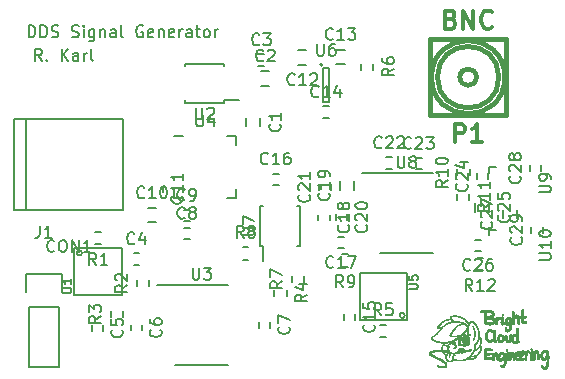
<source format=gto>
G04 #@! TF.FileFunction,Legend,Top*
%FSLAX46Y46*%
G04 Gerber Fmt 4.6, Leading zero omitted, Abs format (unit mm)*
G04 Created by KiCad (PCBNEW (after 2015-mar-04 BZR unknown)-product) date Wed 22 Apr 2015 11:16:48 PM EDT*
%MOMM*%
G01*
G04 APERTURE LIST*
%ADD10C,0.100000*%
%ADD11C,0.150000*%
%ADD12C,0.381000*%
%ADD13C,0.304800*%
G04 APERTURE END LIST*
D10*
D11*
X93166667Y-58452381D02*
X92833333Y-57976190D01*
X92595238Y-58452381D02*
X92595238Y-57452381D01*
X92976191Y-57452381D01*
X93071429Y-57500000D01*
X93119048Y-57547619D01*
X93166667Y-57642857D01*
X93166667Y-57785714D01*
X93119048Y-57880952D01*
X93071429Y-57928571D01*
X92976191Y-57976190D01*
X92595238Y-57976190D01*
X93595238Y-58357143D02*
X93642857Y-58404762D01*
X93595238Y-58452381D01*
X93547619Y-58404762D01*
X93595238Y-58357143D01*
X93595238Y-58452381D01*
X94833333Y-58452381D02*
X94833333Y-57452381D01*
X95404762Y-58452381D02*
X94976190Y-57880952D01*
X95404762Y-57452381D02*
X94833333Y-58023810D01*
X96261905Y-58452381D02*
X96261905Y-57928571D01*
X96214286Y-57833333D01*
X96119048Y-57785714D01*
X95928571Y-57785714D01*
X95833333Y-57833333D01*
X96261905Y-58404762D02*
X96166667Y-58452381D01*
X95928571Y-58452381D01*
X95833333Y-58404762D01*
X95785714Y-58309524D01*
X95785714Y-58214286D01*
X95833333Y-58119048D01*
X95928571Y-58071429D01*
X96166667Y-58071429D01*
X96261905Y-58023810D01*
X96738095Y-58452381D02*
X96738095Y-57785714D01*
X96738095Y-57976190D02*
X96785714Y-57880952D01*
X96833333Y-57833333D01*
X96928571Y-57785714D01*
X97023810Y-57785714D01*
X97500000Y-58452381D02*
X97404762Y-58404762D01*
X97357143Y-58309524D01*
X97357143Y-57452381D01*
X92047618Y-56452381D02*
X92047618Y-55452381D01*
X92285713Y-55452381D01*
X92428571Y-55500000D01*
X92523809Y-55595238D01*
X92571428Y-55690476D01*
X92619047Y-55880952D01*
X92619047Y-56023810D01*
X92571428Y-56214286D01*
X92523809Y-56309524D01*
X92428571Y-56404762D01*
X92285713Y-56452381D01*
X92047618Y-56452381D01*
X93047618Y-56452381D02*
X93047618Y-55452381D01*
X93285713Y-55452381D01*
X93428571Y-55500000D01*
X93523809Y-55595238D01*
X93571428Y-55690476D01*
X93619047Y-55880952D01*
X93619047Y-56023810D01*
X93571428Y-56214286D01*
X93523809Y-56309524D01*
X93428571Y-56404762D01*
X93285713Y-56452381D01*
X93047618Y-56452381D01*
X93999999Y-56404762D02*
X94142856Y-56452381D01*
X94380952Y-56452381D01*
X94476190Y-56404762D01*
X94523809Y-56357143D01*
X94571428Y-56261905D01*
X94571428Y-56166667D01*
X94523809Y-56071429D01*
X94476190Y-56023810D01*
X94380952Y-55976190D01*
X94190475Y-55928571D01*
X94095237Y-55880952D01*
X94047618Y-55833333D01*
X93999999Y-55738095D01*
X93999999Y-55642857D01*
X94047618Y-55547619D01*
X94095237Y-55500000D01*
X94190475Y-55452381D01*
X94428571Y-55452381D01*
X94571428Y-55500000D01*
X95714285Y-56404762D02*
X95857142Y-56452381D01*
X96095238Y-56452381D01*
X96190476Y-56404762D01*
X96238095Y-56357143D01*
X96285714Y-56261905D01*
X96285714Y-56166667D01*
X96238095Y-56071429D01*
X96190476Y-56023810D01*
X96095238Y-55976190D01*
X95904761Y-55928571D01*
X95809523Y-55880952D01*
X95761904Y-55833333D01*
X95714285Y-55738095D01*
X95714285Y-55642857D01*
X95761904Y-55547619D01*
X95809523Y-55500000D01*
X95904761Y-55452381D01*
X96142857Y-55452381D01*
X96285714Y-55500000D01*
X96714285Y-56452381D02*
X96714285Y-55785714D01*
X96714285Y-55452381D02*
X96666666Y-55500000D01*
X96714285Y-55547619D01*
X96761904Y-55500000D01*
X96714285Y-55452381D01*
X96714285Y-55547619D01*
X97619047Y-55785714D02*
X97619047Y-56595238D01*
X97571428Y-56690476D01*
X97523809Y-56738095D01*
X97428570Y-56785714D01*
X97285713Y-56785714D01*
X97190475Y-56738095D01*
X97619047Y-56404762D02*
X97523809Y-56452381D01*
X97333332Y-56452381D01*
X97238094Y-56404762D01*
X97190475Y-56357143D01*
X97142856Y-56261905D01*
X97142856Y-55976190D01*
X97190475Y-55880952D01*
X97238094Y-55833333D01*
X97333332Y-55785714D01*
X97523809Y-55785714D01*
X97619047Y-55833333D01*
X98095237Y-55785714D02*
X98095237Y-56452381D01*
X98095237Y-55880952D02*
X98142856Y-55833333D01*
X98238094Y-55785714D01*
X98380952Y-55785714D01*
X98476190Y-55833333D01*
X98523809Y-55928571D01*
X98523809Y-56452381D01*
X99428571Y-56452381D02*
X99428571Y-55928571D01*
X99380952Y-55833333D01*
X99285714Y-55785714D01*
X99095237Y-55785714D01*
X98999999Y-55833333D01*
X99428571Y-56404762D02*
X99333333Y-56452381D01*
X99095237Y-56452381D01*
X98999999Y-56404762D01*
X98952380Y-56309524D01*
X98952380Y-56214286D01*
X98999999Y-56119048D01*
X99095237Y-56071429D01*
X99333333Y-56071429D01*
X99428571Y-56023810D01*
X100047618Y-56452381D02*
X99952380Y-56404762D01*
X99904761Y-56309524D01*
X99904761Y-55452381D01*
X101714286Y-55500000D02*
X101619048Y-55452381D01*
X101476191Y-55452381D01*
X101333333Y-55500000D01*
X101238095Y-55595238D01*
X101190476Y-55690476D01*
X101142857Y-55880952D01*
X101142857Y-56023810D01*
X101190476Y-56214286D01*
X101238095Y-56309524D01*
X101333333Y-56404762D01*
X101476191Y-56452381D01*
X101571429Y-56452381D01*
X101714286Y-56404762D01*
X101761905Y-56357143D01*
X101761905Y-56023810D01*
X101571429Y-56023810D01*
X102571429Y-56404762D02*
X102476191Y-56452381D01*
X102285714Y-56452381D01*
X102190476Y-56404762D01*
X102142857Y-56309524D01*
X102142857Y-55928571D01*
X102190476Y-55833333D01*
X102285714Y-55785714D01*
X102476191Y-55785714D01*
X102571429Y-55833333D01*
X102619048Y-55928571D01*
X102619048Y-56023810D01*
X102142857Y-56119048D01*
X103047619Y-55785714D02*
X103047619Y-56452381D01*
X103047619Y-55880952D02*
X103095238Y-55833333D01*
X103190476Y-55785714D01*
X103333334Y-55785714D01*
X103428572Y-55833333D01*
X103476191Y-55928571D01*
X103476191Y-56452381D01*
X104333334Y-56404762D02*
X104238096Y-56452381D01*
X104047619Y-56452381D01*
X103952381Y-56404762D01*
X103904762Y-56309524D01*
X103904762Y-55928571D01*
X103952381Y-55833333D01*
X104047619Y-55785714D01*
X104238096Y-55785714D01*
X104333334Y-55833333D01*
X104380953Y-55928571D01*
X104380953Y-56023810D01*
X103904762Y-56119048D01*
X104809524Y-56452381D02*
X104809524Y-55785714D01*
X104809524Y-55976190D02*
X104857143Y-55880952D01*
X104904762Y-55833333D01*
X105000000Y-55785714D01*
X105095239Y-55785714D01*
X105857144Y-56452381D02*
X105857144Y-55928571D01*
X105809525Y-55833333D01*
X105714287Y-55785714D01*
X105523810Y-55785714D01*
X105428572Y-55833333D01*
X105857144Y-56404762D02*
X105761906Y-56452381D01*
X105523810Y-56452381D01*
X105428572Y-56404762D01*
X105380953Y-56309524D01*
X105380953Y-56214286D01*
X105428572Y-56119048D01*
X105523810Y-56071429D01*
X105761906Y-56071429D01*
X105857144Y-56023810D01*
X106190477Y-55785714D02*
X106571429Y-55785714D01*
X106333334Y-55452381D02*
X106333334Y-56309524D01*
X106380953Y-56404762D01*
X106476191Y-56452381D01*
X106571429Y-56452381D01*
X107047620Y-56452381D02*
X106952382Y-56404762D01*
X106904763Y-56357143D01*
X106857144Y-56261905D01*
X106857144Y-55976190D01*
X106904763Y-55880952D01*
X106952382Y-55833333D01*
X107047620Y-55785714D01*
X107190478Y-55785714D01*
X107285716Y-55833333D01*
X107333335Y-55880952D01*
X107380954Y-55976190D01*
X107380954Y-56261905D01*
X107333335Y-56357143D01*
X107285716Y-56404762D01*
X107190478Y-56452381D01*
X107047620Y-56452381D01*
X107809525Y-56452381D02*
X107809525Y-55785714D01*
X107809525Y-55976190D02*
X107857144Y-55880952D01*
X107904763Y-55833333D01*
X108000001Y-55785714D01*
X108095240Y-55785714D01*
X91841320Y-63408560D02*
X91841320Y-71109840D01*
X90840560Y-63408560D02*
X90840560Y-71109840D01*
X90840560Y-71109840D02*
X100040440Y-71109840D01*
X100040440Y-71109840D02*
X100040440Y-63408560D01*
X100040440Y-63408560D02*
X90840560Y-63408560D01*
X111653880Y-63282080D02*
X111653880Y-63982080D01*
X110453880Y-63982080D02*
X110453880Y-63282080D01*
X111740200Y-59338920D02*
X112440200Y-59338920D01*
X112440200Y-60538920D02*
X111740200Y-60538920D01*
X112010000Y-57904360D02*
X111510000Y-57904360D01*
X111510000Y-58854360D02*
X112010000Y-58854360D01*
X101428360Y-74749640D02*
X100928360Y-74749640D01*
X100928360Y-75699640D02*
X101428360Y-75699640D01*
X98361520Y-81301400D02*
X98361520Y-80801400D01*
X97411520Y-80801400D02*
X97411520Y-81301400D01*
X101630500Y-81278540D02*
X101630500Y-80778540D01*
X100680500Y-80778540D02*
X100680500Y-81278540D01*
X112504240Y-81037240D02*
X112504240Y-80537240D01*
X111554240Y-80537240D02*
X111554240Y-81037240D01*
X105680320Y-72600800D02*
X105180320Y-72600800D01*
X105180320Y-73550800D02*
X105680320Y-73550800D01*
X105680320Y-71046320D02*
X105180320Y-71046320D01*
X105180320Y-71996320D02*
X105680320Y-71996320D01*
X102144080Y-70926400D02*
X102844080Y-70926400D01*
X102844080Y-72126400D02*
X102144080Y-72126400D01*
X103421200Y-69515800D02*
X103421200Y-69015800D01*
X102471200Y-69015800D02*
X102471200Y-69515800D01*
X92075000Y-79324200D02*
X92075000Y-84404200D01*
X92075000Y-84404200D02*
X94615000Y-84404200D01*
X94615000Y-84404200D02*
X94615000Y-79324200D01*
X94895000Y-76504200D02*
X94895000Y-78054200D01*
X94615000Y-79324200D02*
X92075000Y-79324200D01*
X91795000Y-78054200D02*
X91795000Y-76504200D01*
X91795000Y-76504200D02*
X94895000Y-76504200D01*
X97682240Y-73997040D02*
X98182240Y-73997040D01*
X98182240Y-72947040D02*
X97682240Y-72947040D01*
X101217240Y-77006640D02*
X101217240Y-77506640D01*
X102267240Y-77506640D02*
X102267240Y-77006640D01*
X98997280Y-79645700D02*
X98997280Y-80145700D01*
X100047280Y-80145700D02*
X100047280Y-79645700D01*
X113900440Y-78316900D02*
X113900440Y-77816900D01*
X112850440Y-77816900D02*
X112850440Y-78316900D01*
X96553307Y-74704140D02*
G75*
G03X96553307Y-74704140I-223607J0D01*
G01*
X99929700Y-74304140D02*
X95929700Y-74304140D01*
X95929700Y-74304140D02*
X95929700Y-78304140D01*
X95929700Y-78304140D02*
X99929700Y-78304140D01*
X99929700Y-78304140D02*
X99929700Y-74304140D01*
X108619160Y-62025400D02*
X108619160Y-61775400D01*
X105269160Y-62025400D02*
X105269160Y-61775400D01*
X105269160Y-58675400D02*
X105269160Y-58925400D01*
X108619160Y-58675400D02*
X108619160Y-58925400D01*
X108619160Y-62025400D02*
X105269160Y-62025400D01*
X108619160Y-58675400D02*
X105269160Y-58675400D01*
X108619160Y-61775400D02*
X109869160Y-61775400D01*
X104468057Y-84190400D02*
X108918057Y-84190400D01*
X102943057Y-77440400D02*
X108918057Y-77440400D01*
X109635200Y-64794220D02*
X109635200Y-65544220D01*
X104385200Y-70044220D02*
X104385200Y-69294220D01*
X109635200Y-70044220D02*
X109635200Y-69294220D01*
X104385200Y-64794220D02*
X105135200Y-64794220D01*
X104385200Y-70044220D02*
X105135200Y-70044220D01*
X109635200Y-70044220D02*
X108885200Y-70044220D01*
X109635200Y-64794220D02*
X108885200Y-64794220D01*
X115572020Y-58763460D02*
X114872020Y-58763460D01*
X114872020Y-57563460D02*
X115572020Y-57563460D01*
X118110520Y-57510120D02*
X118810520Y-57510120D01*
X118810520Y-58710120D02*
X118110520Y-58710120D01*
X117496400Y-62313800D02*
X116996400Y-62313800D01*
X116996400Y-63263800D02*
X117496400Y-63263800D01*
X119692440Y-80392080D02*
X119692440Y-79892080D01*
X118742440Y-79892080D02*
X118742440Y-80392080D01*
X113213960Y-67990700D02*
X112713960Y-67990700D01*
X112713960Y-68940700D02*
X113213960Y-68940700D01*
X118233380Y-74302640D02*
X118733380Y-74302640D01*
X118733380Y-73352640D02*
X118233380Y-73352640D01*
X117538520Y-71959280D02*
X117538520Y-71459280D01*
X116588520Y-71459280D02*
X116588520Y-71959280D01*
X118400000Y-69350000D02*
X118400000Y-68650000D01*
X119600000Y-68650000D02*
X119600000Y-69350000D01*
X119042200Y-71938960D02*
X119042200Y-71438960D01*
X118092200Y-71438960D02*
X118092200Y-71938960D01*
X116659640Y-68891340D02*
X116659640Y-69391340D01*
X117609640Y-69391340D02*
X117609640Y-68891340D01*
X122825320Y-66626720D02*
X122325320Y-66626720D01*
X122325320Y-67576720D02*
X122825320Y-67576720D01*
X125324680Y-66672440D02*
X124824680Y-66672440D01*
X124824680Y-67622440D02*
X125324680Y-67622440D01*
X129994640Y-67964240D02*
X129994640Y-68464240D01*
X130944640Y-68464240D02*
X130944640Y-67964240D01*
X131023920Y-70516000D02*
X131023920Y-71216000D01*
X129823920Y-71216000D02*
X129823920Y-70516000D01*
X129846260Y-74533780D02*
X130346260Y-74533780D01*
X130346260Y-73583780D02*
X129846260Y-73583780D01*
X132170880Y-71764640D02*
X132170880Y-71064640D01*
X133370880Y-71064640D02*
X133370880Y-71764640D01*
X134513300Y-67301300D02*
X134513300Y-67801300D01*
X135463300Y-67801300D02*
X135463300Y-67301300D01*
X134612360Y-72505760D02*
X134612360Y-73005760D01*
X135562360Y-73005760D02*
X135562360Y-72505760D01*
X122332560Y-80815960D02*
X121832560Y-80815960D01*
X121832560Y-81865960D02*
X122332560Y-81865960D01*
X121241040Y-59183080D02*
X121241040Y-58683080D01*
X120191040Y-58683080D02*
X120191040Y-59183080D01*
X114336340Y-76696760D02*
X114336340Y-77196760D01*
X115386340Y-77196760D02*
X115386340Y-76696760D01*
X110663800Y-74242440D02*
X110163800Y-74242440D01*
X110163800Y-75292440D02*
X110663800Y-75292440D01*
X118588980Y-75884260D02*
X119088980Y-75884260D01*
X119088980Y-74834260D02*
X118588980Y-74834260D01*
X128344440Y-67644200D02*
X128344440Y-68144200D01*
X129394440Y-68144200D02*
X129394440Y-67644200D01*
X129363960Y-70193980D02*
X129363960Y-69693980D01*
X128313960Y-69693980D02*
X128313960Y-70193980D01*
X130006280Y-76191600D02*
X130506280Y-76191600D01*
X130506280Y-75141600D02*
X130006280Y-75141600D01*
X123893467Y-79999640D02*
G75*
G03X123893467Y-79999640I-223607J0D01*
G01*
X120069860Y-80399640D02*
X124069860Y-80399640D01*
X124069860Y-80399640D02*
X124069860Y-76399640D01*
X124069860Y-76399640D02*
X120069860Y-76399640D01*
X120069860Y-76399640D02*
X120069860Y-80399640D01*
X116933700Y-58764700D02*
G75*
G03X116933700Y-58764700I-100000J0D01*
G01*
X117483700Y-59014700D02*
X116983700Y-59014700D01*
X117483700Y-61914700D02*
X117483700Y-59014700D01*
X116983700Y-61914700D02*
X117483700Y-61914700D01*
X116983700Y-59014700D02*
X116983700Y-61914700D01*
X111634400Y-74103100D02*
X111884400Y-74103100D01*
X111634400Y-70753100D02*
X111884400Y-70753100D01*
X114984400Y-70753100D02*
X114734400Y-70753100D01*
X114984400Y-74103100D02*
X114734400Y-74103100D01*
X111634400Y-74103100D02*
X111634400Y-70753100D01*
X114984400Y-74103100D02*
X114984400Y-70753100D01*
X111884400Y-74103100D02*
X111884400Y-75353100D01*
X121828600Y-74736300D02*
X126278600Y-74736300D01*
X120303600Y-67986300D02*
X126278600Y-67986300D01*
X131617720Y-67477640D02*
X131008120Y-67477640D01*
X131008120Y-67477640D02*
X130997960Y-67909440D01*
X131617720Y-72735440D02*
X131008120Y-72735440D01*
X131008120Y-72735440D02*
X130997960Y-73167240D01*
D12*
X129960600Y-59829700D02*
G75*
G03X129960600Y-59829700I-700000J0D01*
G01*
X131860600Y-59829700D02*
G75*
G03X131860600Y-59829700I-2600000J0D01*
G01*
X132360600Y-59829700D02*
G75*
G03X132360600Y-59829700I-3100000J0D01*
G01*
X126060600Y-56629700D02*
X126060600Y-63029700D01*
X126060600Y-56629700D02*
X132460600Y-56629700D01*
X132460600Y-56629700D02*
X132460600Y-63029700D01*
X132460600Y-63029700D02*
X126060600Y-63029700D01*
D10*
G36*
X136065458Y-83571601D02*
X136065170Y-83640832D01*
X136064542Y-83707095D01*
X136063575Y-83767547D01*
X136062268Y-83819346D01*
X136060624Y-83859648D01*
X136059926Y-83871133D01*
X136056882Y-83909109D01*
X136052628Y-83953976D01*
X136047553Y-84002430D01*
X136042046Y-84051170D01*
X136036496Y-84096891D01*
X136031293Y-84136293D01*
X136026826Y-84166072D01*
X136023483Y-84182925D01*
X136023005Y-84184400D01*
X136017902Y-84202676D01*
X136014918Y-84218266D01*
X136008129Y-84244802D01*
X135995141Y-84281320D01*
X135977942Y-84322983D01*
X135958521Y-84364953D01*
X135940054Y-84400300D01*
X135900700Y-84458974D01*
X135855779Y-84506494D01*
X135807164Y-84541716D01*
X135756729Y-84563495D01*
X135706347Y-84570687D01*
X135669367Y-84565724D01*
X135616322Y-84546474D01*
X135568499Y-84517108D01*
X135540071Y-84493567D01*
X135505611Y-84459690D01*
X135480699Y-84426850D01*
X135461428Y-84388904D01*
X135445528Y-84344839D01*
X135432071Y-84299763D01*
X135425241Y-84267353D01*
X135424833Y-84244778D01*
X135430643Y-84229210D01*
X135436667Y-84222379D01*
X135451745Y-84213147D01*
X135469247Y-84212241D01*
X135490950Y-84220591D01*
X135518629Y-84239127D01*
X135554062Y-84268777D01*
X135591705Y-84303511D01*
X135633332Y-84342020D01*
X135665639Y-84369052D01*
X135690821Y-84385544D01*
X135711077Y-84392431D01*
X135728603Y-84390648D01*
X135745597Y-84381132D01*
X135755267Y-84373159D01*
X135777942Y-84346508D01*
X135801596Y-84307810D01*
X135824150Y-84261672D01*
X135843528Y-84212704D01*
X135857650Y-84165511D01*
X135863696Y-84132758D01*
X135866748Y-84108984D01*
X135871685Y-84073460D01*
X135877790Y-84031168D01*
X135884346Y-83987088D01*
X135889794Y-83951566D01*
X135892960Y-83925195D01*
X135895945Y-83889393D01*
X135898635Y-83847269D01*
X135900918Y-83801932D01*
X135902683Y-83756491D01*
X135903817Y-83714054D01*
X135904206Y-83677731D01*
X135903740Y-83650631D01*
X135902305Y-83635861D01*
X135901269Y-83634063D01*
X135893282Y-83640222D01*
X135880937Y-83655158D01*
X135880102Y-83656309D01*
X135863713Y-83673231D01*
X135863713Y-83127864D01*
X135862101Y-83119018D01*
X135852775Y-83102671D01*
X135850724Y-83099717D01*
X135824041Y-83075566D01*
X135789477Y-83064284D01*
X135749592Y-83065410D01*
X135706946Y-83078482D01*
X135664099Y-83103039D01*
X135623614Y-83138619D01*
X135621363Y-83141043D01*
X135582439Y-83193331D01*
X135550114Y-83256056D01*
X135526610Y-83323547D01*
X135514147Y-83390136D01*
X135512733Y-83418331D01*
X135519002Y-83471444D01*
X135536463Y-83517040D01*
X135563095Y-83553521D01*
X135596878Y-83579288D01*
X135635791Y-83592745D01*
X135677813Y-83592293D01*
X135715949Y-83579025D01*
X135749994Y-83554812D01*
X135778731Y-83519552D01*
X135802576Y-83472167D01*
X135821942Y-83411576D01*
X135837244Y-83336702D01*
X135848898Y-83246465D01*
X135850640Y-83228508D01*
X135854528Y-83189907D01*
X135858334Y-83157897D01*
X135861598Y-83136010D01*
X135863713Y-83127864D01*
X135863713Y-83673231D01*
X135860857Y-83676180D01*
X135831353Y-83699169D01*
X135796922Y-83721784D01*
X135762896Y-83740535D01*
X135734608Y-83751933D01*
X135733599Y-83752206D01*
X135666077Y-83762594D01*
X135600211Y-83758765D01*
X135539186Y-83741276D01*
X135486186Y-83710686D01*
X135483100Y-83708261D01*
X135429153Y-83654745D01*
X135389093Y-83592273D01*
X135363249Y-83522033D01*
X135351949Y-83445213D01*
X135355522Y-83363000D01*
X135368974Y-83295399D01*
X135377536Y-83262987D01*
X135384705Y-83235686D01*
X135389111Y-83218725D01*
X135389455Y-83217371D01*
X135399184Y-83193376D01*
X135417321Y-83160748D01*
X135441134Y-83123606D01*
X135467891Y-83086069D01*
X135494857Y-83052256D01*
X135510429Y-83035025D01*
X135562578Y-82986007D01*
X135612033Y-82950653D01*
X135662132Y-82926802D01*
X135691806Y-82917642D01*
X135755035Y-82908513D01*
X135816030Y-82913079D01*
X135871732Y-82930598D01*
X135919081Y-82960326D01*
X135936358Y-82976951D01*
X135955506Y-82994965D01*
X135972497Y-83005953D01*
X135978448Y-83007533D01*
X135997492Y-83015415D01*
X136017283Y-83037391D01*
X136028046Y-83055537D01*
X136035253Y-83077401D01*
X136042787Y-83115325D01*
X136050508Y-83168441D01*
X136058275Y-83235881D01*
X136060027Y-83253066D01*
X136061787Y-83280412D01*
X136063204Y-83321846D01*
X136064280Y-83374524D01*
X136065014Y-83435604D01*
X136065406Y-83502244D01*
X136065458Y-83571601D01*
X136065458Y-83571601D01*
X136065458Y-83571601D01*
G37*
X136065458Y-83571601D02*
X136065170Y-83640832D01*
X136064542Y-83707095D01*
X136063575Y-83767547D01*
X136062268Y-83819346D01*
X136060624Y-83859648D01*
X136059926Y-83871133D01*
X136056882Y-83909109D01*
X136052628Y-83953976D01*
X136047553Y-84002430D01*
X136042046Y-84051170D01*
X136036496Y-84096891D01*
X136031293Y-84136293D01*
X136026826Y-84166072D01*
X136023483Y-84182925D01*
X136023005Y-84184400D01*
X136017902Y-84202676D01*
X136014918Y-84218266D01*
X136008129Y-84244802D01*
X135995141Y-84281320D01*
X135977942Y-84322983D01*
X135958521Y-84364953D01*
X135940054Y-84400300D01*
X135900700Y-84458974D01*
X135855779Y-84506494D01*
X135807164Y-84541716D01*
X135756729Y-84563495D01*
X135706347Y-84570687D01*
X135669367Y-84565724D01*
X135616322Y-84546474D01*
X135568499Y-84517108D01*
X135540071Y-84493567D01*
X135505611Y-84459690D01*
X135480699Y-84426850D01*
X135461428Y-84388904D01*
X135445528Y-84344839D01*
X135432071Y-84299763D01*
X135425241Y-84267353D01*
X135424833Y-84244778D01*
X135430643Y-84229210D01*
X135436667Y-84222379D01*
X135451745Y-84213147D01*
X135469247Y-84212241D01*
X135490950Y-84220591D01*
X135518629Y-84239127D01*
X135554062Y-84268777D01*
X135591705Y-84303511D01*
X135633332Y-84342020D01*
X135665639Y-84369052D01*
X135690821Y-84385544D01*
X135711077Y-84392431D01*
X135728603Y-84390648D01*
X135745597Y-84381132D01*
X135755267Y-84373159D01*
X135777942Y-84346508D01*
X135801596Y-84307810D01*
X135824150Y-84261672D01*
X135843528Y-84212704D01*
X135857650Y-84165511D01*
X135863696Y-84132758D01*
X135866748Y-84108984D01*
X135871685Y-84073460D01*
X135877790Y-84031168D01*
X135884346Y-83987088D01*
X135889794Y-83951566D01*
X135892960Y-83925195D01*
X135895945Y-83889393D01*
X135898635Y-83847269D01*
X135900918Y-83801932D01*
X135902683Y-83756491D01*
X135903817Y-83714054D01*
X135904206Y-83677731D01*
X135903740Y-83650631D01*
X135902305Y-83635861D01*
X135901269Y-83634063D01*
X135893282Y-83640222D01*
X135880937Y-83655158D01*
X135880102Y-83656309D01*
X135863713Y-83673231D01*
X135863713Y-83127864D01*
X135862101Y-83119018D01*
X135852775Y-83102671D01*
X135850724Y-83099717D01*
X135824041Y-83075566D01*
X135789477Y-83064284D01*
X135749592Y-83065410D01*
X135706946Y-83078482D01*
X135664099Y-83103039D01*
X135623614Y-83138619D01*
X135621363Y-83141043D01*
X135582439Y-83193331D01*
X135550114Y-83256056D01*
X135526610Y-83323547D01*
X135514147Y-83390136D01*
X135512733Y-83418331D01*
X135519002Y-83471444D01*
X135536463Y-83517040D01*
X135563095Y-83553521D01*
X135596878Y-83579288D01*
X135635791Y-83592745D01*
X135677813Y-83592293D01*
X135715949Y-83579025D01*
X135749994Y-83554812D01*
X135778731Y-83519552D01*
X135802576Y-83472167D01*
X135821942Y-83411576D01*
X135837244Y-83336702D01*
X135848898Y-83246465D01*
X135850640Y-83228508D01*
X135854528Y-83189907D01*
X135858334Y-83157897D01*
X135861598Y-83136010D01*
X135863713Y-83127864D01*
X135863713Y-83673231D01*
X135860857Y-83676180D01*
X135831353Y-83699169D01*
X135796922Y-83721784D01*
X135762896Y-83740535D01*
X135734608Y-83751933D01*
X135733599Y-83752206D01*
X135666077Y-83762594D01*
X135600211Y-83758765D01*
X135539186Y-83741276D01*
X135486186Y-83710686D01*
X135483100Y-83708261D01*
X135429153Y-83654745D01*
X135389093Y-83592273D01*
X135363249Y-83522033D01*
X135351949Y-83445213D01*
X135355522Y-83363000D01*
X135368974Y-83295399D01*
X135377536Y-83262987D01*
X135384705Y-83235686D01*
X135389111Y-83218725D01*
X135389455Y-83217371D01*
X135399184Y-83193376D01*
X135417321Y-83160748D01*
X135441134Y-83123606D01*
X135467891Y-83086069D01*
X135494857Y-83052256D01*
X135510429Y-83035025D01*
X135562578Y-82986007D01*
X135612033Y-82950653D01*
X135662132Y-82926802D01*
X135691806Y-82917642D01*
X135755035Y-82908513D01*
X135816030Y-82913079D01*
X135871732Y-82930598D01*
X135919081Y-82960326D01*
X135936358Y-82976951D01*
X135955506Y-82994965D01*
X135972497Y-83005953D01*
X135978448Y-83007533D01*
X135997492Y-83015415D01*
X136017283Y-83037391D01*
X136028046Y-83055537D01*
X136035253Y-83077401D01*
X136042787Y-83115325D01*
X136050508Y-83168441D01*
X136058275Y-83235881D01*
X136060027Y-83253066D01*
X136061787Y-83280412D01*
X136063204Y-83321846D01*
X136064280Y-83374524D01*
X136065014Y-83435604D01*
X136065406Y-83502244D01*
X136065458Y-83571601D01*
X136065458Y-83571601D01*
G36*
X130364950Y-82638734D02*
X130363661Y-82665185D01*
X130360259Y-82702483D01*
X130355382Y-82745554D01*
X130349671Y-82789319D01*
X130343763Y-82828701D01*
X130338299Y-82858625D01*
X130336105Y-82867833D01*
X130332385Y-82881551D01*
X130326961Y-82901699D01*
X130318132Y-82926030D01*
X130308703Y-82943800D01*
X130307476Y-82946230D01*
X130307476Y-82626289D01*
X130287555Y-82634064D01*
X130268385Y-82642022D01*
X130241449Y-82653751D01*
X130225300Y-82660971D01*
X130201200Y-82671446D01*
X130183999Y-82678146D01*
X130178733Y-82679529D01*
X130170049Y-82684542D01*
X130158930Y-82696308D01*
X130151590Y-82707721D01*
X130151234Y-82710991D01*
X130146839Y-82718736D01*
X130133282Y-82735984D01*
X130112922Y-82759833D01*
X130097876Y-82776704D01*
X130027601Y-82845065D01*
X129949611Y-82902578D01*
X129860808Y-82951304D01*
X129790210Y-82981419D01*
X129758208Y-82994401D01*
X129738306Y-83004987D01*
X129726556Y-83016185D01*
X129719011Y-83031002D01*
X129716688Y-83037442D01*
X129707340Y-83059370D01*
X129697908Y-83073757D01*
X129695971Y-83075366D01*
X129687339Y-83084245D01*
X129686832Y-83086743D01*
X129683811Y-83098914D01*
X129675389Y-83117522D01*
X129664888Y-83136357D01*
X129655629Y-83149203D01*
X129652232Y-83151466D01*
X129645582Y-83158009D01*
X129645333Y-83160377D01*
X129640920Y-83170784D01*
X129629005Y-83191833D01*
X129611576Y-83220141D01*
X129596853Y-83242927D01*
X129571818Y-83280743D01*
X129552955Y-83308390D01*
X129537233Y-83329913D01*
X129521619Y-83349356D01*
X129503082Y-83370764D01*
X129490214Y-83385209D01*
X129457862Y-83421367D01*
X129494447Y-83424468D01*
X129540053Y-83426296D01*
X129593527Y-83425360D01*
X129647656Y-83422016D01*
X129695225Y-83416618D01*
X129711803Y-83413766D01*
X129745860Y-83405426D01*
X129779217Y-83394762D01*
X129793500Y-83389048D01*
X129820061Y-83377830D01*
X129843880Y-83368936D01*
X129848533Y-83367444D01*
X129893596Y-83348433D01*
X129944957Y-83317385D01*
X129999572Y-83276386D01*
X130054396Y-83227520D01*
X130058083Y-83223937D01*
X130087412Y-83194795D01*
X130111739Y-83169714D01*
X130128779Y-83151116D01*
X130136246Y-83141428D01*
X130136400Y-83140868D01*
X130140856Y-83131096D01*
X130152567Y-83111602D01*
X130169045Y-83086518D01*
X130169877Y-83085297D01*
X130214767Y-83007263D01*
X130251983Y-82917149D01*
X130280345Y-82818515D01*
X130298675Y-82714919D01*
X130301635Y-82687794D01*
X130307476Y-82626289D01*
X130307476Y-82946230D01*
X130299602Y-82961828D01*
X130297267Y-82972460D01*
X130293008Y-82985536D01*
X130281525Y-83009496D01*
X130264755Y-83040983D01*
X130244636Y-83076640D01*
X130223106Y-83113111D01*
X130202103Y-83147039D01*
X130183566Y-83175067D01*
X130169468Y-83193799D01*
X130117236Y-83251448D01*
X130069987Y-83297405D01*
X130024402Y-83334737D01*
X129994244Y-83355731D01*
X129964976Y-83374182D01*
X129940543Y-83388383D01*
X129924730Y-83396182D01*
X129921530Y-83397031D01*
X129921674Y-83400759D01*
X129933562Y-83410037D01*
X129939550Y-83413840D01*
X129960115Y-83431867D01*
X129965997Y-83452738D01*
X129956944Y-83477527D01*
X129932704Y-83507307D01*
X129913266Y-83525794D01*
X129892982Y-83541718D01*
X129889708Y-83543968D01*
X129889708Y-83462508D01*
X129879820Y-83456893D01*
X129870200Y-83456266D01*
X129852431Y-83453370D01*
X129844662Y-83448385D01*
X129832108Y-83443644D01*
X129806484Y-83446837D01*
X129769527Y-83457683D01*
X129755665Y-83462697D01*
X129728790Y-83469090D01*
X129689289Y-83473799D01*
X129641393Y-83476705D01*
X129589335Y-83477689D01*
X129537350Y-83476632D01*
X129489670Y-83473416D01*
X129467533Y-83470786D01*
X129440012Y-83467603D01*
X129422209Y-83469182D01*
X129407161Y-83477357D01*
X129391333Y-83490866D01*
X129351490Y-83526529D01*
X129322005Y-83552239D01*
X129300917Y-83569665D01*
X129286266Y-83580473D01*
X129285052Y-83581272D01*
X129254024Y-83601502D01*
X129235127Y-83614456D01*
X129226311Y-83622114D01*
X129225530Y-83626459D01*
X129230737Y-83629473D01*
X129233971Y-83630725D01*
X129257777Y-83638384D01*
X129284545Y-83643551D01*
X129317701Y-83646523D01*
X129360673Y-83647599D01*
X129416887Y-83647077D01*
X129420966Y-83646997D01*
X129478358Y-83645114D01*
X129523206Y-83641746D01*
X129559870Y-83636396D01*
X129592711Y-83628570D01*
X129598766Y-83626795D01*
X129638286Y-83613145D01*
X129682518Y-83595063D01*
X129727057Y-83574647D01*
X129767495Y-83553993D01*
X129799425Y-83535197D01*
X129814485Y-83524157D01*
X129836350Y-83507113D01*
X129861427Y-83490021D01*
X129862970Y-83489059D01*
X129884046Y-83473438D01*
X129889708Y-83462508D01*
X129889708Y-83543968D01*
X129864034Y-83561617D01*
X129829854Y-83583451D01*
X129793876Y-83605178D01*
X129759535Y-83624761D01*
X129730263Y-83640159D01*
X129709495Y-83649332D01*
X129702501Y-83651000D01*
X129686139Y-83656266D01*
X129683010Y-83658697D01*
X129668924Y-83666248D01*
X129642877Y-83675482D01*
X129609572Y-83685052D01*
X129573705Y-83693609D01*
X129539979Y-83699804D01*
X129539500Y-83699874D01*
X129509854Y-83702744D01*
X129470307Y-83704614D01*
X129425421Y-83705489D01*
X129379762Y-83705374D01*
X129337892Y-83704275D01*
X129304375Y-83702198D01*
X129285500Y-83699584D01*
X129258109Y-83693355D01*
X129236816Y-83688619D01*
X129219960Y-83682341D01*
X129213533Y-83675227D01*
X129208330Y-83670749D01*
X129205241Y-83672058D01*
X129191906Y-83672617D01*
X129180633Y-83668450D01*
X129173706Y-83665230D01*
X129166139Y-83664150D01*
X129155274Y-83666052D01*
X129138454Y-83671779D01*
X129113021Y-83682170D01*
X129076317Y-83698068D01*
X129048433Y-83710313D01*
X129021971Y-83721119D01*
X128987711Y-83734030D01*
X128959533Y-83744010D01*
X128928861Y-83754746D01*
X128902689Y-83764359D01*
X128887567Y-83770394D01*
X128865423Y-83777464D01*
X128830785Y-83785246D01*
X128788029Y-83792996D01*
X128741531Y-83799965D01*
X128695667Y-83805406D01*
X128668956Y-83807721D01*
X128621854Y-83810652D01*
X128572905Y-83812994D01*
X128525020Y-83814692D01*
X128481111Y-83815688D01*
X128444089Y-83815926D01*
X128416863Y-83815348D01*
X128402345Y-83813897D01*
X128400733Y-83812963D01*
X128393243Y-83809366D01*
X128374674Y-83807136D01*
X128368983Y-83806923D01*
X128332002Y-83804748D01*
X128290013Y-83799496D01*
X128240589Y-83790703D01*
X128181299Y-83777908D01*
X128109716Y-83760650D01*
X128062067Y-83748530D01*
X128024810Y-83738443D01*
X127993337Y-83729040D01*
X127971492Y-83721524D01*
X127963633Y-83717764D01*
X127955367Y-83718977D01*
X127944692Y-83735185D01*
X127935142Y-83756647D01*
X127905934Y-83806933D01*
X127864082Y-83847687D01*
X127811742Y-83877606D01*
X127751070Y-83895386D01*
X127698000Y-83899994D01*
X127654746Y-83899178D01*
X127622108Y-83895947D01*
X127593835Y-83889370D01*
X127569754Y-83880919D01*
X127551914Y-83876206D01*
X127542237Y-83877318D01*
X127537528Y-83875947D01*
X127537133Y-83872544D01*
X127532446Y-83864676D01*
X127529881Y-83864783D01*
X127518854Y-83861260D01*
X127499208Y-83849550D01*
X127475066Y-83832625D01*
X127450547Y-83813454D01*
X127429772Y-83795008D01*
X127422314Y-83787252D01*
X127395649Y-83756771D01*
X127377367Y-83734527D01*
X127364369Y-83716312D01*
X127353552Y-83697920D01*
X127346454Y-83684333D01*
X127323246Y-83621360D01*
X127313071Y-83552062D01*
X127316202Y-83481248D01*
X127331294Y-83418253D01*
X127343081Y-83384473D01*
X127266819Y-83313971D01*
X127181177Y-83227675D01*
X127111601Y-83142073D01*
X127077390Y-83090658D01*
X127059726Y-83064260D01*
X127045084Y-83049946D01*
X127029673Y-83044298D01*
X127025552Y-83043860D01*
X126998945Y-83038406D01*
X126970975Y-83027483D01*
X126948192Y-83014078D01*
X126938387Y-83004090D01*
X126928925Y-82998980D01*
X126907537Y-82996541D01*
X126873490Y-82996827D01*
X126826050Y-82999892D01*
X126764483Y-83005790D01*
X126688058Y-83014574D01*
X126596041Y-83026299D01*
X126548308Y-83032690D01*
X126456226Y-83046108D01*
X126379560Y-83059286D01*
X126318838Y-83072123D01*
X126279833Y-83082797D01*
X126236794Y-83097794D01*
X126194032Y-83114836D01*
X126155720Y-83132070D01*
X126126030Y-83147641D01*
X126111166Y-83157760D01*
X126092359Y-83182879D01*
X126089691Y-83210804D01*
X126102719Y-83240917D01*
X126130998Y-83272602D01*
X126174084Y-83305241D01*
X126231532Y-83338217D01*
X126246446Y-83345646D01*
X126282050Y-83362609D01*
X126312339Y-83376403D01*
X126333940Y-83385534D01*
X126343244Y-83388533D01*
X126351316Y-83395145D01*
X126351800Y-83398411D01*
X126354757Y-83404584D01*
X126356573Y-83403515D01*
X126365425Y-83405357D01*
X126386846Y-83413507D01*
X126418184Y-83426851D01*
X126456789Y-83444273D01*
X126485690Y-83457812D01*
X126575972Y-83500659D01*
X126651880Y-83536590D01*
X126714305Y-83566019D01*
X126764138Y-83589361D01*
X126802268Y-83607031D01*
X126829585Y-83619445D01*
X126846981Y-83627017D01*
X126855346Y-83630163D01*
X126855566Y-83630217D01*
X126866479Y-83635137D01*
X126888776Y-83646785D01*
X126919224Y-83663341D01*
X126954591Y-83682986D01*
X126991644Y-83703899D01*
X127027150Y-83724259D01*
X127057875Y-83742248D01*
X127080588Y-83756045D01*
X127089707Y-83762033D01*
X127107784Y-83773148D01*
X127120481Y-83777992D01*
X127120751Y-83778000D01*
X127131450Y-83783140D01*
X127132144Y-83784350D01*
X127140116Y-83791932D01*
X127158384Y-83805829D01*
X127183068Y-83823096D01*
X127184212Y-83823868D01*
X127243967Y-83869885D01*
X127300429Y-83924136D01*
X127349649Y-83982324D01*
X127387678Y-84040152D01*
X127394010Y-84052121D01*
X127410575Y-84085944D01*
X127420476Y-84110341D01*
X127425049Y-84130813D01*
X127425628Y-84152857D01*
X127424062Y-84175933D01*
X127420626Y-84213649D01*
X127417093Y-84239058D01*
X127412227Y-84256749D01*
X127404792Y-84271310D01*
X127394366Y-84286233D01*
X127354750Y-84327537D01*
X127303654Y-84359253D01*
X127240226Y-84381700D01*
X127163611Y-84395202D01*
X127092633Y-84399768D01*
X127050826Y-84400484D01*
X127013508Y-84400521D01*
X126984918Y-84399915D01*
X126969867Y-84398799D01*
X126954188Y-84395775D01*
X126927398Y-84390235D01*
X126894913Y-84383339D01*
X126862149Y-84376248D01*
X126834525Y-84370124D01*
X126817466Y-84366131D01*
X126807058Y-84363505D01*
X126787943Y-84358699D01*
X126787833Y-84358671D01*
X126762295Y-84351216D01*
X126733676Y-84341490D01*
X126730683Y-84340380D01*
X126710884Y-84333911D01*
X126699793Y-84332146D01*
X126698933Y-84332830D01*
X126692842Y-84331792D01*
X126677981Y-84323445D01*
X126676022Y-84322178D01*
X126659598Y-84312646D01*
X126650589Y-84309731D01*
X126650360Y-84309876D01*
X126640489Y-84309498D01*
X126624066Y-84302211D01*
X126607692Y-84291772D01*
X126597967Y-84281938D01*
X126597333Y-84279699D01*
X126599697Y-84272273D01*
X126608552Y-84270107D01*
X126626543Y-84273532D01*
X126656314Y-84282878D01*
X126675210Y-84289440D01*
X126703632Y-84298748D01*
X126725281Y-84304485D01*
X126735795Y-84305508D01*
X126736030Y-84305347D01*
X126745661Y-84305443D01*
X126751287Y-84308190D01*
X126769042Y-84315291D01*
X126779366Y-84317509D01*
X126797664Y-84321407D01*
X126823696Y-84328418D01*
X126834400Y-84331613D01*
X126880173Y-84342592D01*
X126936877Y-84351505D01*
X126998574Y-84357740D01*
X127059322Y-84360687D01*
X127109567Y-84359950D01*
X127179216Y-84353638D01*
X127235479Y-84342530D01*
X127281542Y-84325307D01*
X127320591Y-84300650D01*
X127355813Y-84267241D01*
X127368057Y-84252954D01*
X127381735Y-84224345D01*
X127386576Y-84185214D01*
X127382396Y-84139592D01*
X127374701Y-84108200D01*
X127359512Y-84073296D01*
X127334753Y-84032226D01*
X127303810Y-83989729D01*
X127270066Y-83950545D01*
X127244479Y-83925768D01*
X127219549Y-83903913D01*
X127198672Y-83885392D01*
X127186003Y-83873893D01*
X127185325Y-83873250D01*
X127172338Y-83864136D01*
X127167235Y-83862666D01*
X127157086Y-83857385D01*
X127140462Y-83844227D01*
X127135083Y-83839383D01*
X127118364Y-83825279D01*
X127107161Y-83818386D01*
X127105537Y-83818285D01*
X127096484Y-83815199D01*
X127086186Y-83807702D01*
X127071252Y-83797583D01*
X127063324Y-83794933D01*
X127052718Y-83788513D01*
X127048604Y-83782834D01*
X127039033Y-83772429D01*
X127034927Y-83771168D01*
X127022460Y-83767656D01*
X127003799Y-83758529D01*
X126985017Y-83747283D01*
X126972188Y-83737410D01*
X126969867Y-83733741D01*
X126963418Y-83727338D01*
X126961760Y-83727200D01*
X126951907Y-83723599D01*
X126929484Y-83713598D01*
X126897053Y-83698395D01*
X126857174Y-83679190D01*
X126815710Y-83658819D01*
X126770800Y-83636743D01*
X126730574Y-83617318D01*
X126697707Y-83601810D01*
X126674872Y-83591480D01*
X126665066Y-83587646D01*
X126654041Y-83583279D01*
X126630143Y-83572578D01*
X126595718Y-83556637D01*
X126553114Y-83536547D01*
X126504675Y-83513402D01*
X126478800Y-83500927D01*
X126425537Y-83475329D01*
X126374335Y-83451008D01*
X126328203Y-83429373D01*
X126290148Y-83411828D01*
X126263176Y-83399782D01*
X126256550Y-83396976D01*
X126231136Y-83385425D01*
X126213521Y-83375322D01*
X126207867Y-83369542D01*
X126202587Y-83365944D01*
X126199400Y-83367366D01*
X126191547Y-83367893D01*
X126190933Y-83365699D01*
X126184000Y-83357959D01*
X126167081Y-83348267D01*
X126164837Y-83347248D01*
X126134635Y-83328374D01*
X126103019Y-83300025D01*
X126075635Y-83267940D01*
X126058725Y-83239340D01*
X126050346Y-83200804D01*
X126058493Y-83165281D01*
X126082990Y-83132987D01*
X126123661Y-83104142D01*
X126180331Y-83078961D01*
X126191113Y-83075206D01*
X126221362Y-83064582D01*
X126246756Y-83054895D01*
X126260878Y-83048683D01*
X126281050Y-83040895D01*
X126299139Y-83036434D01*
X126388631Y-83020701D01*
X126462699Y-83008100D01*
X126522523Y-82998440D01*
X126569282Y-82991532D01*
X126604157Y-82987186D01*
X126608388Y-82986748D01*
X126640724Y-82983121D01*
X126668495Y-82979324D01*
X126684588Y-82976409D01*
X126699860Y-82974367D01*
X126728168Y-82972084D01*
X126765626Y-82969826D01*
X126808342Y-82967856D01*
X126813233Y-82967667D01*
X126855087Y-82965537D01*
X126890930Y-82962694D01*
X126917301Y-82959486D01*
X126930741Y-82956259D01*
X126931444Y-82955779D01*
X126927049Y-82952955D01*
X126907948Y-82951400D01*
X126876315Y-82951024D01*
X126834322Y-82951738D01*
X126784143Y-82953452D01*
X126727952Y-82956077D01*
X126667920Y-82959523D01*
X126606221Y-82963701D01*
X126545029Y-82968521D01*
X126486517Y-82973894D01*
X126483033Y-82974242D01*
X126413145Y-82982350D01*
X126352089Y-82992214D01*
X126293545Y-83005203D01*
X126231192Y-83022688D01*
X126171531Y-83041757D01*
X126094188Y-83070003D01*
X126033571Y-83098167D01*
X125989486Y-83126800D01*
X125961738Y-83156451D01*
X125950132Y-83187669D01*
X125954474Y-83221006D01*
X125974567Y-83257010D01*
X126010219Y-83296231D01*
X126061233Y-83339220D01*
X126065067Y-83342151D01*
X126090287Y-83360570D01*
X126110651Y-83374051D01*
X126122187Y-83379985D01*
X126122810Y-83380066D01*
X126134678Y-83384051D01*
X126154047Y-83393906D01*
X126158811Y-83396653D01*
X126180954Y-83408340D01*
X126212130Y-83423121D01*
X126245643Y-83437822D01*
X126246079Y-83438005D01*
X126293485Y-83458460D01*
X126351794Y-83484589D01*
X126416775Y-83514463D01*
X126484201Y-83546152D01*
X126508433Y-83557716D01*
X126538442Y-83571977D01*
X126577674Y-83590451D01*
X126619982Y-83610249D01*
X126643900Y-83621382D01*
X126704217Y-83649547D01*
X126750518Y-83671554D01*
X126784257Y-83688133D01*
X126806885Y-83700018D01*
X126819854Y-83707940D01*
X126824540Y-83712436D01*
X126832732Y-83715172D01*
X126835123Y-83714053D01*
X126842392Y-83715444D01*
X126842866Y-83718233D01*
X126847418Y-83726112D01*
X126849216Y-83726197D01*
X126867923Y-83727631D01*
X126887412Y-83740263D01*
X126892070Y-83744463D01*
X126904961Y-83755078D01*
X126910591Y-83756953D01*
X126910600Y-83756806D01*
X126917158Y-83757710D01*
X126935087Y-83766626D01*
X126961773Y-83782022D01*
X126994599Y-83802365D01*
X127030950Y-83826122D01*
X127044032Y-83834968D01*
X127069951Y-83852277D01*
X127090163Y-83865070D01*
X127100907Y-83870982D01*
X127101539Y-83871133D01*
X127111225Y-83875796D01*
X127116274Y-83879563D01*
X127126951Y-83888202D01*
X127147509Y-83904709D01*
X127174594Y-83926394D01*
X127194233Y-83942090D01*
X127260140Y-84000032D01*
X127310674Y-84056168D01*
X127345510Y-84110026D01*
X127364321Y-84161136D01*
X127367800Y-84192640D01*
X127365656Y-84220297D01*
X127356688Y-84240296D01*
X127339605Y-84259206D01*
X127302135Y-84286529D01*
X127251618Y-84307985D01*
X127186727Y-84324077D01*
X127153472Y-84329559D01*
X127083786Y-84333912D01*
X127002629Y-84328950D01*
X126912432Y-84315027D01*
X126815627Y-84292498D01*
X126734846Y-84268448D01*
X126707907Y-84260689D01*
X126684227Y-84255276D01*
X126664989Y-84248813D01*
X126655016Y-84241104D01*
X126652593Y-84228068D01*
X126663072Y-84221837D01*
X126683359Y-84223648D01*
X126691942Y-84226315D01*
X126717969Y-84234593D01*
X126741166Y-84240294D01*
X126741266Y-84240312D01*
X126762901Y-84245414D01*
X126775133Y-84249486D01*
X126792640Y-84254562D01*
X126813169Y-84258413D01*
X126832518Y-84262671D01*
X126842802Y-84267654D01*
X126853674Y-84272196D01*
X126868266Y-84273915D01*
X126889953Y-84275703D01*
X126918413Y-84279423D01*
X126927533Y-84280865D01*
X126977964Y-84286880D01*
X127035294Y-84289947D01*
X127093725Y-84290064D01*
X127147457Y-84287229D01*
X127190692Y-84281439D01*
X127193005Y-84280960D01*
X127249484Y-84265819D01*
X127289910Y-84247425D01*
X127314995Y-84224893D01*
X127325451Y-84197341D01*
X127321993Y-84163886D01*
X127310926Y-84134879D01*
X127301495Y-84115539D01*
X127292407Y-84099922D01*
X127280914Y-84084555D01*
X127264272Y-84065964D01*
X127239735Y-84040676D01*
X127223503Y-84024289D01*
X127190698Y-83991678D01*
X127165882Y-83968354D01*
X127145448Y-83951270D01*
X127125785Y-83937375D01*
X127106824Y-83925700D01*
X127089266Y-83913948D01*
X127080251Y-83905216D01*
X127079933Y-83904162D01*
X127073085Y-83897102D01*
X127065117Y-83893533D01*
X127039907Y-83881623D01*
X127018006Y-83865728D01*
X127009662Y-83856316D01*
X126998141Y-83846666D01*
X126993837Y-83845733D01*
X126982329Y-83841665D01*
X126961183Y-83831042D01*
X126937107Y-83817405D01*
X126905297Y-83798793D01*
X126870558Y-83778933D01*
X126836191Y-83759650D01*
X126805492Y-83742773D01*
X126781761Y-83730127D01*
X126768295Y-83723540D01*
X126766666Y-83723007D01*
X126755025Y-83718860D01*
X126728969Y-83707445D01*
X126689220Y-83689094D01*
X126636495Y-83664137D01*
X126589786Y-83641724D01*
X126521495Y-83608840D01*
X126466305Y-83582366D01*
X126422083Y-83561317D01*
X126386696Y-83544709D01*
X126358012Y-83531555D01*
X126333897Y-83520873D01*
X126312220Y-83511677D01*
X126290846Y-83502981D01*
X126279833Y-83498603D01*
X126233404Y-83478784D01*
X126182478Y-83454651D01*
X126131681Y-83428609D01*
X126085638Y-83403065D01*
X126048976Y-83380423D01*
X126038533Y-83373129D01*
X126009116Y-83348748D01*
X125978044Y-83318547D01*
X125949710Y-83287209D01*
X125928509Y-83259417D01*
X125922588Y-83249547D01*
X125913194Y-83214315D01*
X125913627Y-83183452D01*
X125920844Y-83152244D01*
X125936993Y-83123578D01*
X125963252Y-83096729D01*
X126000799Y-83070970D01*
X126050814Y-83045576D01*
X126114475Y-83019822D01*
X126192961Y-82992982D01*
X126253196Y-82974397D01*
X126310046Y-82960141D01*
X126378550Y-82947967D01*
X126459734Y-82937767D01*
X126554624Y-82929435D01*
X126664248Y-82922864D01*
X126789632Y-82917949D01*
X126799686Y-82917645D01*
X126864436Y-82915356D01*
X126913914Y-82912621D01*
X126949779Y-82909136D01*
X126973692Y-82904595D01*
X126987313Y-82898693D01*
X126992303Y-82891125D01*
X126990741Y-82882532D01*
X126982876Y-82854828D01*
X126976949Y-82816528D01*
X126973566Y-82773916D01*
X126973333Y-82733278D01*
X126974613Y-82715433D01*
X126981001Y-82681658D01*
X126992742Y-82640821D01*
X127008019Y-82597653D01*
X127025016Y-82556882D01*
X127041916Y-82523239D01*
X127056720Y-82501650D01*
X127066931Y-82488591D01*
X127067796Y-82482636D01*
X127067397Y-82482600D01*
X127066495Y-82477350D01*
X127072933Y-82467783D01*
X127094365Y-82437579D01*
X127111775Y-82403917D01*
X127123622Y-82371059D01*
X127128366Y-82343267D01*
X127124563Y-82324941D01*
X127112394Y-82319057D01*
X127085317Y-82313367D01*
X127045355Y-82308200D01*
X126995267Y-82303935D01*
X126969319Y-82301188D01*
X126931799Y-82296018D01*
X126887753Y-82289238D01*
X126842230Y-82281665D01*
X126800277Y-82274111D01*
X126766942Y-82267391D01*
X126762367Y-82266361D01*
X126730397Y-82259481D01*
X126703130Y-82254471D01*
X126686390Y-82252400D01*
X126686233Y-82252396D01*
X126666069Y-82249425D01*
X126638176Y-82242378D01*
X126609000Y-82233233D01*
X126584988Y-82223967D01*
X126574050Y-82217976D01*
X126564939Y-82213239D01*
X126563467Y-82214625D01*
X126556187Y-82214605D01*
X126536511Y-82209269D01*
X126507687Y-82199785D01*
X126472962Y-82187321D01*
X126435582Y-82173045D01*
X126398795Y-82158127D01*
X126365847Y-82143735D01*
X126363584Y-82142692D01*
X126335144Y-82129666D01*
X126313130Y-82119842D01*
X126301633Y-82115041D01*
X126301000Y-82114851D01*
X126292442Y-82110161D01*
X126273290Y-82098375D01*
X126247100Y-82081699D01*
X126236491Y-82074831D01*
X126189823Y-82040887D01*
X126155049Y-82006226D01*
X126127637Y-81966025D01*
X126119024Y-81949914D01*
X126110939Y-81924355D01*
X126107934Y-81893761D01*
X126109768Y-81863816D01*
X126116196Y-81840205D01*
X126124160Y-81829893D01*
X126130631Y-81823576D01*
X126128513Y-81822329D01*
X126124936Y-81818651D01*
X126134283Y-81807738D01*
X126156969Y-81789253D01*
X126193409Y-81762858D01*
X126244018Y-81728215D01*
X126245053Y-81727519D01*
X126343720Y-81658961D01*
X126431337Y-81593087D01*
X126483033Y-81551352D01*
X126502738Y-81533737D01*
X126531642Y-81506253D01*
X126567326Y-81471352D01*
X126607367Y-81431480D01*
X126649344Y-81389087D01*
X126690837Y-81346622D01*
X126729423Y-81306532D01*
X126762682Y-81271267D01*
X126788192Y-81243276D01*
X126792363Y-81238522D01*
X126821711Y-81205045D01*
X126852377Y-81170533D01*
X126879109Y-81140884D01*
X126886614Y-81132692D01*
X126906045Y-81111263D01*
X126919694Y-81095522D01*
X126924738Y-81088730D01*
X126924714Y-81088684D01*
X126916245Y-81087551D01*
X126894759Y-81085491D01*
X126864123Y-81082862D01*
X126847549Y-81081523D01*
X126811452Y-81078423D01*
X126780246Y-81075312D01*
X126758951Y-81072706D01*
X126754416Y-81071939D01*
X126733912Y-81068137D01*
X126708320Y-81063884D01*
X126707400Y-81063740D01*
X126680773Y-81059534D01*
X126657928Y-81055840D01*
X126657678Y-81055799D01*
X126633455Y-81046379D01*
X126614327Y-81029684D01*
X126605851Y-81010700D01*
X126605800Y-81009251D01*
X126611319Y-80993288D01*
X126626239Y-80968843D01*
X126648100Y-80939521D01*
X126673534Y-80909916D01*
X126684289Y-80896770D01*
X126686446Y-80890888D01*
X126686233Y-80890866D01*
X126687772Y-80885571D01*
X126698093Y-80872734D01*
X126698932Y-80871816D01*
X126714820Y-80853298D01*
X126734313Y-80828958D01*
X126742027Y-80818900D01*
X126845033Y-80695169D01*
X126956116Y-80586139D01*
X127047556Y-80511940D01*
X127130917Y-80453259D01*
X127208910Y-80406019D01*
X127286248Y-80368054D01*
X127367644Y-80337197D01*
X127457809Y-80311283D01*
X127511802Y-80298582D01*
X127556395Y-80289906D01*
X127597584Y-80284960D01*
X127642207Y-80283197D01*
X127694298Y-80283982D01*
X127796291Y-80287155D01*
X127772283Y-80260927D01*
X127749318Y-80230762D01*
X127728894Y-80195009D01*
X127713763Y-80159357D01*
X127706676Y-80129496D01*
X127706466Y-80124854D01*
X127712941Y-80094025D01*
X127732789Y-80067527D01*
X127766643Y-80045064D01*
X127815137Y-80026341D01*
X127878905Y-80011060D01*
X127958581Y-79998927D01*
X127981633Y-79996288D01*
X128009677Y-79993238D01*
X128029887Y-79991307D01*
X128046822Y-79990483D01*
X128065040Y-79990755D01*
X128089102Y-79992114D01*
X128123564Y-79994548D01*
X128142500Y-79995906D01*
X128186243Y-79999270D01*
X128222501Y-80002860D01*
X128256174Y-80007430D01*
X128292163Y-80013734D01*
X128335370Y-80022527D01*
X128383800Y-80033043D01*
X128400089Y-80036084D01*
X128424395Y-80040082D01*
X128430367Y-80041006D01*
X128461552Y-80048712D01*
X128492681Y-80060662D01*
X128495650Y-80062121D01*
X128519935Y-80073016D01*
X128540620Y-80079964D01*
X128544116Y-80080673D01*
X128560945Y-80085468D01*
X128567026Y-80089137D01*
X128579907Y-80094533D01*
X128586294Y-80095203D01*
X128598515Y-80099026D01*
X128622490Y-80109278D01*
X128655057Y-80124374D01*
X128693054Y-80142729D01*
X128733318Y-80162758D01*
X128772687Y-80182878D01*
X128807999Y-80201504D01*
X128836090Y-80217050D01*
X128853798Y-80227932D01*
X128857933Y-80231315D01*
X128867951Y-80238579D01*
X128883333Y-80247193D01*
X128903369Y-80259379D01*
X128932360Y-80279463D01*
X128966270Y-80304483D01*
X129001065Y-80331476D01*
X129027185Y-80352803D01*
X129078155Y-80399561D01*
X129129873Y-80453923D01*
X129177955Y-80510880D01*
X129218014Y-80565427D01*
X129230466Y-80584884D01*
X129250302Y-80616031D01*
X129267626Y-80640530D01*
X129280284Y-80655491D01*
X129285500Y-80658693D01*
X129292267Y-80649528D01*
X129292070Y-80647051D01*
X129296221Y-80635933D01*
X129308901Y-80618510D01*
X129315353Y-80611231D01*
X129330758Y-80593424D01*
X129339659Y-80580590D01*
X129340533Y-80578023D01*
X129346081Y-80569161D01*
X129360477Y-80552526D01*
X129376516Y-80535859D01*
X129427327Y-80494178D01*
X129479364Y-80469235D01*
X129532426Y-80461088D01*
X129586311Y-80469796D01*
X129593928Y-80472371D01*
X129617768Y-80482095D01*
X129633359Y-80490662D01*
X129636866Y-80494605D01*
X129643667Y-80500791D01*
X129648444Y-80501399D01*
X129662271Y-80507804D01*
X129684439Y-80525633D01*
X129713065Y-80552813D01*
X129746269Y-80587269D01*
X129782168Y-80626927D01*
X129818881Y-80669711D01*
X129854526Y-80713548D01*
X129887222Y-80756361D01*
X129913371Y-80793500D01*
X129928655Y-80817410D01*
X129947750Y-80848799D01*
X129968885Y-80884567D01*
X129990291Y-80921616D01*
X130010199Y-80956844D01*
X130026837Y-80987154D01*
X130038438Y-81009446D01*
X130043230Y-81020620D01*
X130043267Y-81020981D01*
X130046746Y-81030271D01*
X130056033Y-81050938D01*
X130069404Y-81079196D01*
X130075463Y-81091680D01*
X130090362Y-81122494D01*
X130102292Y-81147776D01*
X130109347Y-81163461D01*
X130110344Y-81166033D01*
X130115260Y-81179863D01*
X130121256Y-81195666D01*
X130127995Y-81217267D01*
X130136671Y-81251052D01*
X130146308Y-81292526D01*
X130155931Y-81337194D01*
X130164564Y-81380559D01*
X130171233Y-81418124D01*
X130174523Y-81441200D01*
X130178457Y-81472796D01*
X130182588Y-81501594D01*
X130184527Y-81513166D01*
X130187608Y-81539995D01*
X130189712Y-81578586D01*
X130190799Y-81623791D01*
X130190832Y-81670465D01*
X130189770Y-81713462D01*
X130187576Y-81747635D01*
X130186370Y-81757695D01*
X130181680Y-81791741D01*
X130177456Y-81825954D01*
X130176270Y-81836731D01*
X130172554Y-81872429D01*
X130193719Y-81855781D01*
X130222398Y-81841277D01*
X130249738Y-81842522D01*
X130270422Y-81856466D01*
X130282296Y-81875832D01*
X130295440Y-81908086D01*
X130308651Y-81949365D01*
X130320726Y-81995807D01*
X130330460Y-82043548D01*
X130332444Y-82055595D01*
X130337067Y-82107170D01*
X130337266Y-82168735D01*
X130333502Y-82235186D01*
X130326232Y-82301421D01*
X130315915Y-82362337D01*
X130303009Y-82412832D01*
X130299394Y-82423333D01*
X130289440Y-82456493D01*
X130286893Y-82472016D01*
X130280638Y-82481878D01*
X130277981Y-82482491D01*
X130277981Y-82223711D01*
X130277201Y-82179457D01*
X130273929Y-82129317D01*
X130268496Y-82076852D01*
X130261235Y-82025623D01*
X130252476Y-81979191D01*
X130242552Y-81941118D01*
X130237941Y-81928033D01*
X130227910Y-81902633D01*
X130214247Y-81922800D01*
X130200939Y-81940396D01*
X130181304Y-81964114D01*
X130167040Y-81980446D01*
X130148331Y-82004281D01*
X130135231Y-82026480D01*
X130131334Y-82038204D01*
X130128276Y-82049708D01*
X130128276Y-81682314D01*
X130127106Y-81617889D01*
X130123154Y-81550550D01*
X130116516Y-81484875D01*
X130115555Y-81477415D01*
X130101406Y-81384373D01*
X130084844Y-81304007D01*
X130064781Y-81232111D01*
X130040131Y-81164480D01*
X130026292Y-81132166D01*
X130014430Y-81105235D01*
X130005699Y-81084575D01*
X130002127Y-81075078D01*
X129997371Y-81064152D01*
X129987463Y-81045289D01*
X129985190Y-81041211D01*
X129972776Y-81019029D01*
X129956124Y-80989116D01*
X129941546Y-80962833D01*
X129922427Y-80930071D01*
X129897540Y-80889950D01*
X129869357Y-80846199D01*
X129840349Y-80802544D01*
X129812988Y-80762711D01*
X129789744Y-80730427D01*
X129774833Y-80711426D01*
X129748356Y-80681456D01*
X129717392Y-80648074D01*
X129684999Y-80614392D01*
X129654232Y-80583527D01*
X129628148Y-80558592D01*
X129609803Y-80542704D01*
X129607859Y-80541259D01*
X129579547Y-80529274D01*
X129542731Y-80524603D01*
X129504246Y-80527390D01*
X129470931Y-80537783D01*
X129469911Y-80538303D01*
X129450681Y-80551877D01*
X129426670Y-80573870D01*
X129400911Y-80600813D01*
X129376440Y-80629235D01*
X129356289Y-80655667D01*
X129343491Y-80676639D01*
X129340533Y-80686287D01*
X129334722Y-80697594D01*
X129327629Y-80704769D01*
X129318701Y-80715072D01*
X129318476Y-80719231D01*
X129317301Y-80728278D01*
X129310715Y-80748639D01*
X129300095Y-80776115D01*
X129298732Y-80779408D01*
X129282784Y-80817627D01*
X129271892Y-80843997D01*
X129264738Y-80862357D01*
X129260004Y-80876546D01*
X129256374Y-80890402D01*
X129252530Y-80907765D01*
X129248860Y-80924733D01*
X129247233Y-80933596D01*
X129247233Y-80722684D01*
X129242052Y-80706000D01*
X129227475Y-80679325D01*
X129205417Y-80645269D01*
X129177796Y-80606439D01*
X129146527Y-80565445D01*
X129113528Y-80524895D01*
X129080714Y-80487399D01*
X129053580Y-80459066D01*
X129025792Y-80433095D01*
X128992826Y-80404565D01*
X128957083Y-80375285D01*
X128920962Y-80347063D01*
X128886864Y-80321706D01*
X128857189Y-80301023D01*
X128834338Y-80286822D01*
X128820710Y-80280910D01*
X128818081Y-80281679D01*
X128812474Y-80278839D01*
X128803534Y-80268566D01*
X128794040Y-80258599D01*
X128790469Y-80259295D01*
X128785003Y-80260732D01*
X128775383Y-80254543D01*
X128759449Y-80243805D01*
X128734855Y-80229881D01*
X128718451Y-80221481D01*
X128692944Y-80208184D01*
X128672961Y-80196356D01*
X128665801Y-80191122D01*
X128652256Y-80183345D01*
X128628433Y-80173528D01*
X128608434Y-80166679D01*
X128583264Y-80157718D01*
X128566263Y-80149665D01*
X128561600Y-80145326D01*
X128553773Y-80139640D01*
X128532415Y-80132176D01*
X128500711Y-80123862D01*
X128461845Y-80115627D01*
X128455767Y-80114488D01*
X128434107Y-80108530D01*
X128420154Y-80101674D01*
X128405905Y-80097555D01*
X128400733Y-80099233D01*
X128386497Y-80100116D01*
X128381312Y-80097525D01*
X128365841Y-80091295D01*
X128345700Y-80087463D01*
X128326327Y-80083918D01*
X128316067Y-80079316D01*
X128305072Y-80074817D01*
X128294900Y-80073935D01*
X128278953Y-80072836D01*
X128251377Y-80069821D01*
X128217295Y-80065469D01*
X128206000Y-80063909D01*
X128120727Y-80055207D01*
X128040802Y-80054705D01*
X127958249Y-80062560D01*
X127913472Y-80069675D01*
X127857843Y-80080160D01*
X127817344Y-80089863D01*
X127790273Y-80099881D01*
X127774932Y-80111311D01*
X127769621Y-80125250D01*
X127772640Y-80142794D01*
X127778359Y-80156856D01*
X127790435Y-80181441D01*
X127803357Y-80205308D01*
X127814888Y-80224658D01*
X127822791Y-80235697D01*
X127825000Y-80236034D01*
X127829629Y-80237592D01*
X127841321Y-80249491D01*
X127847951Y-80257333D01*
X127869545Y-80282344D01*
X127893697Y-80308302D01*
X127898331Y-80313016D01*
X127913319Y-80329143D01*
X127920424Y-80339046D01*
X127920063Y-80340533D01*
X127921958Y-80344599D01*
X127934333Y-80354453D01*
X127935299Y-80355131D01*
X127957582Y-80371892D01*
X127977400Y-80388253D01*
X128016609Y-80422081D01*
X128046172Y-80446015D01*
X128068814Y-80461722D01*
X128087261Y-80470869D01*
X128104240Y-80475123D01*
X128121178Y-80476148D01*
X128165884Y-80477603D01*
X128222554Y-80481380D01*
X128286447Y-80487033D01*
X128352823Y-80494119D01*
X128416941Y-80502190D01*
X128451533Y-80507195D01*
X128476050Y-80510210D01*
X128495178Y-80511342D01*
X128495983Y-80511327D01*
X128508538Y-80514673D01*
X128510800Y-80518764D01*
X128517940Y-80524503D01*
X128529850Y-80525615D01*
X128556091Y-80526900D01*
X128584799Y-80532047D01*
X128608559Y-80539460D01*
X128617512Y-80544463D01*
X128630677Y-80551014D01*
X128634792Y-80551108D01*
X128653233Y-80552166D01*
X128683937Y-80560033D01*
X128724094Y-80573807D01*
X128770890Y-80592584D01*
X128790200Y-80601009D01*
X128818269Y-80612681D01*
X128842265Y-80621198D01*
X128853700Y-80624106D01*
X128872569Y-80630143D01*
X128899377Y-80642564D01*
X128928113Y-80658157D01*
X128952765Y-80673710D01*
X128965232Y-80683689D01*
X128978029Y-80692192D01*
X128984328Y-80692274D01*
X128993311Y-80695491D01*
X129011864Y-80707491D01*
X129036689Y-80726046D01*
X129049262Y-80736132D01*
X129081467Y-80762885D01*
X129105205Y-80783986D01*
X129125339Y-80804229D01*
X129146729Y-80828406D01*
X129165393Y-80850650D01*
X129182314Y-80869179D01*
X129195697Y-80880618D01*
X129199832Y-80882400D01*
X129204075Y-80878900D01*
X129203053Y-80877564D01*
X129203504Y-80867948D01*
X129208846Y-80846406D01*
X129218040Y-80816874D01*
X129222642Y-80803481D01*
X129233766Y-80770723D01*
X129242279Y-80743334D01*
X129246827Y-80725771D01*
X129247233Y-80722684D01*
X129247233Y-80933596D01*
X129234074Y-81005283D01*
X129222381Y-81095362D01*
X129214020Y-81190511D01*
X129209233Y-81286268D01*
X129208258Y-81378176D01*
X129211336Y-81461772D01*
X129216857Y-81519516D01*
X129220340Y-81550171D01*
X129220522Y-81567604D01*
X129217087Y-81575261D01*
X129211619Y-81576666D01*
X129198376Y-81568533D01*
X129185992Y-81545453D01*
X129174859Y-81509408D01*
X129173711Y-81503721D01*
X129173711Y-80969046D01*
X129168565Y-80954022D01*
X129156268Y-80933758D01*
X129142742Y-80913886D01*
X129120069Y-80884753D01*
X129090572Y-80852263D01*
X129057557Y-80819500D01*
X129024333Y-80789546D01*
X128994206Y-80765484D01*
X128970484Y-80750396D01*
X128964721Y-80747945D01*
X128951111Y-80740107D01*
X128940600Y-80731921D01*
X128932481Y-80726798D01*
X128920431Y-80723819D01*
X128901473Y-80722900D01*
X128872627Y-80723955D01*
X128830914Y-80726899D01*
X128815600Y-80728127D01*
X128815600Y-80666500D01*
X128811367Y-80662266D01*
X128807133Y-80666500D01*
X128811367Y-80670733D01*
X128815600Y-80666500D01*
X128815600Y-80728127D01*
X128813600Y-80728288D01*
X128798667Y-80730065D01*
X128798667Y-80663068D01*
X128791919Y-80656818D01*
X128788083Y-80656239D01*
X128775571Y-80653504D01*
X128751545Y-80646558D01*
X128720493Y-80636726D01*
X128709767Y-80633172D01*
X128587834Y-80597015D01*
X128473327Y-80572949D01*
X128413433Y-80564703D01*
X128347418Y-80557719D01*
X128291918Y-80552914D01*
X128240708Y-80549929D01*
X128187562Y-80548400D01*
X128126253Y-80547966D01*
X128125567Y-80547966D01*
X128013039Y-80551652D01*
X127997273Y-80553431D01*
X127997273Y-80492933D01*
X127931095Y-80431550D01*
X127900270Y-80404517D01*
X127870413Y-80381024D01*
X127845700Y-80364230D01*
X127834374Y-80358401D01*
X127809869Y-80352633D01*
X127770766Y-80348144D01*
X127719367Y-80345158D01*
X127689533Y-80344294D01*
X127639824Y-80343665D01*
X127601474Y-80344512D01*
X127568931Y-80347418D01*
X127536645Y-80352967D01*
X127499065Y-80361741D01*
X127482100Y-80366079D01*
X127384703Y-80395367D01*
X127294210Y-80431607D01*
X127207440Y-80476565D01*
X127121216Y-80532006D01*
X127032358Y-80599696D01*
X126976524Y-80646864D01*
X126954420Y-80668022D01*
X126924507Y-80699272D01*
X126889554Y-80737488D01*
X126852335Y-80779540D01*
X126815620Y-80822302D01*
X126782181Y-80862647D01*
X126756570Y-80895100D01*
X126747998Y-80905747D01*
X126732235Y-80924870D01*
X126716059Y-80944298D01*
X126693786Y-80972993D01*
X126683993Y-80991554D01*
X126686549Y-81001150D01*
X126701321Y-81002947D01*
X126709581Y-81001914D01*
X126720994Y-81003047D01*
X126742762Y-81007082D01*
X126756147Y-81009976D01*
X126783127Y-81014601D01*
X126820458Y-81019099D01*
X126861570Y-81022724D01*
X126876733Y-81023711D01*
X126911746Y-81026010D01*
X126939790Y-81028369D01*
X126956992Y-81030436D01*
X126960458Y-81031344D01*
X126964897Y-81032205D01*
X126973097Y-81028209D01*
X126986751Y-81017979D01*
X127007551Y-81000136D01*
X127037190Y-80973302D01*
X127076929Y-80936502D01*
X127112679Y-80903333D01*
X127147061Y-80871662D01*
X127176737Y-80844548D01*
X127198368Y-80825052D01*
X127202700Y-80821224D01*
X127240329Y-80791165D01*
X127289274Y-80756406D01*
X127345553Y-80719505D01*
X127405181Y-80683020D01*
X127464176Y-80649510D01*
X127496723Y-80632350D01*
X127537675Y-80612304D01*
X127579569Y-80593209D01*
X127619637Y-80576158D01*
X127655112Y-80562244D01*
X127683226Y-80552561D01*
X127701211Y-80548201D01*
X127706466Y-80549507D01*
X127711750Y-80548962D01*
X127719371Y-80543563D01*
X127732215Y-80537091D01*
X127737642Y-80538220D01*
X127747790Y-80538626D01*
X127752459Y-80535743D01*
X127765399Y-80530288D01*
X127790907Y-80523216D01*
X127824798Y-80515370D01*
X127862885Y-80507589D01*
X127900982Y-80500717D01*
X127934905Y-80495594D01*
X127960467Y-80493063D01*
X127965383Y-80492933D01*
X127997273Y-80492933D01*
X127997273Y-80553431D01*
X127909325Y-80563357D01*
X127807838Y-80584049D01*
X127727633Y-80606542D01*
X127672692Y-80624179D01*
X127626884Y-80640655D01*
X127584899Y-80658272D01*
X127541427Y-80679331D01*
X127491160Y-80706135D01*
X127466745Y-80719660D01*
X127387323Y-80766686D01*
X127312249Y-80817158D01*
X127239184Y-80873049D01*
X127165787Y-80936331D01*
X127089718Y-81008977D01*
X127008638Y-81092958D01*
X126956535Y-81149691D01*
X126875885Y-81238603D01*
X126804896Y-81316095D01*
X126742115Y-81383523D01*
X126686090Y-81442243D01*
X126635367Y-81493611D01*
X126588493Y-81538983D01*
X126544016Y-81579716D01*
X126500483Y-81617165D01*
X126456441Y-81652686D01*
X126410438Y-81687635D01*
X126361020Y-81723369D01*
X126306735Y-81761242D01*
X126286288Y-81775274D01*
X126239615Y-81807879D01*
X126205895Y-81833676D01*
X126183653Y-81854714D01*
X126171410Y-81873043D01*
X126167691Y-81890713D01*
X126171016Y-81909773D01*
X126177344Y-81926443D01*
X126190146Y-81950372D01*
X126208224Y-81973060D01*
X126233191Y-81995565D01*
X126266658Y-82018943D01*
X126310239Y-82044253D01*
X126365545Y-82072551D01*
X126434189Y-82104896D01*
X126483033Y-82126946D01*
X126503551Y-82135427D01*
X126517798Y-82140164D01*
X126517993Y-82140205D01*
X126529959Y-82143264D01*
X126553981Y-82149838D01*
X126585837Y-82158762D01*
X126602659Y-82163536D01*
X126640657Y-82173856D01*
X126676712Y-82182778D01*
X126704761Y-82188829D01*
X126711633Y-82190007D01*
X126741404Y-82195677D01*
X126769190Y-82202802D01*
X126771776Y-82203618D01*
X126798411Y-82210451D01*
X126837587Y-82218210D01*
X126884987Y-82226242D01*
X126936293Y-82233893D01*
X126987187Y-82240510D01*
X127033350Y-82245440D01*
X127063000Y-82247678D01*
X127102011Y-82248840D01*
X127152517Y-82248929D01*
X127210087Y-82248079D01*
X127270293Y-82246423D01*
X127328703Y-82244093D01*
X127380889Y-82241223D01*
X127422419Y-82237946D01*
X127435533Y-82236491D01*
X127478282Y-82229569D01*
X127532685Y-82218486D01*
X127594303Y-82204349D01*
X127658697Y-82188267D01*
X127721428Y-82171349D01*
X127778058Y-82154702D01*
X127823966Y-82139501D01*
X127863282Y-82124791D01*
X127904558Y-82108468D01*
X127944564Y-82091916D01*
X127980073Y-82076518D01*
X128007856Y-82063656D01*
X128024685Y-82054712D01*
X128028012Y-82052103D01*
X128037122Y-82045626D01*
X128057533Y-82033735D01*
X128085419Y-82018627D01*
X128095933Y-82013142D01*
X128232434Y-81935947D01*
X128370931Y-81844227D01*
X128431793Y-81799856D01*
X128468829Y-81771936D01*
X128500419Y-81747743D01*
X128524369Y-81728991D01*
X128538481Y-81717391D01*
X128541323Y-81714434D01*
X128532937Y-81715867D01*
X128512311Y-81721395D01*
X128483331Y-81729952D01*
X128472162Y-81733394D01*
X128414613Y-81750050D01*
X128360199Y-81762729D01*
X128305107Y-81771914D01*
X128245527Y-81778084D01*
X128177645Y-81781721D01*
X128097651Y-81783305D01*
X128075480Y-81783435D01*
X128008286Y-81783313D01*
X127957335Y-81782356D01*
X127921954Y-81780533D01*
X127901472Y-81777812D01*
X127895268Y-81774747D01*
X127885710Y-81769071D01*
X127871271Y-81769384D01*
X127855684Y-81769787D01*
X127850400Y-81765722D01*
X127843300Y-81758870D01*
X127834166Y-81756847D01*
X127809661Y-81750567D01*
X127778037Y-81736730D01*
X127745239Y-81718552D01*
X127717211Y-81699252D01*
X127702624Y-81685653D01*
X127687888Y-81664203D01*
X127681385Y-81642560D01*
X127683795Y-81618379D01*
X127695800Y-81589316D01*
X127718080Y-81553026D01*
X127751318Y-81507164D01*
X127756411Y-81500466D01*
X127766481Y-81486918D01*
X127784537Y-81462276D01*
X127808654Y-81429181D01*
X127836909Y-81390269D01*
X127864401Y-81352302D01*
X127894382Y-81311056D01*
X127921680Y-81273905D01*
X127944467Y-81243304D01*
X127960914Y-81221711D01*
X127968933Y-81211851D01*
X127979814Y-81198587D01*
X127996879Y-81175920D01*
X128016717Y-81148397D01*
X128019733Y-81144115D01*
X128065138Y-81086420D01*
X128122858Y-81024130D01*
X128189919Y-80959924D01*
X128263345Y-80896482D01*
X128340162Y-80836483D01*
X128417394Y-80782607D01*
X128430367Y-80774240D01*
X128476094Y-80749985D01*
X128534045Y-80726659D01*
X128599520Y-80705723D01*
X128667819Y-80688636D01*
X128734240Y-80676860D01*
X128749983Y-80674919D01*
X128776107Y-80671005D01*
X128793778Y-80666418D01*
X128798667Y-80663068D01*
X128798667Y-80730065D01*
X128707352Y-80740933D01*
X128615247Y-80760504D01*
X128535832Y-80787336D01*
X128514230Y-80796867D01*
X128432886Y-80841661D01*
X128348164Y-80901060D01*
X128261890Y-80973555D01*
X128175890Y-81057637D01*
X128108570Y-81132166D01*
X128085289Y-81158982D01*
X128065597Y-81180968D01*
X128052458Y-81194847D01*
X128049367Y-81197653D01*
X128045724Y-81203385D01*
X128049367Y-81204133D01*
X128052310Y-81207523D01*
X128048734Y-81210612D01*
X128040389Y-81219615D01*
X128024535Y-81239414D01*
X128003499Y-81267024D01*
X127981199Y-81297266D01*
X127957384Y-81329894D01*
X127936663Y-81358004D01*
X127921371Y-81378444D01*
X127914098Y-81387777D01*
X127903825Y-81401048D01*
X127889388Y-81421110D01*
X127886071Y-81425877D01*
X127873374Y-81443696D01*
X127853304Y-81471226D01*
X127828666Y-81504644D01*
X127803430Y-81538566D01*
X127779412Y-81571905D01*
X127759966Y-81601209D01*
X127746995Y-81623438D01*
X127742401Y-81635554D01*
X127742440Y-81635933D01*
X127751845Y-81648351D01*
X127773894Y-81663587D01*
X127804956Y-81679780D01*
X127841401Y-81695068D01*
X127879599Y-81707590D01*
X127885085Y-81709070D01*
X127923538Y-81716493D01*
X127967920Y-81721263D01*
X128000683Y-81722321D01*
X128030463Y-81722789D01*
X128052278Y-81724885D01*
X128061925Y-81728175D01*
X128062067Y-81728668D01*
X128068789Y-81733286D01*
X128076883Y-81732705D01*
X128090835Y-81730749D01*
X128117745Y-81727842D01*
X128153694Y-81724384D01*
X128193300Y-81720894D01*
X128247525Y-81716119D01*
X128289014Y-81711837D01*
X128321928Y-81707428D01*
X128350428Y-81702271D01*
X128378674Y-81695746D01*
X128400733Y-81689976D01*
X128431937Y-81681532D01*
X128451236Y-81676127D01*
X128463080Y-81672417D01*
X128471919Y-81669055D01*
X128476933Y-81666944D01*
X128496254Y-81661061D01*
X128506567Y-81659070D01*
X128524824Y-81654668D01*
X128531967Y-81651632D01*
X128544221Y-81646456D01*
X128566976Y-81638314D01*
X128587000Y-81631666D01*
X128619272Y-81620291D01*
X128650122Y-81607841D01*
X128663545Y-81601637D01*
X128684969Y-81586971D01*
X128714683Y-81561002D01*
X128750604Y-81525816D01*
X128790649Y-81483494D01*
X128832735Y-81436119D01*
X128853700Y-81411421D01*
X128874297Y-81386893D01*
X128890610Y-81367685D01*
X128899679Y-81357277D01*
X128900389Y-81356533D01*
X128920948Y-81334725D01*
X128947678Y-81303676D01*
X128978773Y-81265766D01*
X129012424Y-81223374D01*
X129046824Y-81178878D01*
X129080163Y-81134658D01*
X129110635Y-81093093D01*
X129136431Y-81056562D01*
X129155743Y-81027444D01*
X129166764Y-81008117D01*
X129168388Y-81003886D01*
X129173165Y-80983958D01*
X129173711Y-80969046D01*
X129173711Y-81503721D01*
X129165365Y-81462378D01*
X129157903Y-81406344D01*
X129152862Y-81343286D01*
X129150633Y-81275184D01*
X129150574Y-81267063D01*
X129150033Y-81147959D01*
X129099826Y-81212029D01*
X129077640Y-81240062D01*
X129059217Y-81262819D01*
X129047132Y-81277148D01*
X129044069Y-81280333D01*
X129035536Y-81290682D01*
X129030776Y-81298354D01*
X129021571Y-81311096D01*
X129003079Y-81333958D01*
X128977396Y-81364523D01*
X128946619Y-81400376D01*
X128912846Y-81439102D01*
X128878173Y-81478285D01*
X128844697Y-81515509D01*
X128814517Y-81548359D01*
X128804228Y-81559320D01*
X128785454Y-81579648D01*
X128774335Y-81592685D01*
X128772674Y-81596275D01*
X128774110Y-81595323D01*
X128786697Y-81590244D01*
X128800795Y-81596870D01*
X128807156Y-81602086D01*
X128819210Y-81612713D01*
X128827523Y-81617283D01*
X128838004Y-81616188D01*
X128856567Y-81609820D01*
X128867075Y-81606061D01*
X128891485Y-81599102D01*
X128910186Y-81596671D01*
X128914706Y-81597329D01*
X128924490Y-81596312D01*
X128925667Y-81592870D01*
X128933356Y-81588044D01*
X128953691Y-81586356D01*
X128965883Y-81586786D01*
X128993962Y-81590743D01*
X129005472Y-81597958D01*
X129000405Y-81608446D01*
X128978750Y-81622222D01*
X128940501Y-81639300D01*
X128934133Y-81641833D01*
X128898532Y-81654786D01*
X128865635Y-81664928D01*
X128840854Y-81670654D01*
X128834713Y-81671337D01*
X128809639Y-81667160D01*
X128787768Y-81654937D01*
X128774742Y-81638381D01*
X128773267Y-81630887D01*
X128768923Y-81617312D01*
X128755773Y-81617722D01*
X128733636Y-81632179D01*
X128711769Y-81651566D01*
X128670063Y-81689473D01*
X128619655Y-81732550D01*
X128565824Y-81776417D01*
X128513848Y-81816689D01*
X128504450Y-81823698D01*
X128481699Y-81841487D01*
X128465673Y-81855829D01*
X128460000Y-81863286D01*
X128467730Y-81866797D01*
X128489237Y-81866259D01*
X128521992Y-81862198D01*
X128563469Y-81855140D01*
X128611138Y-81845612D01*
X128662474Y-81834138D01*
X128714948Y-81821245D01*
X128766033Y-81807460D01*
X128813201Y-81793307D01*
X128841000Y-81784006D01*
X128910693Y-81759961D01*
X128995540Y-81731618D01*
X129095929Y-81698849D01*
X129199889Y-81665465D01*
X129245158Y-81650745D01*
X129286207Y-81636887D01*
X129319620Y-81625082D01*
X129341981Y-81616521D01*
X129347935Y-81613837D01*
X129365436Y-81606878D01*
X129376943Y-81610000D01*
X129381786Y-81614291D01*
X129389894Y-81630924D01*
X129381208Y-81647517D01*
X129360608Y-81661422D01*
X129338664Y-81673503D01*
X129311085Y-81689684D01*
X129298659Y-81697268D01*
X129273864Y-81710738D01*
X129252453Y-81719166D01*
X129244430Y-81720600D01*
X129233178Y-81722013D01*
X129235465Y-81729141D01*
X129240659Y-81735416D01*
X129257363Y-81761076D01*
X129275569Y-81799873D01*
X129293889Y-81848258D01*
X129310936Y-81902683D01*
X129320947Y-81940733D01*
X129341150Y-82055824D01*
X129345157Y-82167311D01*
X129332979Y-82274674D01*
X129313701Y-82350693D01*
X129299282Y-82389498D01*
X129281654Y-82421334D01*
X129258526Y-82447977D01*
X129227609Y-82471202D01*
X129217548Y-82476498D01*
X129217548Y-82402958D01*
X129217088Y-82396835D01*
X129208198Y-82392622D01*
X129199549Y-82400225D01*
X129196600Y-82412169D01*
X129198896Y-82420739D01*
X129208314Y-82415678D01*
X129209207Y-82414944D01*
X129217548Y-82402958D01*
X129217548Y-82476498D01*
X129186612Y-82492785D01*
X129173316Y-82498195D01*
X129173316Y-82442388D01*
X129163775Y-82432000D01*
X129162733Y-82426188D01*
X129157669Y-82418777D01*
X129141317Y-82417916D01*
X129111938Y-82423663D01*
X129093803Y-82428477D01*
X129084891Y-82436910D01*
X129077791Y-82452758D01*
X129074238Y-82469588D01*
X129075967Y-82480965D01*
X129079215Y-82482600D01*
X129090141Y-82479828D01*
X129111812Y-82472624D01*
X129134899Y-82464260D01*
X129158506Y-82454359D01*
X129172244Y-82446432D01*
X129173316Y-82442388D01*
X129173316Y-82498195D01*
X129133245Y-82514502D01*
X129077060Y-82534189D01*
X129040813Y-82545557D01*
X129040813Y-82461917D01*
X129039836Y-82445623D01*
X129034127Y-82436297D01*
X129019523Y-82430588D01*
X128996047Y-82425903D01*
X128968033Y-82422028D01*
X128951923Y-82425219D01*
X128943203Y-82438411D01*
X128937454Y-82463970D01*
X128928281Y-82483360D01*
X128912289Y-82496966D01*
X128902502Y-82499533D01*
X128894495Y-82493747D01*
X128894147Y-82475640D01*
X128901524Y-82444084D01*
X128906612Y-82427566D01*
X128910626Y-82410029D01*
X128905665Y-82399213D01*
X128888529Y-82388645D01*
X128886960Y-82387834D01*
X128869088Y-82379536D01*
X128856741Y-82379145D01*
X128842951Y-82387963D01*
X128831009Y-82398282D01*
X128811670Y-82413485D01*
X128796396Y-82422312D01*
X128792816Y-82423198D01*
X128779398Y-82418589D01*
X128779084Y-82405345D01*
X128791552Y-82385147D01*
X128802482Y-82372961D01*
X128833641Y-82341051D01*
X128811920Y-82309044D01*
X128798736Y-82287212D01*
X128791027Y-82269796D01*
X128790200Y-82265404D01*
X128787786Y-82258659D01*
X128777764Y-82259547D01*
X128761710Y-82265676D01*
X128735403Y-82272369D01*
X128719941Y-82268569D01*
X128716549Y-82257720D01*
X128726453Y-82243264D01*
X128748844Y-82229524D01*
X128766468Y-82219540D01*
X128771696Y-82207253D01*
X128769875Y-82192592D01*
X128766571Y-82167232D01*
X128764864Y-82136862D01*
X128764800Y-82130766D01*
X128764800Y-82094315D01*
X128737339Y-82102191D01*
X128705752Y-82109179D01*
X128687307Y-82107788D01*
X128680309Y-82097801D01*
X128680133Y-82094886D01*
X128686102Y-82083292D01*
X128705400Y-82071965D01*
X128726700Y-82063878D01*
X128756860Y-82051254D01*
X128771879Y-82039264D01*
X128773382Y-82034608D01*
X128775654Y-82015019D01*
X128778029Y-82004233D01*
X128779872Y-81995987D01*
X128777948Y-81990648D01*
X128769150Y-81987129D01*
X128750373Y-81984347D01*
X128718510Y-81981219D01*
X128709767Y-81980407D01*
X128695993Y-81973792D01*
X128692833Y-81966133D01*
X128697993Y-81957852D01*
X128715285Y-81952913D01*
X128737221Y-81950876D01*
X128766503Y-81947436D01*
X128783382Y-81940318D01*
X128790508Y-81931690D01*
X128793976Y-81917768D01*
X128785637Y-81909736D01*
X128764502Y-81907525D01*
X128729578Y-81911065D01*
X128679873Y-81920285D01*
X128667325Y-81922967D01*
X128625024Y-81932113D01*
X128596215Y-81939852D01*
X128578058Y-81949260D01*
X128567716Y-81963415D01*
X128562351Y-81985391D01*
X128559124Y-82018267D01*
X128557214Y-82042333D01*
X128554103Y-82076761D01*
X128550737Y-82109143D01*
X128548484Y-82127606D01*
X128547476Y-82163298D01*
X128551736Y-82208195D01*
X128560177Y-82255805D01*
X128571716Y-82299636D01*
X128581610Y-82325818D01*
X128599400Y-82356648D01*
X128623538Y-82388831D01*
X128638417Y-82405032D01*
X128666113Y-82427639D01*
X128702758Y-82451485D01*
X128742996Y-82473647D01*
X128781471Y-82491202D01*
X128812826Y-82501226D01*
X128815600Y-82501741D01*
X128837980Y-82503497D01*
X128871757Y-82503905D01*
X128911462Y-82503136D01*
X128951629Y-82501362D01*
X128986787Y-82498753D01*
X129010757Y-82495623D01*
X129030902Y-82490020D01*
X129039232Y-82480144D01*
X129040813Y-82461917D01*
X129040813Y-82545557D01*
X129036944Y-82546771D01*
X129003037Y-82554770D01*
X128968602Y-82559266D01*
X128926901Y-82561339D01*
X128904982Y-82561754D01*
X128865262Y-82561608D01*
X128830548Y-82560218D01*
X128805118Y-82557829D01*
X128794433Y-82555411D01*
X128773240Y-82547636D01*
X128762488Y-82544851D01*
X128735230Y-82535533D01*
X128700159Y-82518039D01*
X128662226Y-82495313D01*
X128626386Y-82470304D01*
X128599775Y-82448055D01*
X128553292Y-82392621D01*
X128520351Y-82327169D01*
X128501033Y-82251958D01*
X128495422Y-82167248D01*
X128497227Y-82128194D01*
X128502327Y-82067859D01*
X128507261Y-82022652D01*
X128512280Y-81990773D01*
X128517638Y-81970423D01*
X128520110Y-81964764D01*
X128522461Y-81956491D01*
X128515873Y-81952561D01*
X128497043Y-81951770D01*
X128485298Y-81952064D01*
X128460919Y-81953616D01*
X128450036Y-81955310D01*
X128450036Y-81869902D01*
X128448711Y-81867355D01*
X128438663Y-81866342D01*
X128437422Y-81867355D01*
X128438584Y-81872388D01*
X128443067Y-81873000D01*
X128450036Y-81869902D01*
X128450036Y-81955310D01*
X128445137Y-81956073D01*
X128441986Y-81957666D01*
X128438518Y-81978343D01*
X128434858Y-82012028D01*
X128431271Y-82054804D01*
X128428019Y-82102751D01*
X128425367Y-82151951D01*
X128423578Y-82198485D01*
X128422915Y-82238436D01*
X128422918Y-82241300D01*
X128424570Y-82301384D01*
X128429579Y-82347655D01*
X128438635Y-82383024D01*
X128452428Y-82410398D01*
X128467250Y-82428410D01*
X128497591Y-82457392D01*
X128518829Y-82473665D01*
X128530454Y-82476846D01*
X128531251Y-82476260D01*
X128535940Y-82477496D01*
X128536200Y-82480014D01*
X128543185Y-82485252D01*
X128556374Y-82484861D01*
X128576387Y-82486038D01*
X128584303Y-82498068D01*
X128581812Y-82511668D01*
X128569932Y-82521067D01*
X128547151Y-82523182D01*
X128517399Y-82518889D01*
X128484612Y-82509068D01*
X128452720Y-82494598D01*
X128426343Y-82476935D01*
X128398288Y-82442653D01*
X128378269Y-82393571D01*
X128366303Y-82329804D01*
X128362406Y-82251467D01*
X128366595Y-82158673D01*
X128372282Y-82102105D01*
X128378077Y-82052949D01*
X128382398Y-82017745D01*
X128385752Y-81993627D01*
X128388646Y-81977732D01*
X128391587Y-81967194D01*
X128395081Y-81959148D01*
X128398798Y-81952251D01*
X128404205Y-81938146D01*
X128397111Y-81931344D01*
X128390622Y-81929383D01*
X128375160Y-81930762D01*
X128349790Y-81941047D01*
X128313127Y-81960858D01*
X128291341Y-81973794D01*
X128171222Y-82044140D01*
X128061907Y-82102937D01*
X127962338Y-82150718D01*
X127871456Y-82188017D01*
X127852145Y-82195002D01*
X127796299Y-82213803D01*
X127737104Y-82232216D01*
X127677314Y-82249529D01*
X127619681Y-82265034D01*
X127566960Y-82278021D01*
X127521903Y-82287782D01*
X127487265Y-82293605D01*
X127465798Y-82294782D01*
X127465166Y-82294712D01*
X127446869Y-82295484D01*
X127439422Y-82298115D01*
X127428215Y-82300451D01*
X127403324Y-82303174D01*
X127367987Y-82306004D01*
X127325440Y-82308660D01*
X127306072Y-82309663D01*
X127181533Y-82315717D01*
X127181533Y-82353592D01*
X127180959Y-82367896D01*
X127178579Y-82382299D01*
X127173402Y-82399004D01*
X127164439Y-82420214D01*
X127150702Y-82448133D01*
X127131202Y-82484965D01*
X127104948Y-82532911D01*
X127084293Y-82570182D01*
X127052198Y-82644830D01*
X127035862Y-82723544D01*
X127035610Y-82803771D01*
X127046803Y-82865818D01*
X127053532Y-82886271D01*
X127061910Y-82894040D01*
X127076573Y-82893108D01*
X127078170Y-82892774D01*
X127092874Y-82891440D01*
X127121861Y-82890319D01*
X127162484Y-82889458D01*
X127212094Y-82888903D01*
X127268043Y-82888700D01*
X127307454Y-82888783D01*
X127371751Y-82889003D01*
X127421019Y-82888938D01*
X127457162Y-82888453D01*
X127482082Y-82887412D01*
X127497684Y-82885679D01*
X127505871Y-82883118D01*
X127508546Y-82879594D01*
X127507613Y-82874971D01*
X127507430Y-82874526D01*
X127502289Y-82859740D01*
X127494097Y-82833421D01*
X127486204Y-82806711D01*
X127486204Y-82588130D01*
X127479315Y-82580771D01*
X127471053Y-82579361D01*
X127460792Y-82581835D01*
X127462048Y-82592319D01*
X127464601Y-82598070D01*
X127474125Y-82608462D01*
X127482654Y-82604019D01*
X127486204Y-82588130D01*
X127486204Y-82806711D01*
X127484325Y-82800353D01*
X127480613Y-82787399D01*
X127468558Y-82749914D01*
X127453010Y-82708718D01*
X127435393Y-82666827D01*
X127417133Y-82627255D01*
X127399654Y-82593018D01*
X127384383Y-82567131D01*
X127372743Y-82552609D01*
X127368669Y-82550550D01*
X127352418Y-82547410D01*
X127327580Y-82539699D01*
X127299398Y-82529417D01*
X127273112Y-82518564D01*
X127253964Y-82509141D01*
X127247502Y-82504309D01*
X127246251Y-82491924D01*
X127258730Y-82483339D01*
X127280623Y-82480739D01*
X127316574Y-82484348D01*
X127356180Y-82492306D01*
X127395940Y-82503391D01*
X127432354Y-82516380D01*
X127461921Y-82530053D01*
X127481141Y-82543188D01*
X127486723Y-82552667D01*
X127490196Y-82550644D01*
X127499088Y-82536138D01*
X127511693Y-82512028D01*
X127515988Y-82503261D01*
X127535398Y-82467516D01*
X127558223Y-82431878D01*
X127578925Y-82404791D01*
X127622551Y-82366632D01*
X127677428Y-82336235D01*
X127738938Y-82315455D01*
X127802463Y-82306147D01*
X127825000Y-82305963D01*
X127868728Y-82302937D01*
X127906623Y-82289495D01*
X127907213Y-82289194D01*
X127929875Y-82278352D01*
X127946444Y-82271808D01*
X127950478Y-82270933D01*
X127960546Y-82265555D01*
X127977869Y-82251816D01*
X127989504Y-82241313D01*
X128012349Y-82222719D01*
X128034426Y-82209379D01*
X128042764Y-82206208D01*
X128065407Y-82206269D01*
X128089802Y-82214433D01*
X128110203Y-82227727D01*
X128120863Y-82243176D01*
X128121333Y-82246866D01*
X128118644Y-82256192D01*
X128107955Y-82261122D01*
X128085336Y-82263114D01*
X128076883Y-82263333D01*
X128052093Y-82264008D01*
X128042885Y-82265215D01*
X128047910Y-82267659D01*
X128061945Y-82271138D01*
X128086383Y-82281356D01*
X128108674Y-82298141D01*
X128126143Y-82318054D01*
X128136116Y-82337658D01*
X128135920Y-82353515D01*
X128130558Y-82359364D01*
X128119379Y-82358429D01*
X128098476Y-82351066D01*
X128079240Y-82342225D01*
X128051133Y-82331208D01*
X128019390Y-82323337D01*
X127989161Y-82319359D01*
X127965594Y-82320017D01*
X127955115Y-82324262D01*
X127960064Y-82328993D01*
X127976975Y-82337020D01*
X127993921Y-82343573D01*
X128017700Y-82353280D01*
X128033219Y-82361834D01*
X128036667Y-82365739D01*
X128043387Y-82372085D01*
X128047250Y-82372569D01*
X128063969Y-82379417D01*
X128086964Y-82398023D01*
X128113821Y-82425613D01*
X128142124Y-82459413D01*
X128169456Y-82496648D01*
X128193404Y-82534546D01*
X128202047Y-82550333D01*
X128215277Y-82580850D01*
X128225383Y-82613497D01*
X128231381Y-82643625D01*
X128232286Y-82666583D01*
X128228767Y-82676579D01*
X128218409Y-82683890D01*
X128208576Y-82682253D01*
X128197569Y-82669875D01*
X128183688Y-82644963D01*
X128168565Y-82613038D01*
X128149550Y-82574889D01*
X128128158Y-82537241D01*
X128108195Y-82506664D01*
X128102912Y-82499675D01*
X128071934Y-82467082D01*
X128034424Y-82436903D01*
X127996102Y-82413306D01*
X127968933Y-82402036D01*
X127948547Y-82394097D01*
X127937271Y-82387466D01*
X127922655Y-82381425D01*
X127898950Y-82376568D01*
X127890704Y-82375588D01*
X127860001Y-82372543D01*
X127830897Y-82369536D01*
X127826677Y-82369084D01*
X127781333Y-82370865D01*
X127731298Y-82383579D01*
X127682523Y-82404985D01*
X127640958Y-82432844D01*
X127629678Y-82443234D01*
X127591214Y-82493432D01*
X127562473Y-82554712D01*
X127544605Y-82623550D01*
X127538761Y-82696426D01*
X127539565Y-82719199D01*
X127546990Y-82783978D01*
X127561679Y-82839423D01*
X127585896Y-82892379D01*
X127609935Y-82931944D01*
X127669929Y-83010245D01*
X127737021Y-83073222D01*
X127811427Y-83121023D01*
X127893365Y-83153798D01*
X127954404Y-83167728D01*
X128002737Y-83170096D01*
X128059571Y-83164073D01*
X128119516Y-83150951D01*
X128177180Y-83132021D01*
X128227174Y-83108577D01*
X128243527Y-83098422D01*
X128265690Y-83081994D01*
X128290130Y-83061877D01*
X128313219Y-83041339D01*
X128331330Y-83023645D01*
X128340835Y-83012064D01*
X128341467Y-83010217D01*
X128346546Y-83000255D01*
X128357113Y-82986912D01*
X128369563Y-82970245D01*
X128385990Y-82944731D01*
X128399730Y-82921339D01*
X128426701Y-82873246D01*
X128403134Y-82870539D01*
X128384694Y-82864315D01*
X128379567Y-82851408D01*
X128384474Y-82839621D01*
X128400947Y-82828065D01*
X128428250Y-82816125D01*
X128453548Y-82806996D01*
X128471150Y-82801924D01*
X128476933Y-82801837D01*
X128482261Y-82801033D01*
X128490559Y-82795098D01*
X128503604Y-82791166D01*
X128530277Y-82787929D01*
X128567285Y-82785446D01*
X128611334Y-82783775D01*
X128659131Y-82782976D01*
X128707384Y-82783106D01*
X128752798Y-82784226D01*
X128792080Y-82786393D01*
X128819132Y-82789238D01*
X128851250Y-82795619D01*
X128867602Y-82803651D01*
X128869345Y-82814333D01*
X128860972Y-82825484D01*
X128848445Y-82834045D01*
X128842930Y-82831291D01*
X128833425Y-82826348D01*
X128819269Y-82829947D01*
X128803081Y-82833506D01*
X128798667Y-82829789D01*
X128792425Y-82825376D01*
X128785607Y-82826809D01*
X128768904Y-82830340D01*
X128744325Y-82832667D01*
X128738979Y-82832893D01*
X128716650Y-82835066D01*
X128708153Y-82842401D01*
X128710870Y-82859008D01*
X128715014Y-82870501D01*
X128720833Y-82889187D01*
X128722467Y-82899070D01*
X128730481Y-82901172D01*
X128752753Y-82902536D01*
X128786625Y-82903203D01*
X128829438Y-82903212D01*
X128878534Y-82902605D01*
X128931255Y-82901420D01*
X128984944Y-82899699D01*
X129036942Y-82897482D01*
X129084591Y-82894809D01*
X129106652Y-82893260D01*
X129125200Y-82892338D01*
X129157462Y-82891250D01*
X129200220Y-82890082D01*
X129250258Y-82888923D01*
X129304357Y-82887859D01*
X129309849Y-82887761D01*
X129480229Y-82884766D01*
X129481494Y-82905933D01*
X129477345Y-82934865D01*
X129464271Y-82964163D01*
X129446023Y-82985916D01*
X129442390Y-82988474D01*
X129442133Y-82988577D01*
X129442133Y-82923112D01*
X129434336Y-82921469D01*
X129413485Y-82921337D01*
X129383387Y-82922683D01*
X129368050Y-82923746D01*
X129337539Y-82925688D01*
X129293753Y-82927944D01*
X129240341Y-82930352D01*
X129180954Y-82932752D01*
X129119244Y-82934983D01*
X129095000Y-82935784D01*
X129037165Y-82937702D01*
X128983728Y-82939595D01*
X128937442Y-82941358D01*
X128901056Y-82942882D01*
X128877322Y-82944061D01*
X128870633Y-82944525D01*
X128848506Y-82945893D01*
X128817089Y-82947022D01*
X128790200Y-82947563D01*
X128735167Y-82948235D01*
X128738052Y-82999384D01*
X128740937Y-83050533D01*
X128793085Y-83045369D01*
X128830211Y-83041119D01*
X128868379Y-83035869D01*
X128887567Y-83032784D01*
X128921239Y-83027606D01*
X128960311Y-83022604D01*
X128980700Y-83020408D01*
X129016390Y-83016708D01*
X129059006Y-83011982D01*
X129095000Y-83007769D01*
X129134441Y-83003091D01*
X129174882Y-82998442D01*
X129205066Y-82995102D01*
X129240121Y-82990781D01*
X129280888Y-82984954D01*
X129306666Y-82980850D01*
X129353170Y-82973142D01*
X129384906Y-82968178D01*
X129401587Y-82965905D01*
X129411292Y-82959619D01*
X129425183Y-82946207D01*
X129437402Y-82931851D01*
X129442133Y-82923112D01*
X129442133Y-82988577D01*
X129426731Y-82994781D01*
X129399146Y-83002849D01*
X129364402Y-83011595D01*
X129327268Y-83019933D01*
X129292508Y-83026778D01*
X129264891Y-83031045D01*
X129251633Y-83031897D01*
X129232278Y-83032677D01*
X129206160Y-83035450D01*
X129200833Y-83036195D01*
X129149210Y-83043554D01*
X129092713Y-83051265D01*
X129034638Y-83058913D01*
X128978278Y-83066082D01*
X128926929Y-83072359D01*
X128883885Y-83077328D01*
X128852441Y-83080575D01*
X128841000Y-83081494D01*
X128794030Y-83085097D01*
X128761782Y-83089438D01*
X128742042Y-83095068D01*
X128732600Y-83102541D01*
X128730933Y-83109025D01*
X128727914Y-83126312D01*
X128720514Y-83148337D01*
X128711222Y-83169183D01*
X128702526Y-83182935D01*
X128698837Y-83185333D01*
X128696021Y-83184190D01*
X128696021Y-83032540D01*
X128695653Y-82997302D01*
X128693906Y-82963213D01*
X128692747Y-82950305D01*
X128688968Y-82923686D01*
X128684499Y-82906099D01*
X128680586Y-82901419D01*
X128677066Y-82911813D01*
X128678194Y-82927798D01*
X128677792Y-82947405D01*
X128666069Y-82959163D01*
X128642214Y-82964183D01*
X128642214Y-82836058D01*
X128574390Y-82841742D01*
X128541399Y-82844536D01*
X128514613Y-82846856D01*
X128498790Y-82848290D01*
X128497139Y-82848457D01*
X128485274Y-82855786D01*
X128478594Y-82864086D01*
X128473943Y-82874737D01*
X128481884Y-82875396D01*
X128484644Y-82874717D01*
X128503201Y-82877502D01*
X128519284Y-82891912D01*
X128527691Y-82912858D01*
X128527991Y-82917121D01*
X128529073Y-82929598D01*
X128533542Y-82926259D01*
X128536878Y-82920749D01*
X128549301Y-82908454D01*
X128557367Y-82905933D01*
X128571305Y-82912518D01*
X128576607Y-82919124D01*
X128582595Y-82926232D01*
X128592905Y-82928961D01*
X128611839Y-82927621D01*
X128637800Y-82923536D01*
X128640210Y-82915470D01*
X128641786Y-82895592D01*
X128642124Y-82879436D01*
X128642214Y-82836058D01*
X128642214Y-82964183D01*
X128641010Y-82964437D01*
X128623244Y-82965070D01*
X128587521Y-82965199D01*
X128590641Y-83005416D01*
X128593181Y-83029698D01*
X128598485Y-83041867D01*
X128610515Y-83046701D01*
X128626257Y-83048380D01*
X128657615Y-83054456D01*
X128674882Y-83067079D01*
X128680133Y-83087592D01*
X128682749Y-83105345D01*
X128686483Y-83112717D01*
X128690240Y-83109017D01*
X128693175Y-83092012D01*
X128695148Y-83065315D01*
X128696021Y-83032540D01*
X128696021Y-83184190D01*
X128680255Y-83177797D01*
X128662123Y-83158234D01*
X128648266Y-83131211D01*
X128645263Y-83121354D01*
X128638234Y-83098088D01*
X128629962Y-83087067D01*
X128616351Y-83083844D01*
X128610602Y-83083733D01*
X128590176Y-83087653D01*
X128580869Y-83101120D01*
X128580772Y-83101484D01*
X128573807Y-83113976D01*
X128558909Y-83115626D01*
X128553133Y-83114629D01*
X128553133Y-83011766D01*
X128551741Y-82986265D01*
X128548151Y-82969351D01*
X128544667Y-82965199D01*
X128540030Y-82972855D01*
X128536955Y-82992602D01*
X128536200Y-83011766D01*
X128537592Y-83037268D01*
X128541182Y-83054182D01*
X128544667Y-83058333D01*
X128549303Y-83050678D01*
X128552378Y-83030930D01*
X128553133Y-83011766D01*
X128553133Y-83114629D01*
X128552909Y-83114591D01*
X128536200Y-83113531D01*
X128536200Y-83096433D01*
X128531967Y-83092199D01*
X128527733Y-83096433D01*
X128531967Y-83100666D01*
X128536200Y-83096433D01*
X128536200Y-83113531D01*
X128535900Y-83113512D01*
X128527832Y-83122523D01*
X128524781Y-83134479D01*
X128515393Y-83155642D01*
X128502140Y-83168503D01*
X128491513Y-83171173D01*
X128491513Y-82986264D01*
X128491450Y-82957910D01*
X128490536Y-82940818D01*
X128488913Y-82937683D01*
X128477546Y-82945815D01*
X128463028Y-82948266D01*
X128449064Y-82951035D01*
X128447300Y-82956733D01*
X128446348Y-82964522D01*
X128443067Y-82965199D01*
X128437029Y-82969727D01*
X128437959Y-82972252D01*
X128436288Y-82983071D01*
X128427031Y-83000940D01*
X128413919Y-83020312D01*
X128400681Y-83035638D01*
X128391462Y-83041399D01*
X128386180Y-83046169D01*
X128387080Y-83048324D01*
X128384461Y-83057866D01*
X128374880Y-83067126D01*
X128360828Y-83079416D01*
X128362058Y-83085595D01*
X128378986Y-83086238D01*
X128388010Y-83085342D01*
X128427172Y-83085015D01*
X128452888Y-83094805D01*
X128465178Y-83114115D01*
X128471211Y-83129971D01*
X128476987Y-83130000D01*
X128482198Y-83115308D01*
X128486533Y-83087001D01*
X128489683Y-83046185D01*
X128490666Y-83022996D01*
X128491513Y-82986264D01*
X128491513Y-83171173D01*
X128478341Y-83174484D01*
X128454033Y-83170680D01*
X128435581Y-83158861D01*
X128429904Y-83148404D01*
X128426281Y-83138957D01*
X128418794Y-83133578D01*
X128403642Y-83131353D01*
X128377021Y-83131366D01*
X128361074Y-83131833D01*
X128320577Y-83134892D01*
X128293042Y-83140800D01*
X128283212Y-83145955D01*
X128258403Y-83162819D01*
X128222448Y-83181141D01*
X128180689Y-83198523D01*
X128138467Y-83212567D01*
X128129195Y-83215088D01*
X128092394Y-83226445D01*
X128067059Y-83240440D01*
X128047799Y-83261335D01*
X128029225Y-83293393D01*
X128028577Y-83294660D01*
X128010461Y-83330170D01*
X128053196Y-83327601D01*
X128077482Y-83325009D01*
X128092965Y-83321180D01*
X128095932Y-83318683D01*
X128103190Y-83313906D01*
X128117100Y-83312333D01*
X128133892Y-83316485D01*
X128138267Y-83328334D01*
X128130783Y-83341600D01*
X128111456Y-83356153D01*
X128084969Y-83369593D01*
X128056005Y-83379521D01*
X128030550Y-83383513D01*
X128018552Y-83384180D01*
X128009836Y-83387059D01*
X128003521Y-83394668D01*
X127998725Y-83409530D01*
X127994567Y-83434163D01*
X127990167Y-83471088D01*
X127985865Y-83511299D01*
X127984828Y-83520704D01*
X127984828Y-83235699D01*
X127980627Y-83233166D01*
X127975589Y-83234153D01*
X127955098Y-83234223D01*
X127945776Y-83231510D01*
X127929927Y-83226697D01*
X127923963Y-83226495D01*
X127912555Y-83224989D01*
X127890701Y-83219611D01*
X127863986Y-83211937D01*
X127837997Y-83203543D01*
X127823251Y-83198091D01*
X127807296Y-83200215D01*
X127786062Y-83215084D01*
X127761589Y-83240175D01*
X127735919Y-83272964D01*
X127711093Y-83310928D01*
X127689153Y-83351542D01*
X127677230Y-83378611D01*
X127665804Y-83407397D01*
X127656068Y-83431887D01*
X127651413Y-83443566D01*
X127644717Y-83462817D01*
X127642323Y-83471859D01*
X127635077Y-83487451D01*
X127621156Y-83488376D01*
X127618782Y-83487538D01*
X127610850Y-83475978D01*
X127610537Y-83450121D01*
X127617869Y-83409691D01*
X127630320Y-83363018D01*
X127659243Y-83292424D01*
X127701489Y-83230373D01*
X127731789Y-83199110D01*
X127764854Y-83169237D01*
X127733544Y-83150038D01*
X127709619Y-83134198D01*
X127689451Y-83118930D01*
X127685946Y-83115869D01*
X127674961Y-83107290D01*
X127664997Y-83106820D01*
X127650308Y-83115381D01*
X127639379Y-83123348D01*
X127605879Y-83149338D01*
X127605879Y-83083733D01*
X127604497Y-83083731D01*
X127604497Y-83041399D01*
X127570815Y-82989287D01*
X127554389Y-82962958D01*
X127542399Y-82941996D01*
X127537191Y-82930530D01*
X127537133Y-82930020D01*
X127530137Y-82924012D01*
X127522316Y-82922996D01*
X127513543Y-82925249D01*
X127517378Y-82929409D01*
X127524191Y-82942182D01*
X127527061Y-82964983D01*
X127526163Y-82991419D01*
X127521673Y-83015092D01*
X127514656Y-83028800D01*
X127509551Y-83035728D01*
X127513642Y-83039537D01*
X127529680Y-83041125D01*
X127553277Y-83041399D01*
X127604497Y-83041399D01*
X127604497Y-83083731D01*
X127573623Y-83083706D01*
X127545443Y-83083283D01*
X127508367Y-83082172D01*
X127490124Y-83081471D01*
X127490124Y-83035949D01*
X127488490Y-83034538D01*
X127483626Y-83023225D01*
X127481334Y-83001324D01*
X127481549Y-82974975D01*
X127484208Y-82950315D01*
X127489248Y-82933486D01*
X127489536Y-82933001D01*
X127486520Y-82928437D01*
X127475494Y-82928958D01*
X127464000Y-82933527D01*
X127458199Y-82944528D01*
X127456052Y-82966638D01*
X127455856Y-82974016D01*
X127453608Y-83000595D01*
X127448868Y-83020820D01*
X127446014Y-83026298D01*
X127444000Y-83032547D01*
X127444000Y-82927099D01*
X127439767Y-82922866D01*
X127435533Y-82927099D01*
X127439767Y-82931333D01*
X127444000Y-82927099D01*
X127444000Y-83032547D01*
X127443599Y-83033792D01*
X127454078Y-83037838D01*
X127468024Y-83039246D01*
X127485751Y-83039109D01*
X127490124Y-83035949D01*
X127490124Y-83081471D01*
X127466338Y-83080558D01*
X127423296Y-83078624D01*
X127414367Y-83078163D01*
X127414367Y-82931302D01*
X127362041Y-82931317D01*
X127309715Y-82931333D01*
X127315811Y-82954616D01*
X127320268Y-82985535D01*
X127315591Y-83006236D01*
X127302447Y-83014568D01*
X127297295Y-83014386D01*
X127284441Y-83008874D01*
X127278073Y-82994026D01*
X127276237Y-82979425D01*
X127276530Y-82955815D01*
X127280659Y-82938951D01*
X127281871Y-82937092D01*
X127281012Y-82932648D01*
X127268887Y-82929954D01*
X127244422Y-82929015D01*
X127206542Y-82929834D01*
X127154175Y-82932415D01*
X127086245Y-82936761D01*
X127071467Y-82937789D01*
X127031853Y-82940766D01*
X127006038Y-82943620D01*
X126990915Y-82947252D01*
X126983381Y-82952562D01*
X126980330Y-82960453D01*
X126979684Y-82964434D01*
X126983476Y-82985444D01*
X126992384Y-82993847D01*
X127000456Y-82998580D01*
X127007253Y-83001695D01*
X127016652Y-83003920D01*
X127032529Y-83005981D01*
X127058763Y-83008604D01*
X127084167Y-83011048D01*
X127119448Y-83014471D01*
X127150799Y-83017523D01*
X127172262Y-83019625D01*
X127174494Y-83019845D01*
X127195318Y-83019392D01*
X127209107Y-83014725D01*
X127211926Y-83007733D01*
X127207837Y-83003858D01*
X127200079Y-82990820D01*
X127198736Y-82970834D01*
X127203294Y-82951947D01*
X127211736Y-82942643D01*
X127227656Y-82943583D01*
X127239644Y-82955789D01*
X127245316Y-82973665D01*
X127242289Y-82991615D01*
X127235975Y-82999557D01*
X127226543Y-83007930D01*
X127222560Y-83014207D01*
X127225879Y-83018859D01*
X127238353Y-83022356D01*
X127261833Y-83025169D01*
X127298172Y-83027769D01*
X127349223Y-83030625D01*
X127360677Y-83031232D01*
X127408587Y-83033765D01*
X127411477Y-82982533D01*
X127414367Y-82931302D01*
X127414367Y-83078163D01*
X127383186Y-83076554D01*
X127349948Y-83074534D01*
X127327526Y-83072745D01*
X127321233Y-83071928D01*
X127305923Y-83069992D01*
X127278165Y-83067391D01*
X127242409Y-83064519D01*
X127215976Y-83062625D01*
X127127651Y-83056602D01*
X127143186Y-83080751D01*
X127169606Y-83119185D01*
X127199146Y-83156346D01*
X127235083Y-83196063D01*
X127280696Y-83242161D01*
X127285349Y-83246716D01*
X127320750Y-83280758D01*
X127346015Y-83303557D01*
X127362643Y-83316180D01*
X127372131Y-83319689D01*
X127375974Y-83315151D01*
X127376267Y-83311378D01*
X127382357Y-83296388D01*
X127399034Y-83273074D01*
X127423906Y-83243988D01*
X127454579Y-83211684D01*
X127488661Y-83178714D01*
X127523760Y-83147629D01*
X127548223Y-83127922D01*
X127605879Y-83083733D01*
X127605879Y-83149338D01*
X127589355Y-83162158D01*
X127543386Y-83201094D01*
X127503301Y-83238327D01*
X127470928Y-83272027D01*
X127448097Y-83300363D01*
X127436638Y-83321507D01*
X127435647Y-83327149D01*
X127429320Y-83336977D01*
X127425655Y-83337733D01*
X127419873Y-83341050D01*
X127421199Y-83343154D01*
X127421369Y-83353517D01*
X127414201Y-83370671D01*
X127396749Y-83404494D01*
X127385536Y-83435011D01*
X127379170Y-83468070D01*
X127376260Y-83509520D01*
X127375707Y-83532466D01*
X127382812Y-83597289D01*
X127404871Y-83659114D01*
X127439908Y-83715361D01*
X127485947Y-83763453D01*
X127541013Y-83800812D01*
X127598841Y-83823729D01*
X127645785Y-83832766D01*
X127695158Y-83836069D01*
X127741063Y-83833624D01*
X127777603Y-83825418D01*
X127780822Y-83824153D01*
X127803478Y-83811616D01*
X127828397Y-83793245D01*
X127851484Y-83772701D01*
X127868643Y-83753647D01*
X127875780Y-83739745D01*
X127875800Y-83739218D01*
X127881692Y-83725805D01*
X127887918Y-83719216D01*
X127896822Y-83703691D01*
X127899379Y-83686070D01*
X127902373Y-83661580D01*
X127908130Y-83645404D01*
X127914152Y-83630559D01*
X127914132Y-83624421D01*
X127913803Y-83615346D01*
X127915108Y-83593050D01*
X127917695Y-83561125D01*
X127921209Y-83523166D01*
X127925295Y-83482766D01*
X127929599Y-83443521D01*
X127933766Y-83409022D01*
X127937443Y-83382866D01*
X127938643Y-83375833D01*
X127945462Y-83340865D01*
X127951469Y-83316437D01*
X127958548Y-83296373D01*
X127968583Y-83274496D01*
X127971120Y-83269339D01*
X127981795Y-83246682D01*
X127984828Y-83235699D01*
X127984828Y-83520704D01*
X127981445Y-83551386D01*
X127977031Y-83588707D01*
X127973296Y-83617689D01*
X127971828Y-83627716D01*
X127969788Y-83648800D01*
X127973595Y-83657903D01*
X127981108Y-83659466D01*
X127999711Y-83663423D01*
X128013940Y-83669569D01*
X128036558Y-83677898D01*
X128057663Y-83681757D01*
X128076528Y-83685948D01*
X128085902Y-83692874D01*
X128093934Y-83698157D01*
X128096768Y-83697050D01*
X128108717Y-83696512D01*
X128131031Y-83700318D01*
X128148961Y-83704881D01*
X128247277Y-83728419D01*
X128348909Y-83744503D01*
X128408831Y-83749933D01*
X128443839Y-83752275D01*
X128471805Y-83754535D01*
X128488903Y-83756383D01*
X128492331Y-83757134D01*
X128501737Y-83757875D01*
X128517731Y-83756542D01*
X128535408Y-83754919D01*
X128565384Y-83752779D01*
X128603049Y-83750431D01*
X128633567Y-83748723D01*
X128749973Y-83735283D01*
X128869858Y-83707928D01*
X128989359Y-83667999D01*
X129104616Y-83616843D01*
X129211767Y-83555801D01*
X129238041Y-83538327D01*
X129274880Y-83510404D01*
X129317713Y-83473863D01*
X129362519Y-83432529D01*
X129405278Y-83390226D01*
X129441969Y-83350778D01*
X129466058Y-83321444D01*
X129482250Y-83301307D01*
X129495899Y-83287015D01*
X129499233Y-83284395D01*
X129508955Y-83271668D01*
X129509866Y-83266658D01*
X129515656Y-83253179D01*
X129526800Y-83240366D01*
X129539449Y-83226065D01*
X129543733Y-83216570D01*
X129548433Y-83204809D01*
X129560060Y-83186418D01*
X129563355Y-83181899D01*
X129580886Y-83155892D01*
X129603103Y-83119229D01*
X129627431Y-83076553D01*
X129651297Y-83032506D01*
X129672126Y-82991730D01*
X129687343Y-82958866D01*
X129688235Y-82956733D01*
X129699564Y-82930241D01*
X129708969Y-82909842D01*
X129713344Y-82901699D01*
X129719764Y-82886985D01*
X129727238Y-82862504D01*
X129733717Y-82835136D01*
X129734748Y-82829733D01*
X129738364Y-82814940D01*
X129745241Y-82790278D01*
X129751081Y-82770466D01*
X129761253Y-82734230D01*
X129771616Y-82693509D01*
X129776366Y-82673099D01*
X129783168Y-82642664D01*
X129789088Y-82616637D01*
X129792042Y-82604015D01*
X129795810Y-82584656D01*
X129800163Y-82557105D01*
X129801878Y-82544749D01*
X129806062Y-82515019D01*
X129810208Y-82488557D01*
X129811535Y-82481008D01*
X129813360Y-82465680D01*
X129807782Y-82462174D01*
X129791072Y-82467576D01*
X129767523Y-82472506D01*
X129748301Y-82469866D01*
X129738748Y-82460607D01*
X129738466Y-82458186D01*
X129744822Y-82449436D01*
X129761423Y-82434437D01*
X129782916Y-82417755D01*
X129835262Y-82377917D01*
X129877038Y-82341670D01*
X129912617Y-82304632D01*
X129946367Y-82262421D01*
X129967967Y-82232197D01*
X130000216Y-82179579D01*
X130031479Y-82117654D01*
X130059549Y-82051732D01*
X130082217Y-81987120D01*
X130097276Y-81929126D01*
X130099745Y-81915333D01*
X130104257Y-81894443D01*
X130109192Y-81882120D01*
X130109822Y-81881466D01*
X130113623Y-81870822D01*
X130115048Y-81851833D01*
X130116361Y-81827979D01*
X130119890Y-81797280D01*
X130121894Y-81784100D01*
X130126571Y-81739244D01*
X130128276Y-81682314D01*
X130128276Y-82049708D01*
X130125057Y-82061818D01*
X130111024Y-82096032D01*
X130090938Y-82137400D01*
X130066505Y-82182479D01*
X130039429Y-82227823D01*
X130030828Y-82241300D01*
X130006968Y-82275533D01*
X129979720Y-82310672D01*
X129951766Y-82343670D01*
X129925791Y-82371482D01*
X129904479Y-82391061D01*
X129891897Y-82399000D01*
X129885926Y-82408557D01*
X129880068Y-82430201D01*
X129875271Y-82459109D01*
X129872479Y-82490456D01*
X129872176Y-82499533D01*
X129870396Y-82513807D01*
X129865945Y-82539218D01*
X129859771Y-82570362D01*
X129859534Y-82571500D01*
X129852651Y-82605309D01*
X129846735Y-82636019D01*
X129843202Y-82656166D01*
X129839193Y-82674951D01*
X129831546Y-82705157D01*
X129821507Y-82741991D01*
X129814272Y-82767280D01*
X129803877Y-82804100D01*
X129795596Y-82835700D01*
X129790452Y-82858029D01*
X129789266Y-82866057D01*
X129784714Y-82879269D01*
X129780992Y-82881944D01*
X129774740Y-82890262D01*
X129768821Y-82906749D01*
X129764889Y-82924709D01*
X129764599Y-82937445D01*
X129766699Y-82939799D01*
X129775919Y-82936087D01*
X129796348Y-82926165D01*
X129824287Y-82911856D01*
X129837608Y-82904851D01*
X129874455Y-82884188D01*
X129911602Y-82861494D01*
X129941916Y-82841156D01*
X129945900Y-82838232D01*
X129975248Y-82814619D01*
X130006911Y-82786459D01*
X130037931Y-82756714D01*
X130065351Y-82728345D01*
X130086215Y-82704314D01*
X130097566Y-82687584D01*
X130098397Y-82685492D01*
X130105909Y-82671975D01*
X130111353Y-82668866D01*
X130119883Y-82662059D01*
X130131035Y-82645286D01*
X130133130Y-82641349D01*
X130143898Y-82622049D01*
X130152048Y-82610359D01*
X130152879Y-82609599D01*
X130159601Y-82599534D01*
X130168554Y-82580532D01*
X130169658Y-82577850D01*
X130179356Y-82559490D01*
X130188558Y-82550511D01*
X130189638Y-82550333D01*
X130194209Y-82546577D01*
X130192815Y-82544659D01*
X130192495Y-82534160D01*
X130198496Y-82521375D01*
X130209743Y-82499122D01*
X130222395Y-82467090D01*
X130234069Y-82432005D01*
X130242382Y-82400592D01*
X130243726Y-82393700D01*
X130248650Y-82374376D01*
X130254126Y-82364066D01*
X130258432Y-82353638D01*
X130261633Y-82333050D01*
X130262104Y-82326879D01*
X130265071Y-82301774D01*
X130269809Y-82282490D01*
X130270739Y-82280313D01*
X130275938Y-82258516D01*
X130277981Y-82223711D01*
X130277981Y-82482491D01*
X130277511Y-82482600D01*
X130273150Y-82486284D01*
X130274391Y-82487946D01*
X130274904Y-82498500D01*
X130269770Y-82511229D01*
X130262708Y-82527487D01*
X130261601Y-82535516D01*
X130256850Y-82541466D01*
X130253522Y-82541866D01*
X130247890Y-82545321D01*
X130249318Y-82547540D01*
X130249329Y-82557843D01*
X130241752Y-82573422D01*
X130228512Y-82593629D01*
X130254334Y-82580276D01*
X130272884Y-82571317D01*
X130283959Y-82567137D01*
X130284478Y-82567095D01*
X130290917Y-82566570D01*
X130299828Y-82564875D01*
X130318155Y-82561801D01*
X130340270Y-82562665D01*
X130354767Y-82574880D01*
X130362655Y-82600108D01*
X130364950Y-82638734D01*
X130364950Y-82638734D01*
X130364950Y-82638734D01*
G37*
X130364950Y-82638734D02*
X130363661Y-82665185D01*
X130360259Y-82702483D01*
X130355382Y-82745554D01*
X130349671Y-82789319D01*
X130343763Y-82828701D01*
X130338299Y-82858625D01*
X130336105Y-82867833D01*
X130332385Y-82881551D01*
X130326961Y-82901699D01*
X130318132Y-82926030D01*
X130308703Y-82943800D01*
X130307476Y-82946230D01*
X130307476Y-82626289D01*
X130287555Y-82634064D01*
X130268385Y-82642022D01*
X130241449Y-82653751D01*
X130225300Y-82660971D01*
X130201200Y-82671446D01*
X130183999Y-82678146D01*
X130178733Y-82679529D01*
X130170049Y-82684542D01*
X130158930Y-82696308D01*
X130151590Y-82707721D01*
X130151234Y-82710991D01*
X130146839Y-82718736D01*
X130133282Y-82735984D01*
X130112922Y-82759833D01*
X130097876Y-82776704D01*
X130027601Y-82845065D01*
X129949611Y-82902578D01*
X129860808Y-82951304D01*
X129790210Y-82981419D01*
X129758208Y-82994401D01*
X129738306Y-83004987D01*
X129726556Y-83016185D01*
X129719011Y-83031002D01*
X129716688Y-83037442D01*
X129707340Y-83059370D01*
X129697908Y-83073757D01*
X129695971Y-83075366D01*
X129687339Y-83084245D01*
X129686832Y-83086743D01*
X129683811Y-83098914D01*
X129675389Y-83117522D01*
X129664888Y-83136357D01*
X129655629Y-83149203D01*
X129652232Y-83151466D01*
X129645582Y-83158009D01*
X129645333Y-83160377D01*
X129640920Y-83170784D01*
X129629005Y-83191833D01*
X129611576Y-83220141D01*
X129596853Y-83242927D01*
X129571818Y-83280743D01*
X129552955Y-83308390D01*
X129537233Y-83329913D01*
X129521619Y-83349356D01*
X129503082Y-83370764D01*
X129490214Y-83385209D01*
X129457862Y-83421367D01*
X129494447Y-83424468D01*
X129540053Y-83426296D01*
X129593527Y-83425360D01*
X129647656Y-83422016D01*
X129695225Y-83416618D01*
X129711803Y-83413766D01*
X129745860Y-83405426D01*
X129779217Y-83394762D01*
X129793500Y-83389048D01*
X129820061Y-83377830D01*
X129843880Y-83368936D01*
X129848533Y-83367444D01*
X129893596Y-83348433D01*
X129944957Y-83317385D01*
X129999572Y-83276386D01*
X130054396Y-83227520D01*
X130058083Y-83223937D01*
X130087412Y-83194795D01*
X130111739Y-83169714D01*
X130128779Y-83151116D01*
X130136246Y-83141428D01*
X130136400Y-83140868D01*
X130140856Y-83131096D01*
X130152567Y-83111602D01*
X130169045Y-83086518D01*
X130169877Y-83085297D01*
X130214767Y-83007263D01*
X130251983Y-82917149D01*
X130280345Y-82818515D01*
X130298675Y-82714919D01*
X130301635Y-82687794D01*
X130307476Y-82626289D01*
X130307476Y-82946230D01*
X130299602Y-82961828D01*
X130297267Y-82972460D01*
X130293008Y-82985536D01*
X130281525Y-83009496D01*
X130264755Y-83040983D01*
X130244636Y-83076640D01*
X130223106Y-83113111D01*
X130202103Y-83147039D01*
X130183566Y-83175067D01*
X130169468Y-83193799D01*
X130117236Y-83251448D01*
X130069987Y-83297405D01*
X130024402Y-83334737D01*
X129994244Y-83355731D01*
X129964976Y-83374182D01*
X129940543Y-83388383D01*
X129924730Y-83396182D01*
X129921530Y-83397031D01*
X129921674Y-83400759D01*
X129933562Y-83410037D01*
X129939550Y-83413840D01*
X129960115Y-83431867D01*
X129965997Y-83452738D01*
X129956944Y-83477527D01*
X129932704Y-83507307D01*
X129913266Y-83525794D01*
X129892982Y-83541718D01*
X129889708Y-83543968D01*
X129889708Y-83462508D01*
X129879820Y-83456893D01*
X129870200Y-83456266D01*
X129852431Y-83453370D01*
X129844662Y-83448385D01*
X129832108Y-83443644D01*
X129806484Y-83446837D01*
X129769527Y-83457683D01*
X129755665Y-83462697D01*
X129728790Y-83469090D01*
X129689289Y-83473799D01*
X129641393Y-83476705D01*
X129589335Y-83477689D01*
X129537350Y-83476632D01*
X129489670Y-83473416D01*
X129467533Y-83470786D01*
X129440012Y-83467603D01*
X129422209Y-83469182D01*
X129407161Y-83477357D01*
X129391333Y-83490866D01*
X129351490Y-83526529D01*
X129322005Y-83552239D01*
X129300917Y-83569665D01*
X129286266Y-83580473D01*
X129285052Y-83581272D01*
X129254024Y-83601502D01*
X129235127Y-83614456D01*
X129226311Y-83622114D01*
X129225530Y-83626459D01*
X129230737Y-83629473D01*
X129233971Y-83630725D01*
X129257777Y-83638384D01*
X129284545Y-83643551D01*
X129317701Y-83646523D01*
X129360673Y-83647599D01*
X129416887Y-83647077D01*
X129420966Y-83646997D01*
X129478358Y-83645114D01*
X129523206Y-83641746D01*
X129559870Y-83636396D01*
X129592711Y-83628570D01*
X129598766Y-83626795D01*
X129638286Y-83613145D01*
X129682518Y-83595063D01*
X129727057Y-83574647D01*
X129767495Y-83553993D01*
X129799425Y-83535197D01*
X129814485Y-83524157D01*
X129836350Y-83507113D01*
X129861427Y-83490021D01*
X129862970Y-83489059D01*
X129884046Y-83473438D01*
X129889708Y-83462508D01*
X129889708Y-83543968D01*
X129864034Y-83561617D01*
X129829854Y-83583451D01*
X129793876Y-83605178D01*
X129759535Y-83624761D01*
X129730263Y-83640159D01*
X129709495Y-83649332D01*
X129702501Y-83651000D01*
X129686139Y-83656266D01*
X129683010Y-83658697D01*
X129668924Y-83666248D01*
X129642877Y-83675482D01*
X129609572Y-83685052D01*
X129573705Y-83693609D01*
X129539979Y-83699804D01*
X129539500Y-83699874D01*
X129509854Y-83702744D01*
X129470307Y-83704614D01*
X129425421Y-83705489D01*
X129379762Y-83705374D01*
X129337892Y-83704275D01*
X129304375Y-83702198D01*
X129285500Y-83699584D01*
X129258109Y-83693355D01*
X129236816Y-83688619D01*
X129219960Y-83682341D01*
X129213533Y-83675227D01*
X129208330Y-83670749D01*
X129205241Y-83672058D01*
X129191906Y-83672617D01*
X129180633Y-83668450D01*
X129173706Y-83665230D01*
X129166139Y-83664150D01*
X129155274Y-83666052D01*
X129138454Y-83671779D01*
X129113021Y-83682170D01*
X129076317Y-83698068D01*
X129048433Y-83710313D01*
X129021971Y-83721119D01*
X128987711Y-83734030D01*
X128959533Y-83744010D01*
X128928861Y-83754746D01*
X128902689Y-83764359D01*
X128887567Y-83770394D01*
X128865423Y-83777464D01*
X128830785Y-83785246D01*
X128788029Y-83792996D01*
X128741531Y-83799965D01*
X128695667Y-83805406D01*
X128668956Y-83807721D01*
X128621854Y-83810652D01*
X128572905Y-83812994D01*
X128525020Y-83814692D01*
X128481111Y-83815688D01*
X128444089Y-83815926D01*
X128416863Y-83815348D01*
X128402345Y-83813897D01*
X128400733Y-83812963D01*
X128393243Y-83809366D01*
X128374674Y-83807136D01*
X128368983Y-83806923D01*
X128332002Y-83804748D01*
X128290013Y-83799496D01*
X128240589Y-83790703D01*
X128181299Y-83777908D01*
X128109716Y-83760650D01*
X128062067Y-83748530D01*
X128024810Y-83738443D01*
X127993337Y-83729040D01*
X127971492Y-83721524D01*
X127963633Y-83717764D01*
X127955367Y-83718977D01*
X127944692Y-83735185D01*
X127935142Y-83756647D01*
X127905934Y-83806933D01*
X127864082Y-83847687D01*
X127811742Y-83877606D01*
X127751070Y-83895386D01*
X127698000Y-83899994D01*
X127654746Y-83899178D01*
X127622108Y-83895947D01*
X127593835Y-83889370D01*
X127569754Y-83880919D01*
X127551914Y-83876206D01*
X127542237Y-83877318D01*
X127537528Y-83875947D01*
X127537133Y-83872544D01*
X127532446Y-83864676D01*
X127529881Y-83864783D01*
X127518854Y-83861260D01*
X127499208Y-83849550D01*
X127475066Y-83832625D01*
X127450547Y-83813454D01*
X127429772Y-83795008D01*
X127422314Y-83787252D01*
X127395649Y-83756771D01*
X127377367Y-83734527D01*
X127364369Y-83716312D01*
X127353552Y-83697920D01*
X127346454Y-83684333D01*
X127323246Y-83621360D01*
X127313071Y-83552062D01*
X127316202Y-83481248D01*
X127331294Y-83418253D01*
X127343081Y-83384473D01*
X127266819Y-83313971D01*
X127181177Y-83227675D01*
X127111601Y-83142073D01*
X127077390Y-83090658D01*
X127059726Y-83064260D01*
X127045084Y-83049946D01*
X127029673Y-83044298D01*
X127025552Y-83043860D01*
X126998945Y-83038406D01*
X126970975Y-83027483D01*
X126948192Y-83014078D01*
X126938387Y-83004090D01*
X126928925Y-82998980D01*
X126907537Y-82996541D01*
X126873490Y-82996827D01*
X126826050Y-82999892D01*
X126764483Y-83005790D01*
X126688058Y-83014574D01*
X126596041Y-83026299D01*
X126548308Y-83032690D01*
X126456226Y-83046108D01*
X126379560Y-83059286D01*
X126318838Y-83072123D01*
X126279833Y-83082797D01*
X126236794Y-83097794D01*
X126194032Y-83114836D01*
X126155720Y-83132070D01*
X126126030Y-83147641D01*
X126111166Y-83157760D01*
X126092359Y-83182879D01*
X126089691Y-83210804D01*
X126102719Y-83240917D01*
X126130998Y-83272602D01*
X126174084Y-83305241D01*
X126231532Y-83338217D01*
X126246446Y-83345646D01*
X126282050Y-83362609D01*
X126312339Y-83376403D01*
X126333940Y-83385534D01*
X126343244Y-83388533D01*
X126351316Y-83395145D01*
X126351800Y-83398411D01*
X126354757Y-83404584D01*
X126356573Y-83403515D01*
X126365425Y-83405357D01*
X126386846Y-83413507D01*
X126418184Y-83426851D01*
X126456789Y-83444273D01*
X126485690Y-83457812D01*
X126575972Y-83500659D01*
X126651880Y-83536590D01*
X126714305Y-83566019D01*
X126764138Y-83589361D01*
X126802268Y-83607031D01*
X126829585Y-83619445D01*
X126846981Y-83627017D01*
X126855346Y-83630163D01*
X126855566Y-83630217D01*
X126866479Y-83635137D01*
X126888776Y-83646785D01*
X126919224Y-83663341D01*
X126954591Y-83682986D01*
X126991644Y-83703899D01*
X127027150Y-83724259D01*
X127057875Y-83742248D01*
X127080588Y-83756045D01*
X127089707Y-83762033D01*
X127107784Y-83773148D01*
X127120481Y-83777992D01*
X127120751Y-83778000D01*
X127131450Y-83783140D01*
X127132144Y-83784350D01*
X127140116Y-83791932D01*
X127158384Y-83805829D01*
X127183068Y-83823096D01*
X127184212Y-83823868D01*
X127243967Y-83869885D01*
X127300429Y-83924136D01*
X127349649Y-83982324D01*
X127387678Y-84040152D01*
X127394010Y-84052121D01*
X127410575Y-84085944D01*
X127420476Y-84110341D01*
X127425049Y-84130813D01*
X127425628Y-84152857D01*
X127424062Y-84175933D01*
X127420626Y-84213649D01*
X127417093Y-84239058D01*
X127412227Y-84256749D01*
X127404792Y-84271310D01*
X127394366Y-84286233D01*
X127354750Y-84327537D01*
X127303654Y-84359253D01*
X127240226Y-84381700D01*
X127163611Y-84395202D01*
X127092633Y-84399768D01*
X127050826Y-84400484D01*
X127013508Y-84400521D01*
X126984918Y-84399915D01*
X126969867Y-84398799D01*
X126954188Y-84395775D01*
X126927398Y-84390235D01*
X126894913Y-84383339D01*
X126862149Y-84376248D01*
X126834525Y-84370124D01*
X126817466Y-84366131D01*
X126807058Y-84363505D01*
X126787943Y-84358699D01*
X126787833Y-84358671D01*
X126762295Y-84351216D01*
X126733676Y-84341490D01*
X126730683Y-84340380D01*
X126710884Y-84333911D01*
X126699793Y-84332146D01*
X126698933Y-84332830D01*
X126692842Y-84331792D01*
X126677981Y-84323445D01*
X126676022Y-84322178D01*
X126659598Y-84312646D01*
X126650589Y-84309731D01*
X126650360Y-84309876D01*
X126640489Y-84309498D01*
X126624066Y-84302211D01*
X126607692Y-84291772D01*
X126597967Y-84281938D01*
X126597333Y-84279699D01*
X126599697Y-84272273D01*
X126608552Y-84270107D01*
X126626543Y-84273532D01*
X126656314Y-84282878D01*
X126675210Y-84289440D01*
X126703632Y-84298748D01*
X126725281Y-84304485D01*
X126735795Y-84305508D01*
X126736030Y-84305347D01*
X126745661Y-84305443D01*
X126751287Y-84308190D01*
X126769042Y-84315291D01*
X126779366Y-84317509D01*
X126797664Y-84321407D01*
X126823696Y-84328418D01*
X126834400Y-84331613D01*
X126880173Y-84342592D01*
X126936877Y-84351505D01*
X126998574Y-84357740D01*
X127059322Y-84360687D01*
X127109567Y-84359950D01*
X127179216Y-84353638D01*
X127235479Y-84342530D01*
X127281542Y-84325307D01*
X127320591Y-84300650D01*
X127355813Y-84267241D01*
X127368057Y-84252954D01*
X127381735Y-84224345D01*
X127386576Y-84185214D01*
X127382396Y-84139592D01*
X127374701Y-84108200D01*
X127359512Y-84073296D01*
X127334753Y-84032226D01*
X127303810Y-83989729D01*
X127270066Y-83950545D01*
X127244479Y-83925768D01*
X127219549Y-83903913D01*
X127198672Y-83885392D01*
X127186003Y-83873893D01*
X127185325Y-83873250D01*
X127172338Y-83864136D01*
X127167235Y-83862666D01*
X127157086Y-83857385D01*
X127140462Y-83844227D01*
X127135083Y-83839383D01*
X127118364Y-83825279D01*
X127107161Y-83818386D01*
X127105537Y-83818285D01*
X127096484Y-83815199D01*
X127086186Y-83807702D01*
X127071252Y-83797583D01*
X127063324Y-83794933D01*
X127052718Y-83788513D01*
X127048604Y-83782834D01*
X127039033Y-83772429D01*
X127034927Y-83771168D01*
X127022460Y-83767656D01*
X127003799Y-83758529D01*
X126985017Y-83747283D01*
X126972188Y-83737410D01*
X126969867Y-83733741D01*
X126963418Y-83727338D01*
X126961760Y-83727200D01*
X126951907Y-83723599D01*
X126929484Y-83713598D01*
X126897053Y-83698395D01*
X126857174Y-83679190D01*
X126815710Y-83658819D01*
X126770800Y-83636743D01*
X126730574Y-83617318D01*
X126697707Y-83601810D01*
X126674872Y-83591480D01*
X126665066Y-83587646D01*
X126654041Y-83583279D01*
X126630143Y-83572578D01*
X126595718Y-83556637D01*
X126553114Y-83536547D01*
X126504675Y-83513402D01*
X126478800Y-83500927D01*
X126425537Y-83475329D01*
X126374335Y-83451008D01*
X126328203Y-83429373D01*
X126290148Y-83411828D01*
X126263176Y-83399782D01*
X126256550Y-83396976D01*
X126231136Y-83385425D01*
X126213521Y-83375322D01*
X126207867Y-83369542D01*
X126202587Y-83365944D01*
X126199400Y-83367366D01*
X126191547Y-83367893D01*
X126190933Y-83365699D01*
X126184000Y-83357959D01*
X126167081Y-83348267D01*
X126164837Y-83347248D01*
X126134635Y-83328374D01*
X126103019Y-83300025D01*
X126075635Y-83267940D01*
X126058725Y-83239340D01*
X126050346Y-83200804D01*
X126058493Y-83165281D01*
X126082990Y-83132987D01*
X126123661Y-83104142D01*
X126180331Y-83078961D01*
X126191113Y-83075206D01*
X126221362Y-83064582D01*
X126246756Y-83054895D01*
X126260878Y-83048683D01*
X126281050Y-83040895D01*
X126299139Y-83036434D01*
X126388631Y-83020701D01*
X126462699Y-83008100D01*
X126522523Y-82998440D01*
X126569282Y-82991532D01*
X126604157Y-82987186D01*
X126608388Y-82986748D01*
X126640724Y-82983121D01*
X126668495Y-82979324D01*
X126684588Y-82976409D01*
X126699860Y-82974367D01*
X126728168Y-82972084D01*
X126765626Y-82969826D01*
X126808342Y-82967856D01*
X126813233Y-82967667D01*
X126855087Y-82965537D01*
X126890930Y-82962694D01*
X126917301Y-82959486D01*
X126930741Y-82956259D01*
X126931444Y-82955779D01*
X126927049Y-82952955D01*
X126907948Y-82951400D01*
X126876315Y-82951024D01*
X126834322Y-82951738D01*
X126784143Y-82953452D01*
X126727952Y-82956077D01*
X126667920Y-82959523D01*
X126606221Y-82963701D01*
X126545029Y-82968521D01*
X126486517Y-82973894D01*
X126483033Y-82974242D01*
X126413145Y-82982350D01*
X126352089Y-82992214D01*
X126293545Y-83005203D01*
X126231192Y-83022688D01*
X126171531Y-83041757D01*
X126094188Y-83070003D01*
X126033571Y-83098167D01*
X125989486Y-83126800D01*
X125961738Y-83156451D01*
X125950132Y-83187669D01*
X125954474Y-83221006D01*
X125974567Y-83257010D01*
X126010219Y-83296231D01*
X126061233Y-83339220D01*
X126065067Y-83342151D01*
X126090287Y-83360570D01*
X126110651Y-83374051D01*
X126122187Y-83379985D01*
X126122810Y-83380066D01*
X126134678Y-83384051D01*
X126154047Y-83393906D01*
X126158811Y-83396653D01*
X126180954Y-83408340D01*
X126212130Y-83423121D01*
X126245643Y-83437822D01*
X126246079Y-83438005D01*
X126293485Y-83458460D01*
X126351794Y-83484589D01*
X126416775Y-83514463D01*
X126484201Y-83546152D01*
X126508433Y-83557716D01*
X126538442Y-83571977D01*
X126577674Y-83590451D01*
X126619982Y-83610249D01*
X126643900Y-83621382D01*
X126704217Y-83649547D01*
X126750518Y-83671554D01*
X126784257Y-83688133D01*
X126806885Y-83700018D01*
X126819854Y-83707940D01*
X126824540Y-83712436D01*
X126832732Y-83715172D01*
X126835123Y-83714053D01*
X126842392Y-83715444D01*
X126842866Y-83718233D01*
X126847418Y-83726112D01*
X126849216Y-83726197D01*
X126867923Y-83727631D01*
X126887412Y-83740263D01*
X126892070Y-83744463D01*
X126904961Y-83755078D01*
X126910591Y-83756953D01*
X126910600Y-83756806D01*
X126917158Y-83757710D01*
X126935087Y-83766626D01*
X126961773Y-83782022D01*
X126994599Y-83802365D01*
X127030950Y-83826122D01*
X127044032Y-83834968D01*
X127069951Y-83852277D01*
X127090163Y-83865070D01*
X127100907Y-83870982D01*
X127101539Y-83871133D01*
X127111225Y-83875796D01*
X127116274Y-83879563D01*
X127126951Y-83888202D01*
X127147509Y-83904709D01*
X127174594Y-83926394D01*
X127194233Y-83942090D01*
X127260140Y-84000032D01*
X127310674Y-84056168D01*
X127345510Y-84110026D01*
X127364321Y-84161136D01*
X127367800Y-84192640D01*
X127365656Y-84220297D01*
X127356688Y-84240296D01*
X127339605Y-84259206D01*
X127302135Y-84286529D01*
X127251618Y-84307985D01*
X127186727Y-84324077D01*
X127153472Y-84329559D01*
X127083786Y-84333912D01*
X127002629Y-84328950D01*
X126912432Y-84315027D01*
X126815627Y-84292498D01*
X126734846Y-84268448D01*
X126707907Y-84260689D01*
X126684227Y-84255276D01*
X126664989Y-84248813D01*
X126655016Y-84241104D01*
X126652593Y-84228068D01*
X126663072Y-84221837D01*
X126683359Y-84223648D01*
X126691942Y-84226315D01*
X126717969Y-84234593D01*
X126741166Y-84240294D01*
X126741266Y-84240312D01*
X126762901Y-84245414D01*
X126775133Y-84249486D01*
X126792640Y-84254562D01*
X126813169Y-84258413D01*
X126832518Y-84262671D01*
X126842802Y-84267654D01*
X126853674Y-84272196D01*
X126868266Y-84273915D01*
X126889953Y-84275703D01*
X126918413Y-84279423D01*
X126927533Y-84280865D01*
X126977964Y-84286880D01*
X127035294Y-84289947D01*
X127093725Y-84290064D01*
X127147457Y-84287229D01*
X127190692Y-84281439D01*
X127193005Y-84280960D01*
X127249484Y-84265819D01*
X127289910Y-84247425D01*
X127314995Y-84224893D01*
X127325451Y-84197341D01*
X127321993Y-84163886D01*
X127310926Y-84134879D01*
X127301495Y-84115539D01*
X127292407Y-84099922D01*
X127280914Y-84084555D01*
X127264272Y-84065964D01*
X127239735Y-84040676D01*
X127223503Y-84024289D01*
X127190698Y-83991678D01*
X127165882Y-83968354D01*
X127145448Y-83951270D01*
X127125785Y-83937375D01*
X127106824Y-83925700D01*
X127089266Y-83913948D01*
X127080251Y-83905216D01*
X127079933Y-83904162D01*
X127073085Y-83897102D01*
X127065117Y-83893533D01*
X127039907Y-83881623D01*
X127018006Y-83865728D01*
X127009662Y-83856316D01*
X126998141Y-83846666D01*
X126993837Y-83845733D01*
X126982329Y-83841665D01*
X126961183Y-83831042D01*
X126937107Y-83817405D01*
X126905297Y-83798793D01*
X126870558Y-83778933D01*
X126836191Y-83759650D01*
X126805492Y-83742773D01*
X126781761Y-83730127D01*
X126768295Y-83723540D01*
X126766666Y-83723007D01*
X126755025Y-83718860D01*
X126728969Y-83707445D01*
X126689220Y-83689094D01*
X126636495Y-83664137D01*
X126589786Y-83641724D01*
X126521495Y-83608840D01*
X126466305Y-83582366D01*
X126422083Y-83561317D01*
X126386696Y-83544709D01*
X126358012Y-83531555D01*
X126333897Y-83520873D01*
X126312220Y-83511677D01*
X126290846Y-83502981D01*
X126279833Y-83498603D01*
X126233404Y-83478784D01*
X126182478Y-83454651D01*
X126131681Y-83428609D01*
X126085638Y-83403065D01*
X126048976Y-83380423D01*
X126038533Y-83373129D01*
X126009116Y-83348748D01*
X125978044Y-83318547D01*
X125949710Y-83287209D01*
X125928509Y-83259417D01*
X125922588Y-83249547D01*
X125913194Y-83214315D01*
X125913627Y-83183452D01*
X125920844Y-83152244D01*
X125936993Y-83123578D01*
X125963252Y-83096729D01*
X126000799Y-83070970D01*
X126050814Y-83045576D01*
X126114475Y-83019822D01*
X126192961Y-82992982D01*
X126253196Y-82974397D01*
X126310046Y-82960141D01*
X126378550Y-82947967D01*
X126459734Y-82937767D01*
X126554624Y-82929435D01*
X126664248Y-82922864D01*
X126789632Y-82917949D01*
X126799686Y-82917645D01*
X126864436Y-82915356D01*
X126913914Y-82912621D01*
X126949779Y-82909136D01*
X126973692Y-82904595D01*
X126987313Y-82898693D01*
X126992303Y-82891125D01*
X126990741Y-82882532D01*
X126982876Y-82854828D01*
X126976949Y-82816528D01*
X126973566Y-82773916D01*
X126973333Y-82733278D01*
X126974613Y-82715433D01*
X126981001Y-82681658D01*
X126992742Y-82640821D01*
X127008019Y-82597653D01*
X127025016Y-82556882D01*
X127041916Y-82523239D01*
X127056720Y-82501650D01*
X127066931Y-82488591D01*
X127067796Y-82482636D01*
X127067397Y-82482600D01*
X127066495Y-82477350D01*
X127072933Y-82467783D01*
X127094365Y-82437579D01*
X127111775Y-82403917D01*
X127123622Y-82371059D01*
X127128366Y-82343267D01*
X127124563Y-82324941D01*
X127112394Y-82319057D01*
X127085317Y-82313367D01*
X127045355Y-82308200D01*
X126995267Y-82303935D01*
X126969319Y-82301188D01*
X126931799Y-82296018D01*
X126887753Y-82289238D01*
X126842230Y-82281665D01*
X126800277Y-82274111D01*
X126766942Y-82267391D01*
X126762367Y-82266361D01*
X126730397Y-82259481D01*
X126703130Y-82254471D01*
X126686390Y-82252400D01*
X126686233Y-82252396D01*
X126666069Y-82249425D01*
X126638176Y-82242378D01*
X126609000Y-82233233D01*
X126584988Y-82223967D01*
X126574050Y-82217976D01*
X126564939Y-82213239D01*
X126563467Y-82214625D01*
X126556187Y-82214605D01*
X126536511Y-82209269D01*
X126507687Y-82199785D01*
X126472962Y-82187321D01*
X126435582Y-82173045D01*
X126398795Y-82158127D01*
X126365847Y-82143735D01*
X126363584Y-82142692D01*
X126335144Y-82129666D01*
X126313130Y-82119842D01*
X126301633Y-82115041D01*
X126301000Y-82114851D01*
X126292442Y-82110161D01*
X126273290Y-82098375D01*
X126247100Y-82081699D01*
X126236491Y-82074831D01*
X126189823Y-82040887D01*
X126155049Y-82006226D01*
X126127637Y-81966025D01*
X126119024Y-81949914D01*
X126110939Y-81924355D01*
X126107934Y-81893761D01*
X126109768Y-81863816D01*
X126116196Y-81840205D01*
X126124160Y-81829893D01*
X126130631Y-81823576D01*
X126128513Y-81822329D01*
X126124936Y-81818651D01*
X126134283Y-81807738D01*
X126156969Y-81789253D01*
X126193409Y-81762858D01*
X126244018Y-81728215D01*
X126245053Y-81727519D01*
X126343720Y-81658961D01*
X126431337Y-81593087D01*
X126483033Y-81551352D01*
X126502738Y-81533737D01*
X126531642Y-81506253D01*
X126567326Y-81471352D01*
X126607367Y-81431480D01*
X126649344Y-81389087D01*
X126690837Y-81346622D01*
X126729423Y-81306532D01*
X126762682Y-81271267D01*
X126788192Y-81243276D01*
X126792363Y-81238522D01*
X126821711Y-81205045D01*
X126852377Y-81170533D01*
X126879109Y-81140884D01*
X126886614Y-81132692D01*
X126906045Y-81111263D01*
X126919694Y-81095522D01*
X126924738Y-81088730D01*
X126924714Y-81088684D01*
X126916245Y-81087551D01*
X126894759Y-81085491D01*
X126864123Y-81082862D01*
X126847549Y-81081523D01*
X126811452Y-81078423D01*
X126780246Y-81075312D01*
X126758951Y-81072706D01*
X126754416Y-81071939D01*
X126733912Y-81068137D01*
X126708320Y-81063884D01*
X126707400Y-81063740D01*
X126680773Y-81059534D01*
X126657928Y-81055840D01*
X126657678Y-81055799D01*
X126633455Y-81046379D01*
X126614327Y-81029684D01*
X126605851Y-81010700D01*
X126605800Y-81009251D01*
X126611319Y-80993288D01*
X126626239Y-80968843D01*
X126648100Y-80939521D01*
X126673534Y-80909916D01*
X126684289Y-80896770D01*
X126686446Y-80890888D01*
X126686233Y-80890866D01*
X126687772Y-80885571D01*
X126698093Y-80872734D01*
X126698932Y-80871816D01*
X126714820Y-80853298D01*
X126734313Y-80828958D01*
X126742027Y-80818900D01*
X126845033Y-80695169D01*
X126956116Y-80586139D01*
X127047556Y-80511940D01*
X127130917Y-80453259D01*
X127208910Y-80406019D01*
X127286248Y-80368054D01*
X127367644Y-80337197D01*
X127457809Y-80311283D01*
X127511802Y-80298582D01*
X127556395Y-80289906D01*
X127597584Y-80284960D01*
X127642207Y-80283197D01*
X127694298Y-80283982D01*
X127796291Y-80287155D01*
X127772283Y-80260927D01*
X127749318Y-80230762D01*
X127728894Y-80195009D01*
X127713763Y-80159357D01*
X127706676Y-80129496D01*
X127706466Y-80124854D01*
X127712941Y-80094025D01*
X127732789Y-80067527D01*
X127766643Y-80045064D01*
X127815137Y-80026341D01*
X127878905Y-80011060D01*
X127958581Y-79998927D01*
X127981633Y-79996288D01*
X128009677Y-79993238D01*
X128029887Y-79991307D01*
X128046822Y-79990483D01*
X128065040Y-79990755D01*
X128089102Y-79992114D01*
X128123564Y-79994548D01*
X128142500Y-79995906D01*
X128186243Y-79999270D01*
X128222501Y-80002860D01*
X128256174Y-80007430D01*
X128292163Y-80013734D01*
X128335370Y-80022527D01*
X128383800Y-80033043D01*
X128400089Y-80036084D01*
X128424395Y-80040082D01*
X128430367Y-80041006D01*
X128461552Y-80048712D01*
X128492681Y-80060662D01*
X128495650Y-80062121D01*
X128519935Y-80073016D01*
X128540620Y-80079964D01*
X128544116Y-80080673D01*
X128560945Y-80085468D01*
X128567026Y-80089137D01*
X128579907Y-80094533D01*
X128586294Y-80095203D01*
X128598515Y-80099026D01*
X128622490Y-80109278D01*
X128655057Y-80124374D01*
X128693054Y-80142729D01*
X128733318Y-80162758D01*
X128772687Y-80182878D01*
X128807999Y-80201504D01*
X128836090Y-80217050D01*
X128853798Y-80227932D01*
X128857933Y-80231315D01*
X128867951Y-80238579D01*
X128883333Y-80247193D01*
X128903369Y-80259379D01*
X128932360Y-80279463D01*
X128966270Y-80304483D01*
X129001065Y-80331476D01*
X129027185Y-80352803D01*
X129078155Y-80399561D01*
X129129873Y-80453923D01*
X129177955Y-80510880D01*
X129218014Y-80565427D01*
X129230466Y-80584884D01*
X129250302Y-80616031D01*
X129267626Y-80640530D01*
X129280284Y-80655491D01*
X129285500Y-80658693D01*
X129292267Y-80649528D01*
X129292070Y-80647051D01*
X129296221Y-80635933D01*
X129308901Y-80618510D01*
X129315353Y-80611231D01*
X129330758Y-80593424D01*
X129339659Y-80580590D01*
X129340533Y-80578023D01*
X129346081Y-80569161D01*
X129360477Y-80552526D01*
X129376516Y-80535859D01*
X129427327Y-80494178D01*
X129479364Y-80469235D01*
X129532426Y-80461088D01*
X129586311Y-80469796D01*
X129593928Y-80472371D01*
X129617768Y-80482095D01*
X129633359Y-80490662D01*
X129636866Y-80494605D01*
X129643667Y-80500791D01*
X129648444Y-80501399D01*
X129662271Y-80507804D01*
X129684439Y-80525633D01*
X129713065Y-80552813D01*
X129746269Y-80587269D01*
X129782168Y-80626927D01*
X129818881Y-80669711D01*
X129854526Y-80713548D01*
X129887222Y-80756361D01*
X129913371Y-80793500D01*
X129928655Y-80817410D01*
X129947750Y-80848799D01*
X129968885Y-80884567D01*
X129990291Y-80921616D01*
X130010199Y-80956844D01*
X130026837Y-80987154D01*
X130038438Y-81009446D01*
X130043230Y-81020620D01*
X130043267Y-81020981D01*
X130046746Y-81030271D01*
X130056033Y-81050938D01*
X130069404Y-81079196D01*
X130075463Y-81091680D01*
X130090362Y-81122494D01*
X130102292Y-81147776D01*
X130109347Y-81163461D01*
X130110344Y-81166033D01*
X130115260Y-81179863D01*
X130121256Y-81195666D01*
X130127995Y-81217267D01*
X130136671Y-81251052D01*
X130146308Y-81292526D01*
X130155931Y-81337194D01*
X130164564Y-81380559D01*
X130171233Y-81418124D01*
X130174523Y-81441200D01*
X130178457Y-81472796D01*
X130182588Y-81501594D01*
X130184527Y-81513166D01*
X130187608Y-81539995D01*
X130189712Y-81578586D01*
X130190799Y-81623791D01*
X130190832Y-81670465D01*
X130189770Y-81713462D01*
X130187576Y-81747635D01*
X130186370Y-81757695D01*
X130181680Y-81791741D01*
X130177456Y-81825954D01*
X130176270Y-81836731D01*
X130172554Y-81872429D01*
X130193719Y-81855781D01*
X130222398Y-81841277D01*
X130249738Y-81842522D01*
X130270422Y-81856466D01*
X130282296Y-81875832D01*
X130295440Y-81908086D01*
X130308651Y-81949365D01*
X130320726Y-81995807D01*
X130330460Y-82043548D01*
X130332444Y-82055595D01*
X130337067Y-82107170D01*
X130337266Y-82168735D01*
X130333502Y-82235186D01*
X130326232Y-82301421D01*
X130315915Y-82362337D01*
X130303009Y-82412832D01*
X130299394Y-82423333D01*
X130289440Y-82456493D01*
X130286893Y-82472016D01*
X130280638Y-82481878D01*
X130277981Y-82482491D01*
X130277981Y-82223711D01*
X130277201Y-82179457D01*
X130273929Y-82129317D01*
X130268496Y-82076852D01*
X130261235Y-82025623D01*
X130252476Y-81979191D01*
X130242552Y-81941118D01*
X130237941Y-81928033D01*
X130227910Y-81902633D01*
X130214247Y-81922800D01*
X130200939Y-81940396D01*
X130181304Y-81964114D01*
X130167040Y-81980446D01*
X130148331Y-82004281D01*
X130135231Y-82026480D01*
X130131334Y-82038204D01*
X130128276Y-82049708D01*
X130128276Y-81682314D01*
X130127106Y-81617889D01*
X130123154Y-81550550D01*
X130116516Y-81484875D01*
X130115555Y-81477415D01*
X130101406Y-81384373D01*
X130084844Y-81304007D01*
X130064781Y-81232111D01*
X130040131Y-81164480D01*
X130026292Y-81132166D01*
X130014430Y-81105235D01*
X130005699Y-81084575D01*
X130002127Y-81075078D01*
X129997371Y-81064152D01*
X129987463Y-81045289D01*
X129985190Y-81041211D01*
X129972776Y-81019029D01*
X129956124Y-80989116D01*
X129941546Y-80962833D01*
X129922427Y-80930071D01*
X129897540Y-80889950D01*
X129869357Y-80846199D01*
X129840349Y-80802544D01*
X129812988Y-80762711D01*
X129789744Y-80730427D01*
X129774833Y-80711426D01*
X129748356Y-80681456D01*
X129717392Y-80648074D01*
X129684999Y-80614392D01*
X129654232Y-80583527D01*
X129628148Y-80558592D01*
X129609803Y-80542704D01*
X129607859Y-80541259D01*
X129579547Y-80529274D01*
X129542731Y-80524603D01*
X129504246Y-80527390D01*
X129470931Y-80537783D01*
X129469911Y-80538303D01*
X129450681Y-80551877D01*
X129426670Y-80573870D01*
X129400911Y-80600813D01*
X129376440Y-80629235D01*
X129356289Y-80655667D01*
X129343491Y-80676639D01*
X129340533Y-80686287D01*
X129334722Y-80697594D01*
X129327629Y-80704769D01*
X129318701Y-80715072D01*
X129318476Y-80719231D01*
X129317301Y-80728278D01*
X129310715Y-80748639D01*
X129300095Y-80776115D01*
X129298732Y-80779408D01*
X129282784Y-80817627D01*
X129271892Y-80843997D01*
X129264738Y-80862357D01*
X129260004Y-80876546D01*
X129256374Y-80890402D01*
X129252530Y-80907765D01*
X129248860Y-80924733D01*
X129247233Y-80933596D01*
X129247233Y-80722684D01*
X129242052Y-80706000D01*
X129227475Y-80679325D01*
X129205417Y-80645269D01*
X129177796Y-80606439D01*
X129146527Y-80565445D01*
X129113528Y-80524895D01*
X129080714Y-80487399D01*
X129053580Y-80459066D01*
X129025792Y-80433095D01*
X128992826Y-80404565D01*
X128957083Y-80375285D01*
X128920962Y-80347063D01*
X128886864Y-80321706D01*
X128857189Y-80301023D01*
X128834338Y-80286822D01*
X128820710Y-80280910D01*
X128818081Y-80281679D01*
X128812474Y-80278839D01*
X128803534Y-80268566D01*
X128794040Y-80258599D01*
X128790469Y-80259295D01*
X128785003Y-80260732D01*
X128775383Y-80254543D01*
X128759449Y-80243805D01*
X128734855Y-80229881D01*
X128718451Y-80221481D01*
X128692944Y-80208184D01*
X128672961Y-80196356D01*
X128665801Y-80191122D01*
X128652256Y-80183345D01*
X128628433Y-80173528D01*
X128608434Y-80166679D01*
X128583264Y-80157718D01*
X128566263Y-80149665D01*
X128561600Y-80145326D01*
X128553773Y-80139640D01*
X128532415Y-80132176D01*
X128500711Y-80123862D01*
X128461845Y-80115627D01*
X128455767Y-80114488D01*
X128434107Y-80108530D01*
X128420154Y-80101674D01*
X128405905Y-80097555D01*
X128400733Y-80099233D01*
X128386497Y-80100116D01*
X128381312Y-80097525D01*
X128365841Y-80091295D01*
X128345700Y-80087463D01*
X128326327Y-80083918D01*
X128316067Y-80079316D01*
X128305072Y-80074817D01*
X128294900Y-80073935D01*
X128278953Y-80072836D01*
X128251377Y-80069821D01*
X128217295Y-80065469D01*
X128206000Y-80063909D01*
X128120727Y-80055207D01*
X128040802Y-80054705D01*
X127958249Y-80062560D01*
X127913472Y-80069675D01*
X127857843Y-80080160D01*
X127817344Y-80089863D01*
X127790273Y-80099881D01*
X127774932Y-80111311D01*
X127769621Y-80125250D01*
X127772640Y-80142794D01*
X127778359Y-80156856D01*
X127790435Y-80181441D01*
X127803357Y-80205308D01*
X127814888Y-80224658D01*
X127822791Y-80235697D01*
X127825000Y-80236034D01*
X127829629Y-80237592D01*
X127841321Y-80249491D01*
X127847951Y-80257333D01*
X127869545Y-80282344D01*
X127893697Y-80308302D01*
X127898331Y-80313016D01*
X127913319Y-80329143D01*
X127920424Y-80339046D01*
X127920063Y-80340533D01*
X127921958Y-80344599D01*
X127934333Y-80354453D01*
X127935299Y-80355131D01*
X127957582Y-80371892D01*
X127977400Y-80388253D01*
X128016609Y-80422081D01*
X128046172Y-80446015D01*
X128068814Y-80461722D01*
X128087261Y-80470869D01*
X128104240Y-80475123D01*
X128121178Y-80476148D01*
X128165884Y-80477603D01*
X128222554Y-80481380D01*
X128286447Y-80487033D01*
X128352823Y-80494119D01*
X128416941Y-80502190D01*
X128451533Y-80507195D01*
X128476050Y-80510210D01*
X128495178Y-80511342D01*
X128495983Y-80511327D01*
X128508538Y-80514673D01*
X128510800Y-80518764D01*
X128517940Y-80524503D01*
X128529850Y-80525615D01*
X128556091Y-80526900D01*
X128584799Y-80532047D01*
X128608559Y-80539460D01*
X128617512Y-80544463D01*
X128630677Y-80551014D01*
X128634792Y-80551108D01*
X128653233Y-80552166D01*
X128683937Y-80560033D01*
X128724094Y-80573807D01*
X128770890Y-80592584D01*
X128790200Y-80601009D01*
X128818269Y-80612681D01*
X128842265Y-80621198D01*
X128853700Y-80624106D01*
X128872569Y-80630143D01*
X128899377Y-80642564D01*
X128928113Y-80658157D01*
X128952765Y-80673710D01*
X128965232Y-80683689D01*
X128978029Y-80692192D01*
X128984328Y-80692274D01*
X128993311Y-80695491D01*
X129011864Y-80707491D01*
X129036689Y-80726046D01*
X129049262Y-80736132D01*
X129081467Y-80762885D01*
X129105205Y-80783986D01*
X129125339Y-80804229D01*
X129146729Y-80828406D01*
X129165393Y-80850650D01*
X129182314Y-80869179D01*
X129195697Y-80880618D01*
X129199832Y-80882400D01*
X129204075Y-80878900D01*
X129203053Y-80877564D01*
X129203504Y-80867948D01*
X129208846Y-80846406D01*
X129218040Y-80816874D01*
X129222642Y-80803481D01*
X129233766Y-80770723D01*
X129242279Y-80743334D01*
X129246827Y-80725771D01*
X129247233Y-80722684D01*
X129247233Y-80933596D01*
X129234074Y-81005283D01*
X129222381Y-81095362D01*
X129214020Y-81190511D01*
X129209233Y-81286268D01*
X129208258Y-81378176D01*
X129211336Y-81461772D01*
X129216857Y-81519516D01*
X129220340Y-81550171D01*
X129220522Y-81567604D01*
X129217087Y-81575261D01*
X129211619Y-81576666D01*
X129198376Y-81568533D01*
X129185992Y-81545453D01*
X129174859Y-81509408D01*
X129173711Y-81503721D01*
X129173711Y-80969046D01*
X129168565Y-80954022D01*
X129156268Y-80933758D01*
X129142742Y-80913886D01*
X129120069Y-80884753D01*
X129090572Y-80852263D01*
X129057557Y-80819500D01*
X129024333Y-80789546D01*
X128994206Y-80765484D01*
X128970484Y-80750396D01*
X128964721Y-80747945D01*
X128951111Y-80740107D01*
X128940600Y-80731921D01*
X128932481Y-80726798D01*
X128920431Y-80723819D01*
X128901473Y-80722900D01*
X128872627Y-80723955D01*
X128830914Y-80726899D01*
X128815600Y-80728127D01*
X128815600Y-80666500D01*
X128811367Y-80662266D01*
X128807133Y-80666500D01*
X128811367Y-80670733D01*
X128815600Y-80666500D01*
X128815600Y-80728127D01*
X128813600Y-80728288D01*
X128798667Y-80730065D01*
X128798667Y-80663068D01*
X128791919Y-80656818D01*
X128788083Y-80656239D01*
X128775571Y-80653504D01*
X128751545Y-80646558D01*
X128720493Y-80636726D01*
X128709767Y-80633172D01*
X128587834Y-80597015D01*
X128473327Y-80572949D01*
X128413433Y-80564703D01*
X128347418Y-80557719D01*
X128291918Y-80552914D01*
X128240708Y-80549929D01*
X128187562Y-80548400D01*
X128126253Y-80547966D01*
X128125567Y-80547966D01*
X128013039Y-80551652D01*
X127997273Y-80553431D01*
X127997273Y-80492933D01*
X127931095Y-80431550D01*
X127900270Y-80404517D01*
X127870413Y-80381024D01*
X127845700Y-80364230D01*
X127834374Y-80358401D01*
X127809869Y-80352633D01*
X127770766Y-80348144D01*
X127719367Y-80345158D01*
X127689533Y-80344294D01*
X127639824Y-80343665D01*
X127601474Y-80344512D01*
X127568931Y-80347418D01*
X127536645Y-80352967D01*
X127499065Y-80361741D01*
X127482100Y-80366079D01*
X127384703Y-80395367D01*
X127294210Y-80431607D01*
X127207440Y-80476565D01*
X127121216Y-80532006D01*
X127032358Y-80599696D01*
X126976524Y-80646864D01*
X126954420Y-80668022D01*
X126924507Y-80699272D01*
X126889554Y-80737488D01*
X126852335Y-80779540D01*
X126815620Y-80822302D01*
X126782181Y-80862647D01*
X126756570Y-80895100D01*
X126747998Y-80905747D01*
X126732235Y-80924870D01*
X126716059Y-80944298D01*
X126693786Y-80972993D01*
X126683993Y-80991554D01*
X126686549Y-81001150D01*
X126701321Y-81002947D01*
X126709581Y-81001914D01*
X126720994Y-81003047D01*
X126742762Y-81007082D01*
X126756147Y-81009976D01*
X126783127Y-81014601D01*
X126820458Y-81019099D01*
X126861570Y-81022724D01*
X126876733Y-81023711D01*
X126911746Y-81026010D01*
X126939790Y-81028369D01*
X126956992Y-81030436D01*
X126960458Y-81031344D01*
X126964897Y-81032205D01*
X126973097Y-81028209D01*
X126986751Y-81017979D01*
X127007551Y-81000136D01*
X127037190Y-80973302D01*
X127076929Y-80936502D01*
X127112679Y-80903333D01*
X127147061Y-80871662D01*
X127176737Y-80844548D01*
X127198368Y-80825052D01*
X127202700Y-80821224D01*
X127240329Y-80791165D01*
X127289274Y-80756406D01*
X127345553Y-80719505D01*
X127405181Y-80683020D01*
X127464176Y-80649510D01*
X127496723Y-80632350D01*
X127537675Y-80612304D01*
X127579569Y-80593209D01*
X127619637Y-80576158D01*
X127655112Y-80562244D01*
X127683226Y-80552561D01*
X127701211Y-80548201D01*
X127706466Y-80549507D01*
X127711750Y-80548962D01*
X127719371Y-80543563D01*
X127732215Y-80537091D01*
X127737642Y-80538220D01*
X127747790Y-80538626D01*
X127752459Y-80535743D01*
X127765399Y-80530288D01*
X127790907Y-80523216D01*
X127824798Y-80515370D01*
X127862885Y-80507589D01*
X127900982Y-80500717D01*
X127934905Y-80495594D01*
X127960467Y-80493063D01*
X127965383Y-80492933D01*
X127997273Y-80492933D01*
X127997273Y-80553431D01*
X127909325Y-80563357D01*
X127807838Y-80584049D01*
X127727633Y-80606542D01*
X127672692Y-80624179D01*
X127626884Y-80640655D01*
X127584899Y-80658272D01*
X127541427Y-80679331D01*
X127491160Y-80706135D01*
X127466745Y-80719660D01*
X127387323Y-80766686D01*
X127312249Y-80817158D01*
X127239184Y-80873049D01*
X127165787Y-80936331D01*
X127089718Y-81008977D01*
X127008638Y-81092958D01*
X126956535Y-81149691D01*
X126875885Y-81238603D01*
X126804896Y-81316095D01*
X126742115Y-81383523D01*
X126686090Y-81442243D01*
X126635367Y-81493611D01*
X126588493Y-81538983D01*
X126544016Y-81579716D01*
X126500483Y-81617165D01*
X126456441Y-81652686D01*
X126410438Y-81687635D01*
X126361020Y-81723369D01*
X126306735Y-81761242D01*
X126286288Y-81775274D01*
X126239615Y-81807879D01*
X126205895Y-81833676D01*
X126183653Y-81854714D01*
X126171410Y-81873043D01*
X126167691Y-81890713D01*
X126171016Y-81909773D01*
X126177344Y-81926443D01*
X126190146Y-81950372D01*
X126208224Y-81973060D01*
X126233191Y-81995565D01*
X126266658Y-82018943D01*
X126310239Y-82044253D01*
X126365545Y-82072551D01*
X126434189Y-82104896D01*
X126483033Y-82126946D01*
X126503551Y-82135427D01*
X126517798Y-82140164D01*
X126517993Y-82140205D01*
X126529959Y-82143264D01*
X126553981Y-82149838D01*
X126585837Y-82158762D01*
X126602659Y-82163536D01*
X126640657Y-82173856D01*
X126676712Y-82182778D01*
X126704761Y-82188829D01*
X126711633Y-82190007D01*
X126741404Y-82195677D01*
X126769190Y-82202802D01*
X126771776Y-82203618D01*
X126798411Y-82210451D01*
X126837587Y-82218210D01*
X126884987Y-82226242D01*
X126936293Y-82233893D01*
X126987187Y-82240510D01*
X127033350Y-82245440D01*
X127063000Y-82247678D01*
X127102011Y-82248840D01*
X127152517Y-82248929D01*
X127210087Y-82248079D01*
X127270293Y-82246423D01*
X127328703Y-82244093D01*
X127380889Y-82241223D01*
X127422419Y-82237946D01*
X127435533Y-82236491D01*
X127478282Y-82229569D01*
X127532685Y-82218486D01*
X127594303Y-82204349D01*
X127658697Y-82188267D01*
X127721428Y-82171349D01*
X127778058Y-82154702D01*
X127823966Y-82139501D01*
X127863282Y-82124791D01*
X127904558Y-82108468D01*
X127944564Y-82091916D01*
X127980073Y-82076518D01*
X128007856Y-82063656D01*
X128024685Y-82054712D01*
X128028012Y-82052103D01*
X128037122Y-82045626D01*
X128057533Y-82033735D01*
X128085419Y-82018627D01*
X128095933Y-82013142D01*
X128232434Y-81935947D01*
X128370931Y-81844227D01*
X128431793Y-81799856D01*
X128468829Y-81771936D01*
X128500419Y-81747743D01*
X128524369Y-81728991D01*
X128538481Y-81717391D01*
X128541323Y-81714434D01*
X128532937Y-81715867D01*
X128512311Y-81721395D01*
X128483331Y-81729952D01*
X128472162Y-81733394D01*
X128414613Y-81750050D01*
X128360199Y-81762729D01*
X128305107Y-81771914D01*
X128245527Y-81778084D01*
X128177645Y-81781721D01*
X128097651Y-81783305D01*
X128075480Y-81783435D01*
X128008286Y-81783313D01*
X127957335Y-81782356D01*
X127921954Y-81780533D01*
X127901472Y-81777812D01*
X127895268Y-81774747D01*
X127885710Y-81769071D01*
X127871271Y-81769384D01*
X127855684Y-81769787D01*
X127850400Y-81765722D01*
X127843300Y-81758870D01*
X127834166Y-81756847D01*
X127809661Y-81750567D01*
X127778037Y-81736730D01*
X127745239Y-81718552D01*
X127717211Y-81699252D01*
X127702624Y-81685653D01*
X127687888Y-81664203D01*
X127681385Y-81642560D01*
X127683795Y-81618379D01*
X127695800Y-81589316D01*
X127718080Y-81553026D01*
X127751318Y-81507164D01*
X127756411Y-81500466D01*
X127766481Y-81486918D01*
X127784537Y-81462276D01*
X127808654Y-81429181D01*
X127836909Y-81390269D01*
X127864401Y-81352302D01*
X127894382Y-81311056D01*
X127921680Y-81273905D01*
X127944467Y-81243304D01*
X127960914Y-81221711D01*
X127968933Y-81211851D01*
X127979814Y-81198587D01*
X127996879Y-81175920D01*
X128016717Y-81148397D01*
X128019733Y-81144115D01*
X128065138Y-81086420D01*
X128122858Y-81024130D01*
X128189919Y-80959924D01*
X128263345Y-80896482D01*
X128340162Y-80836483D01*
X128417394Y-80782607D01*
X128430367Y-80774240D01*
X128476094Y-80749985D01*
X128534045Y-80726659D01*
X128599520Y-80705723D01*
X128667819Y-80688636D01*
X128734240Y-80676860D01*
X128749983Y-80674919D01*
X128776107Y-80671005D01*
X128793778Y-80666418D01*
X128798667Y-80663068D01*
X128798667Y-80730065D01*
X128707352Y-80740933D01*
X128615247Y-80760504D01*
X128535832Y-80787336D01*
X128514230Y-80796867D01*
X128432886Y-80841661D01*
X128348164Y-80901060D01*
X128261890Y-80973555D01*
X128175890Y-81057637D01*
X128108570Y-81132166D01*
X128085289Y-81158982D01*
X128065597Y-81180968D01*
X128052458Y-81194847D01*
X128049367Y-81197653D01*
X128045724Y-81203385D01*
X128049367Y-81204133D01*
X128052310Y-81207523D01*
X128048734Y-81210612D01*
X128040389Y-81219615D01*
X128024535Y-81239414D01*
X128003499Y-81267024D01*
X127981199Y-81297266D01*
X127957384Y-81329894D01*
X127936663Y-81358004D01*
X127921371Y-81378444D01*
X127914098Y-81387777D01*
X127903825Y-81401048D01*
X127889388Y-81421110D01*
X127886071Y-81425877D01*
X127873374Y-81443696D01*
X127853304Y-81471226D01*
X127828666Y-81504644D01*
X127803430Y-81538566D01*
X127779412Y-81571905D01*
X127759966Y-81601209D01*
X127746995Y-81623438D01*
X127742401Y-81635554D01*
X127742440Y-81635933D01*
X127751845Y-81648351D01*
X127773894Y-81663587D01*
X127804956Y-81679780D01*
X127841401Y-81695068D01*
X127879599Y-81707590D01*
X127885085Y-81709070D01*
X127923538Y-81716493D01*
X127967920Y-81721263D01*
X128000683Y-81722321D01*
X128030463Y-81722789D01*
X128052278Y-81724885D01*
X128061925Y-81728175D01*
X128062067Y-81728668D01*
X128068789Y-81733286D01*
X128076883Y-81732705D01*
X128090835Y-81730749D01*
X128117745Y-81727842D01*
X128153694Y-81724384D01*
X128193300Y-81720894D01*
X128247525Y-81716119D01*
X128289014Y-81711837D01*
X128321928Y-81707428D01*
X128350428Y-81702271D01*
X128378674Y-81695746D01*
X128400733Y-81689976D01*
X128431937Y-81681532D01*
X128451236Y-81676127D01*
X128463080Y-81672417D01*
X128471919Y-81669055D01*
X128476933Y-81666944D01*
X128496254Y-81661061D01*
X128506567Y-81659070D01*
X128524824Y-81654668D01*
X128531967Y-81651632D01*
X128544221Y-81646456D01*
X128566976Y-81638314D01*
X128587000Y-81631666D01*
X128619272Y-81620291D01*
X128650122Y-81607841D01*
X128663545Y-81601637D01*
X128684969Y-81586971D01*
X128714683Y-81561002D01*
X128750604Y-81525816D01*
X128790649Y-81483494D01*
X128832735Y-81436119D01*
X128853700Y-81411421D01*
X128874297Y-81386893D01*
X128890610Y-81367685D01*
X128899679Y-81357277D01*
X128900389Y-81356533D01*
X128920948Y-81334725D01*
X128947678Y-81303676D01*
X128978773Y-81265766D01*
X129012424Y-81223374D01*
X129046824Y-81178878D01*
X129080163Y-81134658D01*
X129110635Y-81093093D01*
X129136431Y-81056562D01*
X129155743Y-81027444D01*
X129166764Y-81008117D01*
X129168388Y-81003886D01*
X129173165Y-80983958D01*
X129173711Y-80969046D01*
X129173711Y-81503721D01*
X129165365Y-81462378D01*
X129157903Y-81406344D01*
X129152862Y-81343286D01*
X129150633Y-81275184D01*
X129150574Y-81267063D01*
X129150033Y-81147959D01*
X129099826Y-81212029D01*
X129077640Y-81240062D01*
X129059217Y-81262819D01*
X129047132Y-81277148D01*
X129044069Y-81280333D01*
X129035536Y-81290682D01*
X129030776Y-81298354D01*
X129021571Y-81311096D01*
X129003079Y-81333958D01*
X128977396Y-81364523D01*
X128946619Y-81400376D01*
X128912846Y-81439102D01*
X128878173Y-81478285D01*
X128844697Y-81515509D01*
X128814517Y-81548359D01*
X128804228Y-81559320D01*
X128785454Y-81579648D01*
X128774335Y-81592685D01*
X128772674Y-81596275D01*
X128774110Y-81595323D01*
X128786697Y-81590244D01*
X128800795Y-81596870D01*
X128807156Y-81602086D01*
X128819210Y-81612713D01*
X128827523Y-81617283D01*
X128838004Y-81616188D01*
X128856567Y-81609820D01*
X128867075Y-81606061D01*
X128891485Y-81599102D01*
X128910186Y-81596671D01*
X128914706Y-81597329D01*
X128924490Y-81596312D01*
X128925667Y-81592870D01*
X128933356Y-81588044D01*
X128953691Y-81586356D01*
X128965883Y-81586786D01*
X128993962Y-81590743D01*
X129005472Y-81597958D01*
X129000405Y-81608446D01*
X128978750Y-81622222D01*
X128940501Y-81639300D01*
X128934133Y-81641833D01*
X128898532Y-81654786D01*
X128865635Y-81664928D01*
X128840854Y-81670654D01*
X128834713Y-81671337D01*
X128809639Y-81667160D01*
X128787768Y-81654937D01*
X128774742Y-81638381D01*
X128773267Y-81630887D01*
X128768923Y-81617312D01*
X128755773Y-81617722D01*
X128733636Y-81632179D01*
X128711769Y-81651566D01*
X128670063Y-81689473D01*
X128619655Y-81732550D01*
X128565824Y-81776417D01*
X128513848Y-81816689D01*
X128504450Y-81823698D01*
X128481699Y-81841487D01*
X128465673Y-81855829D01*
X128460000Y-81863286D01*
X128467730Y-81866797D01*
X128489237Y-81866259D01*
X128521992Y-81862198D01*
X128563469Y-81855140D01*
X128611138Y-81845612D01*
X128662474Y-81834138D01*
X128714948Y-81821245D01*
X128766033Y-81807460D01*
X128813201Y-81793307D01*
X128841000Y-81784006D01*
X128910693Y-81759961D01*
X128995540Y-81731618D01*
X129095929Y-81698849D01*
X129199889Y-81665465D01*
X129245158Y-81650745D01*
X129286207Y-81636887D01*
X129319620Y-81625082D01*
X129341981Y-81616521D01*
X129347935Y-81613837D01*
X129365436Y-81606878D01*
X129376943Y-81610000D01*
X129381786Y-81614291D01*
X129389894Y-81630924D01*
X129381208Y-81647517D01*
X129360608Y-81661422D01*
X129338664Y-81673503D01*
X129311085Y-81689684D01*
X129298659Y-81697268D01*
X129273864Y-81710738D01*
X129252453Y-81719166D01*
X129244430Y-81720600D01*
X129233178Y-81722013D01*
X129235465Y-81729141D01*
X129240659Y-81735416D01*
X129257363Y-81761076D01*
X129275569Y-81799873D01*
X129293889Y-81848258D01*
X129310936Y-81902683D01*
X129320947Y-81940733D01*
X129341150Y-82055824D01*
X129345157Y-82167311D01*
X129332979Y-82274674D01*
X129313701Y-82350693D01*
X129299282Y-82389498D01*
X129281654Y-82421334D01*
X129258526Y-82447977D01*
X129227609Y-82471202D01*
X129217548Y-82476498D01*
X129217548Y-82402958D01*
X129217088Y-82396835D01*
X129208198Y-82392622D01*
X129199549Y-82400225D01*
X129196600Y-82412169D01*
X129198896Y-82420739D01*
X129208314Y-82415678D01*
X129209207Y-82414944D01*
X129217548Y-82402958D01*
X129217548Y-82476498D01*
X129186612Y-82492785D01*
X129173316Y-82498195D01*
X129173316Y-82442388D01*
X129163775Y-82432000D01*
X129162733Y-82426188D01*
X129157669Y-82418777D01*
X129141317Y-82417916D01*
X129111938Y-82423663D01*
X129093803Y-82428477D01*
X129084891Y-82436910D01*
X129077791Y-82452758D01*
X129074238Y-82469588D01*
X129075967Y-82480965D01*
X129079215Y-82482600D01*
X129090141Y-82479828D01*
X129111812Y-82472624D01*
X129134899Y-82464260D01*
X129158506Y-82454359D01*
X129172244Y-82446432D01*
X129173316Y-82442388D01*
X129173316Y-82498195D01*
X129133245Y-82514502D01*
X129077060Y-82534189D01*
X129040813Y-82545557D01*
X129040813Y-82461917D01*
X129039836Y-82445623D01*
X129034127Y-82436297D01*
X129019523Y-82430588D01*
X128996047Y-82425903D01*
X128968033Y-82422028D01*
X128951923Y-82425219D01*
X128943203Y-82438411D01*
X128937454Y-82463970D01*
X128928281Y-82483360D01*
X128912289Y-82496966D01*
X128902502Y-82499533D01*
X128894495Y-82493747D01*
X128894147Y-82475640D01*
X128901524Y-82444084D01*
X128906612Y-82427566D01*
X128910626Y-82410029D01*
X128905665Y-82399213D01*
X128888529Y-82388645D01*
X128886960Y-82387834D01*
X128869088Y-82379536D01*
X128856741Y-82379145D01*
X128842951Y-82387963D01*
X128831009Y-82398282D01*
X128811670Y-82413485D01*
X128796396Y-82422312D01*
X128792816Y-82423198D01*
X128779398Y-82418589D01*
X128779084Y-82405345D01*
X128791552Y-82385147D01*
X128802482Y-82372961D01*
X128833641Y-82341051D01*
X128811920Y-82309044D01*
X128798736Y-82287212D01*
X128791027Y-82269796D01*
X128790200Y-82265404D01*
X128787786Y-82258659D01*
X128777764Y-82259547D01*
X128761710Y-82265676D01*
X128735403Y-82272369D01*
X128719941Y-82268569D01*
X128716549Y-82257720D01*
X128726453Y-82243264D01*
X128748844Y-82229524D01*
X128766468Y-82219540D01*
X128771696Y-82207253D01*
X128769875Y-82192592D01*
X128766571Y-82167232D01*
X128764864Y-82136862D01*
X128764800Y-82130766D01*
X128764800Y-82094315D01*
X128737339Y-82102191D01*
X128705752Y-82109179D01*
X128687307Y-82107788D01*
X128680309Y-82097801D01*
X128680133Y-82094886D01*
X128686102Y-82083292D01*
X128705400Y-82071965D01*
X128726700Y-82063878D01*
X128756860Y-82051254D01*
X128771879Y-82039264D01*
X128773382Y-82034608D01*
X128775654Y-82015019D01*
X128778029Y-82004233D01*
X128779872Y-81995987D01*
X128777948Y-81990648D01*
X128769150Y-81987129D01*
X128750373Y-81984347D01*
X128718510Y-81981219D01*
X128709767Y-81980407D01*
X128695993Y-81973792D01*
X128692833Y-81966133D01*
X128697993Y-81957852D01*
X128715285Y-81952913D01*
X128737221Y-81950876D01*
X128766503Y-81947436D01*
X128783382Y-81940318D01*
X128790508Y-81931690D01*
X128793976Y-81917768D01*
X128785637Y-81909736D01*
X128764502Y-81907525D01*
X128729578Y-81911065D01*
X128679873Y-81920285D01*
X128667325Y-81922967D01*
X128625024Y-81932113D01*
X128596215Y-81939852D01*
X128578058Y-81949260D01*
X128567716Y-81963415D01*
X128562351Y-81985391D01*
X128559124Y-82018267D01*
X128557214Y-82042333D01*
X128554103Y-82076761D01*
X128550737Y-82109143D01*
X128548484Y-82127606D01*
X128547476Y-82163298D01*
X128551736Y-82208195D01*
X128560177Y-82255805D01*
X128571716Y-82299636D01*
X128581610Y-82325818D01*
X128599400Y-82356648D01*
X128623538Y-82388831D01*
X128638417Y-82405032D01*
X128666113Y-82427639D01*
X128702758Y-82451485D01*
X128742996Y-82473647D01*
X128781471Y-82491202D01*
X128812826Y-82501226D01*
X128815600Y-82501741D01*
X128837980Y-82503497D01*
X128871757Y-82503905D01*
X128911462Y-82503136D01*
X128951629Y-82501362D01*
X128986787Y-82498753D01*
X129010757Y-82495623D01*
X129030902Y-82490020D01*
X129039232Y-82480144D01*
X129040813Y-82461917D01*
X129040813Y-82545557D01*
X129036944Y-82546771D01*
X129003037Y-82554770D01*
X128968602Y-82559266D01*
X128926901Y-82561339D01*
X128904982Y-82561754D01*
X128865262Y-82561608D01*
X128830548Y-82560218D01*
X128805118Y-82557829D01*
X128794433Y-82555411D01*
X128773240Y-82547636D01*
X128762488Y-82544851D01*
X128735230Y-82535533D01*
X128700159Y-82518039D01*
X128662226Y-82495313D01*
X128626386Y-82470304D01*
X128599775Y-82448055D01*
X128553292Y-82392621D01*
X128520351Y-82327169D01*
X128501033Y-82251958D01*
X128495422Y-82167248D01*
X128497227Y-82128194D01*
X128502327Y-82067859D01*
X128507261Y-82022652D01*
X128512280Y-81990773D01*
X128517638Y-81970423D01*
X128520110Y-81964764D01*
X128522461Y-81956491D01*
X128515873Y-81952561D01*
X128497043Y-81951770D01*
X128485298Y-81952064D01*
X128460919Y-81953616D01*
X128450036Y-81955310D01*
X128450036Y-81869902D01*
X128448711Y-81867355D01*
X128438663Y-81866342D01*
X128437422Y-81867355D01*
X128438584Y-81872388D01*
X128443067Y-81873000D01*
X128450036Y-81869902D01*
X128450036Y-81955310D01*
X128445137Y-81956073D01*
X128441986Y-81957666D01*
X128438518Y-81978343D01*
X128434858Y-82012028D01*
X128431271Y-82054804D01*
X128428019Y-82102751D01*
X128425367Y-82151951D01*
X128423578Y-82198485D01*
X128422915Y-82238436D01*
X128422918Y-82241300D01*
X128424570Y-82301384D01*
X128429579Y-82347655D01*
X128438635Y-82383024D01*
X128452428Y-82410398D01*
X128467250Y-82428410D01*
X128497591Y-82457392D01*
X128518829Y-82473665D01*
X128530454Y-82476846D01*
X128531251Y-82476260D01*
X128535940Y-82477496D01*
X128536200Y-82480014D01*
X128543185Y-82485252D01*
X128556374Y-82484861D01*
X128576387Y-82486038D01*
X128584303Y-82498068D01*
X128581812Y-82511668D01*
X128569932Y-82521067D01*
X128547151Y-82523182D01*
X128517399Y-82518889D01*
X128484612Y-82509068D01*
X128452720Y-82494598D01*
X128426343Y-82476935D01*
X128398288Y-82442653D01*
X128378269Y-82393571D01*
X128366303Y-82329804D01*
X128362406Y-82251467D01*
X128366595Y-82158673D01*
X128372282Y-82102105D01*
X128378077Y-82052949D01*
X128382398Y-82017745D01*
X128385752Y-81993627D01*
X128388646Y-81977732D01*
X128391587Y-81967194D01*
X128395081Y-81959148D01*
X128398798Y-81952251D01*
X128404205Y-81938146D01*
X128397111Y-81931344D01*
X128390622Y-81929383D01*
X128375160Y-81930762D01*
X128349790Y-81941047D01*
X128313127Y-81960858D01*
X128291341Y-81973794D01*
X128171222Y-82044140D01*
X128061907Y-82102937D01*
X127962338Y-82150718D01*
X127871456Y-82188017D01*
X127852145Y-82195002D01*
X127796299Y-82213803D01*
X127737104Y-82232216D01*
X127677314Y-82249529D01*
X127619681Y-82265034D01*
X127566960Y-82278021D01*
X127521903Y-82287782D01*
X127487265Y-82293605D01*
X127465798Y-82294782D01*
X127465166Y-82294712D01*
X127446869Y-82295484D01*
X127439422Y-82298115D01*
X127428215Y-82300451D01*
X127403324Y-82303174D01*
X127367987Y-82306004D01*
X127325440Y-82308660D01*
X127306072Y-82309663D01*
X127181533Y-82315717D01*
X127181533Y-82353592D01*
X127180959Y-82367896D01*
X127178579Y-82382299D01*
X127173402Y-82399004D01*
X127164439Y-82420214D01*
X127150702Y-82448133D01*
X127131202Y-82484965D01*
X127104948Y-82532911D01*
X127084293Y-82570182D01*
X127052198Y-82644830D01*
X127035862Y-82723544D01*
X127035610Y-82803771D01*
X127046803Y-82865818D01*
X127053532Y-82886271D01*
X127061910Y-82894040D01*
X127076573Y-82893108D01*
X127078170Y-82892774D01*
X127092874Y-82891440D01*
X127121861Y-82890319D01*
X127162484Y-82889458D01*
X127212094Y-82888903D01*
X127268043Y-82888700D01*
X127307454Y-82888783D01*
X127371751Y-82889003D01*
X127421019Y-82888938D01*
X127457162Y-82888453D01*
X127482082Y-82887412D01*
X127497684Y-82885679D01*
X127505871Y-82883118D01*
X127508546Y-82879594D01*
X127507613Y-82874971D01*
X127507430Y-82874526D01*
X127502289Y-82859740D01*
X127494097Y-82833421D01*
X127486204Y-82806711D01*
X127486204Y-82588130D01*
X127479315Y-82580771D01*
X127471053Y-82579361D01*
X127460792Y-82581835D01*
X127462048Y-82592319D01*
X127464601Y-82598070D01*
X127474125Y-82608462D01*
X127482654Y-82604019D01*
X127486204Y-82588130D01*
X127486204Y-82806711D01*
X127484325Y-82800353D01*
X127480613Y-82787399D01*
X127468558Y-82749914D01*
X127453010Y-82708718D01*
X127435393Y-82666827D01*
X127417133Y-82627255D01*
X127399654Y-82593018D01*
X127384383Y-82567131D01*
X127372743Y-82552609D01*
X127368669Y-82550550D01*
X127352418Y-82547410D01*
X127327580Y-82539699D01*
X127299398Y-82529417D01*
X127273112Y-82518564D01*
X127253964Y-82509141D01*
X127247502Y-82504309D01*
X127246251Y-82491924D01*
X127258730Y-82483339D01*
X127280623Y-82480739D01*
X127316574Y-82484348D01*
X127356180Y-82492306D01*
X127395940Y-82503391D01*
X127432354Y-82516380D01*
X127461921Y-82530053D01*
X127481141Y-82543188D01*
X127486723Y-82552667D01*
X127490196Y-82550644D01*
X127499088Y-82536138D01*
X127511693Y-82512028D01*
X127515988Y-82503261D01*
X127535398Y-82467516D01*
X127558223Y-82431878D01*
X127578925Y-82404791D01*
X127622551Y-82366632D01*
X127677428Y-82336235D01*
X127738938Y-82315455D01*
X127802463Y-82306147D01*
X127825000Y-82305963D01*
X127868728Y-82302937D01*
X127906623Y-82289495D01*
X127907213Y-82289194D01*
X127929875Y-82278352D01*
X127946444Y-82271808D01*
X127950478Y-82270933D01*
X127960546Y-82265555D01*
X127977869Y-82251816D01*
X127989504Y-82241313D01*
X128012349Y-82222719D01*
X128034426Y-82209379D01*
X128042764Y-82206208D01*
X128065407Y-82206269D01*
X128089802Y-82214433D01*
X128110203Y-82227727D01*
X128120863Y-82243176D01*
X128121333Y-82246866D01*
X128118644Y-82256192D01*
X128107955Y-82261122D01*
X128085336Y-82263114D01*
X128076883Y-82263333D01*
X128052093Y-82264008D01*
X128042885Y-82265215D01*
X128047910Y-82267659D01*
X128061945Y-82271138D01*
X128086383Y-82281356D01*
X128108674Y-82298141D01*
X128126143Y-82318054D01*
X128136116Y-82337658D01*
X128135920Y-82353515D01*
X128130558Y-82359364D01*
X128119379Y-82358429D01*
X128098476Y-82351066D01*
X128079240Y-82342225D01*
X128051133Y-82331208D01*
X128019390Y-82323337D01*
X127989161Y-82319359D01*
X127965594Y-82320017D01*
X127955115Y-82324262D01*
X127960064Y-82328993D01*
X127976975Y-82337020D01*
X127993921Y-82343573D01*
X128017700Y-82353280D01*
X128033219Y-82361834D01*
X128036667Y-82365739D01*
X128043387Y-82372085D01*
X128047250Y-82372569D01*
X128063969Y-82379417D01*
X128086964Y-82398023D01*
X128113821Y-82425613D01*
X128142124Y-82459413D01*
X128169456Y-82496648D01*
X128193404Y-82534546D01*
X128202047Y-82550333D01*
X128215277Y-82580850D01*
X128225383Y-82613497D01*
X128231381Y-82643625D01*
X128232286Y-82666583D01*
X128228767Y-82676579D01*
X128218409Y-82683890D01*
X128208576Y-82682253D01*
X128197569Y-82669875D01*
X128183688Y-82644963D01*
X128168565Y-82613038D01*
X128149550Y-82574889D01*
X128128158Y-82537241D01*
X128108195Y-82506664D01*
X128102912Y-82499675D01*
X128071934Y-82467082D01*
X128034424Y-82436903D01*
X127996102Y-82413306D01*
X127968933Y-82402036D01*
X127948547Y-82394097D01*
X127937271Y-82387466D01*
X127922655Y-82381425D01*
X127898950Y-82376568D01*
X127890704Y-82375588D01*
X127860001Y-82372543D01*
X127830897Y-82369536D01*
X127826677Y-82369084D01*
X127781333Y-82370865D01*
X127731298Y-82383579D01*
X127682523Y-82404985D01*
X127640958Y-82432844D01*
X127629678Y-82443234D01*
X127591214Y-82493432D01*
X127562473Y-82554712D01*
X127544605Y-82623550D01*
X127538761Y-82696426D01*
X127539565Y-82719199D01*
X127546990Y-82783978D01*
X127561679Y-82839423D01*
X127585896Y-82892379D01*
X127609935Y-82931944D01*
X127669929Y-83010245D01*
X127737021Y-83073222D01*
X127811427Y-83121023D01*
X127893365Y-83153798D01*
X127954404Y-83167728D01*
X128002737Y-83170096D01*
X128059571Y-83164073D01*
X128119516Y-83150951D01*
X128177180Y-83132021D01*
X128227174Y-83108577D01*
X128243527Y-83098422D01*
X128265690Y-83081994D01*
X128290130Y-83061877D01*
X128313219Y-83041339D01*
X128331330Y-83023645D01*
X128340835Y-83012064D01*
X128341467Y-83010217D01*
X128346546Y-83000255D01*
X128357113Y-82986912D01*
X128369563Y-82970245D01*
X128385990Y-82944731D01*
X128399730Y-82921339D01*
X128426701Y-82873246D01*
X128403134Y-82870539D01*
X128384694Y-82864315D01*
X128379567Y-82851408D01*
X128384474Y-82839621D01*
X128400947Y-82828065D01*
X128428250Y-82816125D01*
X128453548Y-82806996D01*
X128471150Y-82801924D01*
X128476933Y-82801837D01*
X128482261Y-82801033D01*
X128490559Y-82795098D01*
X128503604Y-82791166D01*
X128530277Y-82787929D01*
X128567285Y-82785446D01*
X128611334Y-82783775D01*
X128659131Y-82782976D01*
X128707384Y-82783106D01*
X128752798Y-82784226D01*
X128792080Y-82786393D01*
X128819132Y-82789238D01*
X128851250Y-82795619D01*
X128867602Y-82803651D01*
X128869345Y-82814333D01*
X128860972Y-82825484D01*
X128848445Y-82834045D01*
X128842930Y-82831291D01*
X128833425Y-82826348D01*
X128819269Y-82829947D01*
X128803081Y-82833506D01*
X128798667Y-82829789D01*
X128792425Y-82825376D01*
X128785607Y-82826809D01*
X128768904Y-82830340D01*
X128744325Y-82832667D01*
X128738979Y-82832893D01*
X128716650Y-82835066D01*
X128708153Y-82842401D01*
X128710870Y-82859008D01*
X128715014Y-82870501D01*
X128720833Y-82889187D01*
X128722467Y-82899070D01*
X128730481Y-82901172D01*
X128752753Y-82902536D01*
X128786625Y-82903203D01*
X128829438Y-82903212D01*
X128878534Y-82902605D01*
X128931255Y-82901420D01*
X128984944Y-82899699D01*
X129036942Y-82897482D01*
X129084591Y-82894809D01*
X129106652Y-82893260D01*
X129125200Y-82892338D01*
X129157462Y-82891250D01*
X129200220Y-82890082D01*
X129250258Y-82888923D01*
X129304357Y-82887859D01*
X129309849Y-82887761D01*
X129480229Y-82884766D01*
X129481494Y-82905933D01*
X129477345Y-82934865D01*
X129464271Y-82964163D01*
X129446023Y-82985916D01*
X129442390Y-82988474D01*
X129442133Y-82988577D01*
X129442133Y-82923112D01*
X129434336Y-82921469D01*
X129413485Y-82921337D01*
X129383387Y-82922683D01*
X129368050Y-82923746D01*
X129337539Y-82925688D01*
X129293753Y-82927944D01*
X129240341Y-82930352D01*
X129180954Y-82932752D01*
X129119244Y-82934983D01*
X129095000Y-82935784D01*
X129037165Y-82937702D01*
X128983728Y-82939595D01*
X128937442Y-82941358D01*
X128901056Y-82942882D01*
X128877322Y-82944061D01*
X128870633Y-82944525D01*
X128848506Y-82945893D01*
X128817089Y-82947022D01*
X128790200Y-82947563D01*
X128735167Y-82948235D01*
X128738052Y-82999384D01*
X128740937Y-83050533D01*
X128793085Y-83045369D01*
X128830211Y-83041119D01*
X128868379Y-83035869D01*
X128887567Y-83032784D01*
X128921239Y-83027606D01*
X128960311Y-83022604D01*
X128980700Y-83020408D01*
X129016390Y-83016708D01*
X129059006Y-83011982D01*
X129095000Y-83007769D01*
X129134441Y-83003091D01*
X129174882Y-82998442D01*
X129205066Y-82995102D01*
X129240121Y-82990781D01*
X129280888Y-82984954D01*
X129306666Y-82980850D01*
X129353170Y-82973142D01*
X129384906Y-82968178D01*
X129401587Y-82965905D01*
X129411292Y-82959619D01*
X129425183Y-82946207D01*
X129437402Y-82931851D01*
X129442133Y-82923112D01*
X129442133Y-82988577D01*
X129426731Y-82994781D01*
X129399146Y-83002849D01*
X129364402Y-83011595D01*
X129327268Y-83019933D01*
X129292508Y-83026778D01*
X129264891Y-83031045D01*
X129251633Y-83031897D01*
X129232278Y-83032677D01*
X129206160Y-83035450D01*
X129200833Y-83036195D01*
X129149210Y-83043554D01*
X129092713Y-83051265D01*
X129034638Y-83058913D01*
X128978278Y-83066082D01*
X128926929Y-83072359D01*
X128883885Y-83077328D01*
X128852441Y-83080575D01*
X128841000Y-83081494D01*
X128794030Y-83085097D01*
X128761782Y-83089438D01*
X128742042Y-83095068D01*
X128732600Y-83102541D01*
X128730933Y-83109025D01*
X128727914Y-83126312D01*
X128720514Y-83148337D01*
X128711222Y-83169183D01*
X128702526Y-83182935D01*
X128698837Y-83185333D01*
X128696021Y-83184190D01*
X128696021Y-83032540D01*
X128695653Y-82997302D01*
X128693906Y-82963213D01*
X128692747Y-82950305D01*
X128688968Y-82923686D01*
X128684499Y-82906099D01*
X128680586Y-82901419D01*
X128677066Y-82911813D01*
X128678194Y-82927798D01*
X128677792Y-82947405D01*
X128666069Y-82959163D01*
X128642214Y-82964183D01*
X128642214Y-82836058D01*
X128574390Y-82841742D01*
X128541399Y-82844536D01*
X128514613Y-82846856D01*
X128498790Y-82848290D01*
X128497139Y-82848457D01*
X128485274Y-82855786D01*
X128478594Y-82864086D01*
X128473943Y-82874737D01*
X128481884Y-82875396D01*
X128484644Y-82874717D01*
X128503201Y-82877502D01*
X128519284Y-82891912D01*
X128527691Y-82912858D01*
X128527991Y-82917121D01*
X128529073Y-82929598D01*
X128533542Y-82926259D01*
X128536878Y-82920749D01*
X128549301Y-82908454D01*
X128557367Y-82905933D01*
X128571305Y-82912518D01*
X128576607Y-82919124D01*
X128582595Y-82926232D01*
X128592905Y-82928961D01*
X128611839Y-82927621D01*
X128637800Y-82923536D01*
X128640210Y-82915470D01*
X128641786Y-82895592D01*
X128642124Y-82879436D01*
X128642214Y-82836058D01*
X128642214Y-82964183D01*
X128641010Y-82964437D01*
X128623244Y-82965070D01*
X128587521Y-82965199D01*
X128590641Y-83005416D01*
X128593181Y-83029698D01*
X128598485Y-83041867D01*
X128610515Y-83046701D01*
X128626257Y-83048380D01*
X128657615Y-83054456D01*
X128674882Y-83067079D01*
X128680133Y-83087592D01*
X128682749Y-83105345D01*
X128686483Y-83112717D01*
X128690240Y-83109017D01*
X128693175Y-83092012D01*
X128695148Y-83065315D01*
X128696021Y-83032540D01*
X128696021Y-83184190D01*
X128680255Y-83177797D01*
X128662123Y-83158234D01*
X128648266Y-83131211D01*
X128645263Y-83121354D01*
X128638234Y-83098088D01*
X128629962Y-83087067D01*
X128616351Y-83083844D01*
X128610602Y-83083733D01*
X128590176Y-83087653D01*
X128580869Y-83101120D01*
X128580772Y-83101484D01*
X128573807Y-83113976D01*
X128558909Y-83115626D01*
X128553133Y-83114629D01*
X128553133Y-83011766D01*
X128551741Y-82986265D01*
X128548151Y-82969351D01*
X128544667Y-82965199D01*
X128540030Y-82972855D01*
X128536955Y-82992602D01*
X128536200Y-83011766D01*
X128537592Y-83037268D01*
X128541182Y-83054182D01*
X128544667Y-83058333D01*
X128549303Y-83050678D01*
X128552378Y-83030930D01*
X128553133Y-83011766D01*
X128553133Y-83114629D01*
X128552909Y-83114591D01*
X128536200Y-83113531D01*
X128536200Y-83096433D01*
X128531967Y-83092199D01*
X128527733Y-83096433D01*
X128531967Y-83100666D01*
X128536200Y-83096433D01*
X128536200Y-83113531D01*
X128535900Y-83113512D01*
X128527832Y-83122523D01*
X128524781Y-83134479D01*
X128515393Y-83155642D01*
X128502140Y-83168503D01*
X128491513Y-83171173D01*
X128491513Y-82986264D01*
X128491450Y-82957910D01*
X128490536Y-82940818D01*
X128488913Y-82937683D01*
X128477546Y-82945815D01*
X128463028Y-82948266D01*
X128449064Y-82951035D01*
X128447300Y-82956733D01*
X128446348Y-82964522D01*
X128443067Y-82965199D01*
X128437029Y-82969727D01*
X128437959Y-82972252D01*
X128436288Y-82983071D01*
X128427031Y-83000940D01*
X128413919Y-83020312D01*
X128400681Y-83035638D01*
X128391462Y-83041399D01*
X128386180Y-83046169D01*
X128387080Y-83048324D01*
X128384461Y-83057866D01*
X128374880Y-83067126D01*
X128360828Y-83079416D01*
X128362058Y-83085595D01*
X128378986Y-83086238D01*
X128388010Y-83085342D01*
X128427172Y-83085015D01*
X128452888Y-83094805D01*
X128465178Y-83114115D01*
X128471211Y-83129971D01*
X128476987Y-83130000D01*
X128482198Y-83115308D01*
X128486533Y-83087001D01*
X128489683Y-83046185D01*
X128490666Y-83022996D01*
X128491513Y-82986264D01*
X128491513Y-83171173D01*
X128478341Y-83174484D01*
X128454033Y-83170680D01*
X128435581Y-83158861D01*
X128429904Y-83148404D01*
X128426281Y-83138957D01*
X128418794Y-83133578D01*
X128403642Y-83131353D01*
X128377021Y-83131366D01*
X128361074Y-83131833D01*
X128320577Y-83134892D01*
X128293042Y-83140800D01*
X128283212Y-83145955D01*
X128258403Y-83162819D01*
X128222448Y-83181141D01*
X128180689Y-83198523D01*
X128138467Y-83212567D01*
X128129195Y-83215088D01*
X128092394Y-83226445D01*
X128067059Y-83240440D01*
X128047799Y-83261335D01*
X128029225Y-83293393D01*
X128028577Y-83294660D01*
X128010461Y-83330170D01*
X128053196Y-83327601D01*
X128077482Y-83325009D01*
X128092965Y-83321180D01*
X128095932Y-83318683D01*
X128103190Y-83313906D01*
X128117100Y-83312333D01*
X128133892Y-83316485D01*
X128138267Y-83328334D01*
X128130783Y-83341600D01*
X128111456Y-83356153D01*
X128084969Y-83369593D01*
X128056005Y-83379521D01*
X128030550Y-83383513D01*
X128018552Y-83384180D01*
X128009836Y-83387059D01*
X128003521Y-83394668D01*
X127998725Y-83409530D01*
X127994567Y-83434163D01*
X127990167Y-83471088D01*
X127985865Y-83511299D01*
X127984828Y-83520704D01*
X127984828Y-83235699D01*
X127980627Y-83233166D01*
X127975589Y-83234153D01*
X127955098Y-83234223D01*
X127945776Y-83231510D01*
X127929927Y-83226697D01*
X127923963Y-83226495D01*
X127912555Y-83224989D01*
X127890701Y-83219611D01*
X127863986Y-83211937D01*
X127837997Y-83203543D01*
X127823251Y-83198091D01*
X127807296Y-83200215D01*
X127786062Y-83215084D01*
X127761589Y-83240175D01*
X127735919Y-83272964D01*
X127711093Y-83310928D01*
X127689153Y-83351542D01*
X127677230Y-83378611D01*
X127665804Y-83407397D01*
X127656068Y-83431887D01*
X127651413Y-83443566D01*
X127644717Y-83462817D01*
X127642323Y-83471859D01*
X127635077Y-83487451D01*
X127621156Y-83488376D01*
X127618782Y-83487538D01*
X127610850Y-83475978D01*
X127610537Y-83450121D01*
X127617869Y-83409691D01*
X127630320Y-83363018D01*
X127659243Y-83292424D01*
X127701489Y-83230373D01*
X127731789Y-83199110D01*
X127764854Y-83169237D01*
X127733544Y-83150038D01*
X127709619Y-83134198D01*
X127689451Y-83118930D01*
X127685946Y-83115869D01*
X127674961Y-83107290D01*
X127664997Y-83106820D01*
X127650308Y-83115381D01*
X127639379Y-83123348D01*
X127605879Y-83149338D01*
X127605879Y-83083733D01*
X127604497Y-83083731D01*
X127604497Y-83041399D01*
X127570815Y-82989287D01*
X127554389Y-82962958D01*
X127542399Y-82941996D01*
X127537191Y-82930530D01*
X127537133Y-82930020D01*
X127530137Y-82924012D01*
X127522316Y-82922996D01*
X127513543Y-82925249D01*
X127517378Y-82929409D01*
X127524191Y-82942182D01*
X127527061Y-82964983D01*
X127526163Y-82991419D01*
X127521673Y-83015092D01*
X127514656Y-83028800D01*
X127509551Y-83035728D01*
X127513642Y-83039537D01*
X127529680Y-83041125D01*
X127553277Y-83041399D01*
X127604497Y-83041399D01*
X127604497Y-83083731D01*
X127573623Y-83083706D01*
X127545443Y-83083283D01*
X127508367Y-83082172D01*
X127490124Y-83081471D01*
X127490124Y-83035949D01*
X127488490Y-83034538D01*
X127483626Y-83023225D01*
X127481334Y-83001324D01*
X127481549Y-82974975D01*
X127484208Y-82950315D01*
X127489248Y-82933486D01*
X127489536Y-82933001D01*
X127486520Y-82928437D01*
X127475494Y-82928958D01*
X127464000Y-82933527D01*
X127458199Y-82944528D01*
X127456052Y-82966638D01*
X127455856Y-82974016D01*
X127453608Y-83000595D01*
X127448868Y-83020820D01*
X127446014Y-83026298D01*
X127444000Y-83032547D01*
X127444000Y-82927099D01*
X127439767Y-82922866D01*
X127435533Y-82927099D01*
X127439767Y-82931333D01*
X127444000Y-82927099D01*
X127444000Y-83032547D01*
X127443599Y-83033792D01*
X127454078Y-83037838D01*
X127468024Y-83039246D01*
X127485751Y-83039109D01*
X127490124Y-83035949D01*
X127490124Y-83081471D01*
X127466338Y-83080558D01*
X127423296Y-83078624D01*
X127414367Y-83078163D01*
X127414367Y-82931302D01*
X127362041Y-82931317D01*
X127309715Y-82931333D01*
X127315811Y-82954616D01*
X127320268Y-82985535D01*
X127315591Y-83006236D01*
X127302447Y-83014568D01*
X127297295Y-83014386D01*
X127284441Y-83008874D01*
X127278073Y-82994026D01*
X127276237Y-82979425D01*
X127276530Y-82955815D01*
X127280659Y-82938951D01*
X127281871Y-82937092D01*
X127281012Y-82932648D01*
X127268887Y-82929954D01*
X127244422Y-82929015D01*
X127206542Y-82929834D01*
X127154175Y-82932415D01*
X127086245Y-82936761D01*
X127071467Y-82937789D01*
X127031853Y-82940766D01*
X127006038Y-82943620D01*
X126990915Y-82947252D01*
X126983381Y-82952562D01*
X126980330Y-82960453D01*
X126979684Y-82964434D01*
X126983476Y-82985444D01*
X126992384Y-82993847D01*
X127000456Y-82998580D01*
X127007253Y-83001695D01*
X127016652Y-83003920D01*
X127032529Y-83005981D01*
X127058763Y-83008604D01*
X127084167Y-83011048D01*
X127119448Y-83014471D01*
X127150799Y-83017523D01*
X127172262Y-83019625D01*
X127174494Y-83019845D01*
X127195318Y-83019392D01*
X127209107Y-83014725D01*
X127211926Y-83007733D01*
X127207837Y-83003858D01*
X127200079Y-82990820D01*
X127198736Y-82970834D01*
X127203294Y-82951947D01*
X127211736Y-82942643D01*
X127227656Y-82943583D01*
X127239644Y-82955789D01*
X127245316Y-82973665D01*
X127242289Y-82991615D01*
X127235975Y-82999557D01*
X127226543Y-83007930D01*
X127222560Y-83014207D01*
X127225879Y-83018859D01*
X127238353Y-83022356D01*
X127261833Y-83025169D01*
X127298172Y-83027769D01*
X127349223Y-83030625D01*
X127360677Y-83031232D01*
X127408587Y-83033765D01*
X127411477Y-82982533D01*
X127414367Y-82931302D01*
X127414367Y-83078163D01*
X127383186Y-83076554D01*
X127349948Y-83074534D01*
X127327526Y-83072745D01*
X127321233Y-83071928D01*
X127305923Y-83069992D01*
X127278165Y-83067391D01*
X127242409Y-83064519D01*
X127215976Y-83062625D01*
X127127651Y-83056602D01*
X127143186Y-83080751D01*
X127169606Y-83119185D01*
X127199146Y-83156346D01*
X127235083Y-83196063D01*
X127280696Y-83242161D01*
X127285349Y-83246716D01*
X127320750Y-83280758D01*
X127346015Y-83303557D01*
X127362643Y-83316180D01*
X127372131Y-83319689D01*
X127375974Y-83315151D01*
X127376267Y-83311378D01*
X127382357Y-83296388D01*
X127399034Y-83273074D01*
X127423906Y-83243988D01*
X127454579Y-83211684D01*
X127488661Y-83178714D01*
X127523760Y-83147629D01*
X127548223Y-83127922D01*
X127605879Y-83083733D01*
X127605879Y-83149338D01*
X127589355Y-83162158D01*
X127543386Y-83201094D01*
X127503301Y-83238327D01*
X127470928Y-83272027D01*
X127448097Y-83300363D01*
X127436638Y-83321507D01*
X127435647Y-83327149D01*
X127429320Y-83336977D01*
X127425655Y-83337733D01*
X127419873Y-83341050D01*
X127421199Y-83343154D01*
X127421369Y-83353517D01*
X127414201Y-83370671D01*
X127396749Y-83404494D01*
X127385536Y-83435011D01*
X127379170Y-83468070D01*
X127376260Y-83509520D01*
X127375707Y-83532466D01*
X127382812Y-83597289D01*
X127404871Y-83659114D01*
X127439908Y-83715361D01*
X127485947Y-83763453D01*
X127541013Y-83800812D01*
X127598841Y-83823729D01*
X127645785Y-83832766D01*
X127695158Y-83836069D01*
X127741063Y-83833624D01*
X127777603Y-83825418D01*
X127780822Y-83824153D01*
X127803478Y-83811616D01*
X127828397Y-83793245D01*
X127851484Y-83772701D01*
X127868643Y-83753647D01*
X127875780Y-83739745D01*
X127875800Y-83739218D01*
X127881692Y-83725805D01*
X127887918Y-83719216D01*
X127896822Y-83703691D01*
X127899379Y-83686070D01*
X127902373Y-83661580D01*
X127908130Y-83645404D01*
X127914152Y-83630559D01*
X127914132Y-83624421D01*
X127913803Y-83615346D01*
X127915108Y-83593050D01*
X127917695Y-83561125D01*
X127921209Y-83523166D01*
X127925295Y-83482766D01*
X127929599Y-83443521D01*
X127933766Y-83409022D01*
X127937443Y-83382866D01*
X127938643Y-83375833D01*
X127945462Y-83340865D01*
X127951469Y-83316437D01*
X127958548Y-83296373D01*
X127968583Y-83274496D01*
X127971120Y-83269339D01*
X127981795Y-83246682D01*
X127984828Y-83235699D01*
X127984828Y-83520704D01*
X127981445Y-83551386D01*
X127977031Y-83588707D01*
X127973296Y-83617689D01*
X127971828Y-83627716D01*
X127969788Y-83648800D01*
X127973595Y-83657903D01*
X127981108Y-83659466D01*
X127999711Y-83663423D01*
X128013940Y-83669569D01*
X128036558Y-83677898D01*
X128057663Y-83681757D01*
X128076528Y-83685948D01*
X128085902Y-83692874D01*
X128093934Y-83698157D01*
X128096768Y-83697050D01*
X128108717Y-83696512D01*
X128131031Y-83700318D01*
X128148961Y-83704881D01*
X128247277Y-83728419D01*
X128348909Y-83744503D01*
X128408831Y-83749933D01*
X128443839Y-83752275D01*
X128471805Y-83754535D01*
X128488903Y-83756383D01*
X128492331Y-83757134D01*
X128501737Y-83757875D01*
X128517731Y-83756542D01*
X128535408Y-83754919D01*
X128565384Y-83752779D01*
X128603049Y-83750431D01*
X128633567Y-83748723D01*
X128749973Y-83735283D01*
X128869858Y-83707928D01*
X128989359Y-83667999D01*
X129104616Y-83616843D01*
X129211767Y-83555801D01*
X129238041Y-83538327D01*
X129274880Y-83510404D01*
X129317713Y-83473863D01*
X129362519Y-83432529D01*
X129405278Y-83390226D01*
X129441969Y-83350778D01*
X129466058Y-83321444D01*
X129482250Y-83301307D01*
X129495899Y-83287015D01*
X129499233Y-83284395D01*
X129508955Y-83271668D01*
X129509866Y-83266658D01*
X129515656Y-83253179D01*
X129526800Y-83240366D01*
X129539449Y-83226065D01*
X129543733Y-83216570D01*
X129548433Y-83204809D01*
X129560060Y-83186418D01*
X129563355Y-83181899D01*
X129580886Y-83155892D01*
X129603103Y-83119229D01*
X129627431Y-83076553D01*
X129651297Y-83032506D01*
X129672126Y-82991730D01*
X129687343Y-82958866D01*
X129688235Y-82956733D01*
X129699564Y-82930241D01*
X129708969Y-82909842D01*
X129713344Y-82901699D01*
X129719764Y-82886985D01*
X129727238Y-82862504D01*
X129733717Y-82835136D01*
X129734748Y-82829733D01*
X129738364Y-82814940D01*
X129745241Y-82790278D01*
X129751081Y-82770466D01*
X129761253Y-82734230D01*
X129771616Y-82693509D01*
X129776366Y-82673099D01*
X129783168Y-82642664D01*
X129789088Y-82616637D01*
X129792042Y-82604015D01*
X129795810Y-82584656D01*
X129800163Y-82557105D01*
X129801878Y-82544749D01*
X129806062Y-82515019D01*
X129810208Y-82488557D01*
X129811535Y-82481008D01*
X129813360Y-82465680D01*
X129807782Y-82462174D01*
X129791072Y-82467576D01*
X129767523Y-82472506D01*
X129748301Y-82469866D01*
X129738748Y-82460607D01*
X129738466Y-82458186D01*
X129744822Y-82449436D01*
X129761423Y-82434437D01*
X129782916Y-82417755D01*
X129835262Y-82377917D01*
X129877038Y-82341670D01*
X129912617Y-82304632D01*
X129946367Y-82262421D01*
X129967967Y-82232197D01*
X130000216Y-82179579D01*
X130031479Y-82117654D01*
X130059549Y-82051732D01*
X130082217Y-81987120D01*
X130097276Y-81929126D01*
X130099745Y-81915333D01*
X130104257Y-81894443D01*
X130109192Y-81882120D01*
X130109822Y-81881466D01*
X130113623Y-81870822D01*
X130115048Y-81851833D01*
X130116361Y-81827979D01*
X130119890Y-81797280D01*
X130121894Y-81784100D01*
X130126571Y-81739244D01*
X130128276Y-81682314D01*
X130128276Y-82049708D01*
X130125057Y-82061818D01*
X130111024Y-82096032D01*
X130090938Y-82137400D01*
X130066505Y-82182479D01*
X130039429Y-82227823D01*
X130030828Y-82241300D01*
X130006968Y-82275533D01*
X129979720Y-82310672D01*
X129951766Y-82343670D01*
X129925791Y-82371482D01*
X129904479Y-82391061D01*
X129891897Y-82399000D01*
X129885926Y-82408557D01*
X129880068Y-82430201D01*
X129875271Y-82459109D01*
X129872479Y-82490456D01*
X129872176Y-82499533D01*
X129870396Y-82513807D01*
X129865945Y-82539218D01*
X129859771Y-82570362D01*
X129859534Y-82571500D01*
X129852651Y-82605309D01*
X129846735Y-82636019D01*
X129843202Y-82656166D01*
X129839193Y-82674951D01*
X129831546Y-82705157D01*
X129821507Y-82741991D01*
X129814272Y-82767280D01*
X129803877Y-82804100D01*
X129795596Y-82835700D01*
X129790452Y-82858029D01*
X129789266Y-82866057D01*
X129784714Y-82879269D01*
X129780992Y-82881944D01*
X129774740Y-82890262D01*
X129768821Y-82906749D01*
X129764889Y-82924709D01*
X129764599Y-82937445D01*
X129766699Y-82939799D01*
X129775919Y-82936087D01*
X129796348Y-82926165D01*
X129824287Y-82911856D01*
X129837608Y-82904851D01*
X129874455Y-82884188D01*
X129911602Y-82861494D01*
X129941916Y-82841156D01*
X129945900Y-82838232D01*
X129975248Y-82814619D01*
X130006911Y-82786459D01*
X130037931Y-82756714D01*
X130065351Y-82728345D01*
X130086215Y-82704314D01*
X130097566Y-82687584D01*
X130098397Y-82685492D01*
X130105909Y-82671975D01*
X130111353Y-82668866D01*
X130119883Y-82662059D01*
X130131035Y-82645286D01*
X130133130Y-82641349D01*
X130143898Y-82622049D01*
X130152048Y-82610359D01*
X130152879Y-82609599D01*
X130159601Y-82599534D01*
X130168554Y-82580532D01*
X130169658Y-82577850D01*
X130179356Y-82559490D01*
X130188558Y-82550511D01*
X130189638Y-82550333D01*
X130194209Y-82546577D01*
X130192815Y-82544659D01*
X130192495Y-82534160D01*
X130198496Y-82521375D01*
X130209743Y-82499122D01*
X130222395Y-82467090D01*
X130234069Y-82432005D01*
X130242382Y-82400592D01*
X130243726Y-82393700D01*
X130248650Y-82374376D01*
X130254126Y-82364066D01*
X130258432Y-82353638D01*
X130261633Y-82333050D01*
X130262104Y-82326879D01*
X130265071Y-82301774D01*
X130269809Y-82282490D01*
X130270739Y-82280313D01*
X130275938Y-82258516D01*
X130277981Y-82223711D01*
X130277981Y-82482491D01*
X130277511Y-82482600D01*
X130273150Y-82486284D01*
X130274391Y-82487946D01*
X130274904Y-82498500D01*
X130269770Y-82511229D01*
X130262708Y-82527487D01*
X130261601Y-82535516D01*
X130256850Y-82541466D01*
X130253522Y-82541866D01*
X130247890Y-82545321D01*
X130249318Y-82547540D01*
X130249329Y-82557843D01*
X130241752Y-82573422D01*
X130228512Y-82593629D01*
X130254334Y-82580276D01*
X130272884Y-82571317D01*
X130283959Y-82567137D01*
X130284478Y-82567095D01*
X130290917Y-82566570D01*
X130299828Y-82564875D01*
X130318155Y-82561801D01*
X130340270Y-82562665D01*
X130354767Y-82574880D01*
X130362655Y-82600108D01*
X130364950Y-82638734D01*
X130364950Y-82638734D01*
G36*
X132643341Y-83546551D02*
X132643153Y-83611619D01*
X132642533Y-83737339D01*
X132616238Y-83761903D01*
X132589782Y-83780497D01*
X132560879Y-83786437D01*
X132558223Y-83786466D01*
X132523390Y-83779737D01*
X132491378Y-83761992D01*
X132467732Y-83736893D01*
X132460500Y-83721900D01*
X132457003Y-83714698D01*
X132454499Y-83718788D01*
X132452833Y-83735621D01*
X132451848Y-83766652D01*
X132451423Y-83806860D01*
X132446685Y-83910795D01*
X132433992Y-84007859D01*
X132413868Y-84096228D01*
X132386836Y-84174079D01*
X132353417Y-84239586D01*
X132314135Y-84290927D01*
X132312152Y-84292962D01*
X132286933Y-84314468D01*
X132286933Y-83689100D01*
X132282700Y-83684866D01*
X132278467Y-83689100D01*
X132282700Y-83693333D01*
X132286933Y-83689100D01*
X132286933Y-84314468D01*
X132265391Y-84332839D01*
X132215411Y-84362170D01*
X132165080Y-84379985D01*
X132117265Y-84385317D01*
X132074833Y-84377195D01*
X132069515Y-84374943D01*
X132043024Y-84356515D01*
X132017396Y-84328485D01*
X131998404Y-84297457D01*
X131995452Y-84290233D01*
X131988773Y-84263880D01*
X131985371Y-84234505D01*
X131985646Y-84208702D01*
X131989592Y-84193625D01*
X132003293Y-84183854D01*
X132022434Y-84179998D01*
X132038671Y-84183155D01*
X132042502Y-84186657D01*
X132053135Y-84192606D01*
X132075156Y-84199591D01*
X132096774Y-84204618D01*
X132124550Y-84209695D01*
X132142100Y-84210044D01*
X132155775Y-84204380D01*
X132171928Y-84191421D01*
X132174890Y-84188827D01*
X132196590Y-84163150D01*
X132219073Y-84125386D01*
X132240307Y-84080149D01*
X132258262Y-84032050D01*
X132270906Y-83985701D01*
X132274995Y-83961530D01*
X132277968Y-83930536D01*
X132280523Y-83892434D01*
X132282572Y-83850572D01*
X132284028Y-83808300D01*
X132284804Y-83768964D01*
X132284811Y-83735914D01*
X132283963Y-83712497D01*
X132282173Y-83702062D01*
X132281767Y-83701819D01*
X132271344Y-83706948D01*
X132253684Y-83719894D01*
X132244600Y-83727457D01*
X132227763Y-83739853D01*
X132227763Y-83332841D01*
X132226257Y-83310639D01*
X132220448Y-83298834D01*
X132210348Y-83295399D01*
X132192939Y-83289662D01*
X132173351Y-83275642D01*
X132171205Y-83273574D01*
X132143851Y-83251287D01*
X132117963Y-83243262D01*
X132088272Y-83248225D01*
X132079500Y-83251399D01*
X132057675Y-83260616D01*
X132043488Y-83267926D01*
X132041400Y-83269553D01*
X132032709Y-83277609D01*
X132016059Y-83291804D01*
X132009381Y-83297332D01*
X131992905Y-83311833D01*
X131984334Y-83321302D01*
X131983981Y-83322803D01*
X131980885Y-83330422D01*
X131970208Y-83345912D01*
X131967068Y-83349981D01*
X131948439Y-83378108D01*
X131930468Y-83412503D01*
X131916290Y-83446504D01*
X131909074Y-83473199D01*
X131906417Y-83505940D01*
X131906026Y-83542480D01*
X131907715Y-83576770D01*
X131911298Y-83602762D01*
X131913294Y-83609678D01*
X131927370Y-83635164D01*
X131946562Y-83657206D01*
X131965200Y-83669448D01*
X131985737Y-83670337D01*
X132015601Y-83664752D01*
X132049118Y-83654075D01*
X132074888Y-83642726D01*
X132127052Y-83607232D01*
X132167953Y-83559571D01*
X132197800Y-83499414D01*
X132216803Y-83426429D01*
X132218403Y-83416544D01*
X132225100Y-83367467D01*
X132227763Y-83332841D01*
X132227763Y-83739853D01*
X132177793Y-83776644D01*
X132108257Y-83811700D01*
X132038091Y-83831773D01*
X131976601Y-83836337D01*
X131947876Y-83834379D01*
X131926539Y-83831006D01*
X131917717Y-83827316D01*
X131907923Y-83823640D01*
X131906031Y-83824506D01*
X131895174Y-83822836D01*
X131885449Y-83815573D01*
X131875150Y-83807508D01*
X131872067Y-83808340D01*
X131867377Y-83809222D01*
X131854822Y-83798870D01*
X131836676Y-83779611D01*
X131815210Y-83753776D01*
X131802040Y-83736568D01*
X131783867Y-83712609D01*
X131772527Y-83700453D01*
X131764879Y-83698218D01*
X131757784Y-83704022D01*
X131754486Y-83708061D01*
X131726103Y-83733834D01*
X131695998Y-83742931D01*
X131665348Y-83735292D01*
X131638116Y-83713897D01*
X131609600Y-83683660D01*
X131609536Y-83563613D01*
X131607954Y-83483908D01*
X131603390Y-83416831D01*
X131595984Y-83363596D01*
X131585873Y-83325415D01*
X131581149Y-83314719D01*
X131575121Y-83304512D01*
X131569511Y-83302299D01*
X131561679Y-83309939D01*
X131548981Y-83329289D01*
X131540256Y-83343490D01*
X131522265Y-83375435D01*
X131501888Y-83415469D01*
X131482984Y-83455940D01*
X131479607Y-83463675D01*
X131463741Y-83503049D01*
X131454268Y-83534786D01*
X131449523Y-83566141D01*
X131447884Y-83601900D01*
X131445513Y-83655104D01*
X131440142Y-83694657D01*
X131431054Y-83723689D01*
X131417530Y-83745328D01*
X131414098Y-83749185D01*
X131387847Y-83766362D01*
X131357814Y-83769684D01*
X131328054Y-83760304D01*
X131302623Y-83739377D01*
X131287336Y-83713103D01*
X131285098Y-83697179D01*
X131284319Y-83666919D01*
X131284873Y-83624847D01*
X131286635Y-83573485D01*
X131289479Y-83515356D01*
X131293278Y-83452984D01*
X131297907Y-83388891D01*
X131303241Y-83325601D01*
X131309153Y-83265637D01*
X131310059Y-83257299D01*
X131320574Y-83216043D01*
X131341338Y-83187536D01*
X131370098Y-83172938D01*
X131394451Y-83174394D01*
X131413726Y-83189003D01*
X131423463Y-83212994D01*
X131423870Y-83218395D01*
X131424798Y-83232934D01*
X131427693Y-83231649D01*
X131431452Y-83222970D01*
X131446262Y-83201340D01*
X131471997Y-83176995D01*
X131503905Y-83153232D01*
X131537235Y-83133347D01*
X131567236Y-83120640D01*
X131582999Y-83117785D01*
X131603929Y-83122508D01*
X131631812Y-83134996D01*
X131660759Y-83151980D01*
X131684880Y-83170190D01*
X131693711Y-83179243D01*
X131706629Y-83199364D01*
X131722056Y-83229631D01*
X131738048Y-83265357D01*
X131752660Y-83301860D01*
X131763947Y-83334456D01*
X131769965Y-83358461D01*
X131770467Y-83364116D01*
X131773680Y-83366544D01*
X131782574Y-83355020D01*
X131796027Y-83331099D01*
X131800315Y-83322678D01*
X131834274Y-83266951D01*
X131877689Y-83214217D01*
X131927355Y-83167265D01*
X131980066Y-83128880D01*
X132032618Y-83101852D01*
X132066157Y-83091480D01*
X132119913Y-83086610D01*
X132169565Y-83094728D01*
X132211518Y-83115028D01*
X132226388Y-83127392D01*
X132242633Y-83144660D01*
X132252087Y-83157391D01*
X132253067Y-83160132D01*
X132260470Y-83163316D01*
X132278953Y-83163151D01*
X132286290Y-83162332D01*
X132311289Y-83161402D01*
X132329166Y-83168871D01*
X132340659Y-83179022D01*
X132353764Y-83198201D01*
X132368385Y-83229012D01*
X132382618Y-83266503D01*
X132394559Y-83305720D01*
X132401662Y-83337733D01*
X132405637Y-83359356D01*
X132411206Y-83387746D01*
X132413085Y-83396999D01*
X132421846Y-83442528D01*
X132428166Y-83483596D01*
X132433238Y-83528601D01*
X132435909Y-83557866D01*
X132439656Y-83595742D01*
X132443798Y-83628951D01*
X132447890Y-83654986D01*
X132451488Y-83671337D01*
X132454146Y-83675497D01*
X132455339Y-83667510D01*
X132459250Y-83647630D01*
X132464964Y-83637222D01*
X132469159Y-83629440D01*
X132472725Y-83614173D01*
X132475772Y-83589909D01*
X132478407Y-83555133D01*
X132480740Y-83508332D01*
X132482880Y-83447992D01*
X132484934Y-83372601D01*
X132485432Y-83351861D01*
X132487022Y-83292495D01*
X132488792Y-83247538D01*
X132490997Y-83214465D01*
X132493890Y-83190753D01*
X132497726Y-83173878D01*
X132502757Y-83161315D01*
X132505020Y-83157175D01*
X132527252Y-83130491D01*
X132551842Y-83119468D01*
X132576459Y-83123495D01*
X132598773Y-83141961D01*
X132616452Y-83174257D01*
X132620774Y-83187499D01*
X132627373Y-83215073D01*
X132632688Y-83247552D01*
X132636815Y-83286735D01*
X132639849Y-83334426D01*
X132641884Y-83392424D01*
X132643016Y-83462532D01*
X132643341Y-83546551D01*
X132643341Y-83546551D01*
X132643341Y-83546551D01*
G37*
X132643341Y-83546551D02*
X132643153Y-83611619D01*
X132642533Y-83737339D01*
X132616238Y-83761903D01*
X132589782Y-83780497D01*
X132560879Y-83786437D01*
X132558223Y-83786466D01*
X132523390Y-83779737D01*
X132491378Y-83761992D01*
X132467732Y-83736893D01*
X132460500Y-83721900D01*
X132457003Y-83714698D01*
X132454499Y-83718788D01*
X132452833Y-83735621D01*
X132451848Y-83766652D01*
X132451423Y-83806860D01*
X132446685Y-83910795D01*
X132433992Y-84007859D01*
X132413868Y-84096228D01*
X132386836Y-84174079D01*
X132353417Y-84239586D01*
X132314135Y-84290927D01*
X132312152Y-84292962D01*
X132286933Y-84314468D01*
X132286933Y-83689100D01*
X132282700Y-83684866D01*
X132278467Y-83689100D01*
X132282700Y-83693333D01*
X132286933Y-83689100D01*
X132286933Y-84314468D01*
X132265391Y-84332839D01*
X132215411Y-84362170D01*
X132165080Y-84379985D01*
X132117265Y-84385317D01*
X132074833Y-84377195D01*
X132069515Y-84374943D01*
X132043024Y-84356515D01*
X132017396Y-84328485D01*
X131998404Y-84297457D01*
X131995452Y-84290233D01*
X131988773Y-84263880D01*
X131985371Y-84234505D01*
X131985646Y-84208702D01*
X131989592Y-84193625D01*
X132003293Y-84183854D01*
X132022434Y-84179998D01*
X132038671Y-84183155D01*
X132042502Y-84186657D01*
X132053135Y-84192606D01*
X132075156Y-84199591D01*
X132096774Y-84204618D01*
X132124550Y-84209695D01*
X132142100Y-84210044D01*
X132155775Y-84204380D01*
X132171928Y-84191421D01*
X132174890Y-84188827D01*
X132196590Y-84163150D01*
X132219073Y-84125386D01*
X132240307Y-84080149D01*
X132258262Y-84032050D01*
X132270906Y-83985701D01*
X132274995Y-83961530D01*
X132277968Y-83930536D01*
X132280523Y-83892434D01*
X132282572Y-83850572D01*
X132284028Y-83808300D01*
X132284804Y-83768964D01*
X132284811Y-83735914D01*
X132283963Y-83712497D01*
X132282173Y-83702062D01*
X132281767Y-83701819D01*
X132271344Y-83706948D01*
X132253684Y-83719894D01*
X132244600Y-83727457D01*
X132227763Y-83739853D01*
X132227763Y-83332841D01*
X132226257Y-83310639D01*
X132220448Y-83298834D01*
X132210348Y-83295399D01*
X132192939Y-83289662D01*
X132173351Y-83275642D01*
X132171205Y-83273574D01*
X132143851Y-83251287D01*
X132117963Y-83243262D01*
X132088272Y-83248225D01*
X132079500Y-83251399D01*
X132057675Y-83260616D01*
X132043488Y-83267926D01*
X132041400Y-83269553D01*
X132032709Y-83277609D01*
X132016059Y-83291804D01*
X132009381Y-83297332D01*
X131992905Y-83311833D01*
X131984334Y-83321302D01*
X131983981Y-83322803D01*
X131980885Y-83330422D01*
X131970208Y-83345912D01*
X131967068Y-83349981D01*
X131948439Y-83378108D01*
X131930468Y-83412503D01*
X131916290Y-83446504D01*
X131909074Y-83473199D01*
X131906417Y-83505940D01*
X131906026Y-83542480D01*
X131907715Y-83576770D01*
X131911298Y-83602762D01*
X131913294Y-83609678D01*
X131927370Y-83635164D01*
X131946562Y-83657206D01*
X131965200Y-83669448D01*
X131985737Y-83670337D01*
X132015601Y-83664752D01*
X132049118Y-83654075D01*
X132074888Y-83642726D01*
X132127052Y-83607232D01*
X132167953Y-83559571D01*
X132197800Y-83499414D01*
X132216803Y-83426429D01*
X132218403Y-83416544D01*
X132225100Y-83367467D01*
X132227763Y-83332841D01*
X132227763Y-83739853D01*
X132177793Y-83776644D01*
X132108257Y-83811700D01*
X132038091Y-83831773D01*
X131976601Y-83836337D01*
X131947876Y-83834379D01*
X131926539Y-83831006D01*
X131917717Y-83827316D01*
X131907923Y-83823640D01*
X131906031Y-83824506D01*
X131895174Y-83822836D01*
X131885449Y-83815573D01*
X131875150Y-83807508D01*
X131872067Y-83808340D01*
X131867377Y-83809222D01*
X131854822Y-83798870D01*
X131836676Y-83779611D01*
X131815210Y-83753776D01*
X131802040Y-83736568D01*
X131783867Y-83712609D01*
X131772527Y-83700453D01*
X131764879Y-83698218D01*
X131757784Y-83704022D01*
X131754486Y-83708061D01*
X131726103Y-83733834D01*
X131695998Y-83742931D01*
X131665348Y-83735292D01*
X131638116Y-83713897D01*
X131609600Y-83683660D01*
X131609536Y-83563613D01*
X131607954Y-83483908D01*
X131603390Y-83416831D01*
X131595984Y-83363596D01*
X131585873Y-83325415D01*
X131581149Y-83314719D01*
X131575121Y-83304512D01*
X131569511Y-83302299D01*
X131561679Y-83309939D01*
X131548981Y-83329289D01*
X131540256Y-83343490D01*
X131522265Y-83375435D01*
X131501888Y-83415469D01*
X131482984Y-83455940D01*
X131479607Y-83463675D01*
X131463741Y-83503049D01*
X131454268Y-83534786D01*
X131449523Y-83566141D01*
X131447884Y-83601900D01*
X131445513Y-83655104D01*
X131440142Y-83694657D01*
X131431054Y-83723689D01*
X131417530Y-83745328D01*
X131414098Y-83749185D01*
X131387847Y-83766362D01*
X131357814Y-83769684D01*
X131328054Y-83760304D01*
X131302623Y-83739377D01*
X131287336Y-83713103D01*
X131285098Y-83697179D01*
X131284319Y-83666919D01*
X131284873Y-83624847D01*
X131286635Y-83573485D01*
X131289479Y-83515356D01*
X131293278Y-83452984D01*
X131297907Y-83388891D01*
X131303241Y-83325601D01*
X131309153Y-83265637D01*
X131310059Y-83257299D01*
X131320574Y-83216043D01*
X131341338Y-83187536D01*
X131370098Y-83172938D01*
X131394451Y-83174394D01*
X131413726Y-83189003D01*
X131423463Y-83212994D01*
X131423870Y-83218395D01*
X131424798Y-83232934D01*
X131427693Y-83231649D01*
X131431452Y-83222970D01*
X131446262Y-83201340D01*
X131471997Y-83176995D01*
X131503905Y-83153232D01*
X131537235Y-83133347D01*
X131567236Y-83120640D01*
X131582999Y-83117785D01*
X131603929Y-83122508D01*
X131631812Y-83134996D01*
X131660759Y-83151980D01*
X131684880Y-83170190D01*
X131693711Y-83179243D01*
X131706629Y-83199364D01*
X131722056Y-83229631D01*
X131738048Y-83265357D01*
X131752660Y-83301860D01*
X131763947Y-83334456D01*
X131769965Y-83358461D01*
X131770467Y-83364116D01*
X131773680Y-83366544D01*
X131782574Y-83355020D01*
X131796027Y-83331099D01*
X131800315Y-83322678D01*
X131834274Y-83266951D01*
X131877689Y-83214217D01*
X131927355Y-83167265D01*
X131980066Y-83128880D01*
X132032618Y-83101852D01*
X132066157Y-83091480D01*
X132119913Y-83086610D01*
X132169565Y-83094728D01*
X132211518Y-83115028D01*
X132226388Y-83127392D01*
X132242633Y-83144660D01*
X132252087Y-83157391D01*
X132253067Y-83160132D01*
X132260470Y-83163316D01*
X132278953Y-83163151D01*
X132286290Y-83162332D01*
X132311289Y-83161402D01*
X132329166Y-83168871D01*
X132340659Y-83179022D01*
X132353764Y-83198201D01*
X132368385Y-83229012D01*
X132382618Y-83266503D01*
X132394559Y-83305720D01*
X132401662Y-83337733D01*
X132405637Y-83359356D01*
X132411206Y-83387746D01*
X132413085Y-83396999D01*
X132421846Y-83442528D01*
X132428166Y-83483596D01*
X132433238Y-83528601D01*
X132435909Y-83557866D01*
X132439656Y-83595742D01*
X132443798Y-83628951D01*
X132447890Y-83654986D01*
X132451488Y-83671337D01*
X132454146Y-83675497D01*
X132455339Y-83667510D01*
X132459250Y-83647630D01*
X132464964Y-83637222D01*
X132469159Y-83629440D01*
X132472725Y-83614173D01*
X132475772Y-83589909D01*
X132478407Y-83555133D01*
X132480740Y-83508332D01*
X132482880Y-83447992D01*
X132484934Y-83372601D01*
X132485432Y-83351861D01*
X132487022Y-83292495D01*
X132488792Y-83247538D01*
X132490997Y-83214465D01*
X132493890Y-83190753D01*
X132497726Y-83173878D01*
X132502757Y-83161315D01*
X132505020Y-83157175D01*
X132527252Y-83130491D01*
X132551842Y-83119468D01*
X132576459Y-83123495D01*
X132598773Y-83141961D01*
X132616452Y-83174257D01*
X132620774Y-83187499D01*
X132627373Y-83215073D01*
X132632688Y-83247552D01*
X132636815Y-83286735D01*
X132639849Y-83334426D01*
X132641884Y-83392424D01*
X132643016Y-83462532D01*
X132643341Y-83546551D01*
X132643341Y-83546551D01*
G36*
X134484285Y-83092994D02*
X134483609Y-83113537D01*
X134475483Y-83131615D01*
X134462388Y-83146528D01*
X134446277Y-83149627D01*
X134434564Y-83147789D01*
X134412705Y-83143954D01*
X134380842Y-83139118D01*
X134345783Y-83134312D01*
X134344977Y-83134208D01*
X134311607Y-83130455D01*
X134290355Y-83130005D01*
X134276659Y-83133243D01*
X134265957Y-83140554D01*
X134265563Y-83140904D01*
X134246657Y-83163872D01*
X134231197Y-83196570D01*
X134218999Y-83240147D01*
X134209881Y-83295756D01*
X134203660Y-83364546D01*
X134200154Y-83447668D01*
X134199181Y-83546273D01*
X134199226Y-83559252D01*
X134200093Y-83742671D01*
X134175683Y-83768802D01*
X134147746Y-83789081D01*
X134118600Y-83793822D01*
X134090713Y-83784017D01*
X134066552Y-83760657D01*
X134048586Y-83724733D01*
X134046130Y-83716759D01*
X134034843Y-83676685D01*
X133994795Y-83705159D01*
X133928667Y-83744275D01*
X133863108Y-83766815D01*
X133796956Y-83773051D01*
X133736568Y-83765090D01*
X133708475Y-83756474D01*
X133686461Y-83745985D01*
X133677992Y-83738996D01*
X133669539Y-83730092D01*
X133667000Y-83731290D01*
X133661792Y-83731308D01*
X133649043Y-83721707D01*
X133646915Y-83719749D01*
X133631813Y-83708140D01*
X133623846Y-83709497D01*
X133622558Y-83712016D01*
X133611179Y-83724148D01*
X133587542Y-83739045D01*
X133555702Y-83754932D01*
X133519712Y-83770033D01*
X133483628Y-83782573D01*
X133451504Y-83790776D01*
X133438339Y-83792684D01*
X133380035Y-83789731D01*
X133324405Y-83770686D01*
X133272989Y-83736349D01*
X133227325Y-83687523D01*
X133221571Y-83679705D01*
X133195241Y-83642892D01*
X133191058Y-83682914D01*
X133191058Y-83621196D01*
X133190044Y-83619955D01*
X133185011Y-83621117D01*
X133184400Y-83625600D01*
X133187498Y-83632569D01*
X133190044Y-83631244D01*
X133191058Y-83621196D01*
X133191058Y-83682914D01*
X133189938Y-83693631D01*
X133179897Y-83742913D01*
X133165658Y-83770237D01*
X133165658Y-83375663D01*
X133164644Y-83374422D01*
X133159611Y-83375584D01*
X133159000Y-83380066D01*
X133162098Y-83387035D01*
X133164644Y-83385711D01*
X133165658Y-83375663D01*
X133165658Y-83770237D01*
X133161667Y-83777896D01*
X133140527Y-83795757D01*
X133124860Y-83799201D01*
X133105151Y-83792107D01*
X133096035Y-83786797D01*
X133075060Y-83771880D01*
X133058460Y-83754501D01*
X133045368Y-83732229D01*
X133034913Y-83702636D01*
X133026228Y-83663292D01*
X133018442Y-83611768D01*
X133011095Y-83549400D01*
X133001587Y-83470417D01*
X132991471Y-83401761D01*
X132981013Y-83344645D01*
X132970479Y-83300280D01*
X132960134Y-83269877D01*
X132950244Y-83254648D01*
X132946153Y-83253066D01*
X132941732Y-83247839D01*
X132943100Y-83244599D01*
X132941380Y-83237191D01*
X132936160Y-83236133D01*
X132925773Y-83239959D01*
X132917083Y-83252587D01*
X132909643Y-83275739D01*
X132903006Y-83311139D01*
X132896723Y-83360508D01*
X132892188Y-83405466D01*
X132888841Y-83436481D01*
X132885283Y-83462233D01*
X132882658Y-83475583D01*
X132879460Y-83492974D01*
X132876526Y-83519095D01*
X132875630Y-83530617D01*
X132872630Y-83561283D01*
X132867472Y-83600171D01*
X132860919Y-83642726D01*
X132853735Y-83684399D01*
X132846683Y-83720637D01*
X132840526Y-83746887D01*
X132838027Y-83754832D01*
X132819622Y-83782745D01*
X132791707Y-83802183D01*
X132759316Y-83811161D01*
X132727482Y-83807693D01*
X132716616Y-83802721D01*
X132693636Y-83779763D01*
X132681469Y-83744453D01*
X132680406Y-83697706D01*
X132681143Y-83690437D01*
X132682695Y-83668703D01*
X132684164Y-83632675D01*
X132685491Y-83584994D01*
X132686617Y-83528300D01*
X132687482Y-83465232D01*
X132688028Y-83398430D01*
X132688114Y-83379699D01*
X132688477Y-83305774D01*
X132689013Y-83246869D01*
X132689830Y-83201075D01*
X132691035Y-83166477D01*
X132692737Y-83141165D01*
X132695045Y-83123227D01*
X132698065Y-83110751D01*
X132701907Y-83101825D01*
X132704024Y-83098317D01*
X132725005Y-83077736D01*
X132749769Y-83069467D01*
X132773805Y-83073191D01*
X132792601Y-83088585D01*
X132799984Y-83105144D01*
X132805183Y-83121404D01*
X132812134Y-83124177D01*
X132825352Y-83114119D01*
X132830297Y-83109555D01*
X132872189Y-83081055D01*
X132918536Y-83068579D01*
X132967657Y-83072366D01*
X133002896Y-83084871D01*
X133038049Y-83106947D01*
X133067634Y-83138806D01*
X133094712Y-83183832D01*
X133097586Y-83189566D01*
X133108921Y-83215462D01*
X133121382Y-83248428D01*
X133133350Y-83283555D01*
X133143204Y-83315928D01*
X133149324Y-83340637D01*
X133150533Y-83350087D01*
X133154423Y-83361582D01*
X133157892Y-83363133D01*
X133161654Y-83361281D01*
X133165214Y-83353826D01*
X133169321Y-83337918D01*
X133174728Y-83310710D01*
X133181320Y-83274233D01*
X133190522Y-83245124D01*
X133207963Y-83207954D01*
X133230881Y-83167537D01*
X133256512Y-83128682D01*
X133282093Y-83096203D01*
X133286000Y-83091917D01*
X133321628Y-83059357D01*
X133360658Y-83032808D01*
X133398722Y-83014768D01*
X133431449Y-83007735D01*
X133433311Y-83007719D01*
X133467329Y-83013857D01*
X133504423Y-83029461D01*
X133536875Y-83050946D01*
X133546873Y-83060436D01*
X133566622Y-83091350D01*
X133580351Y-83131250D01*
X133585800Y-83172612D01*
X133585154Y-83187886D01*
X133571224Y-83251432D01*
X133542825Y-83308988D01*
X133498812Y-83362792D01*
X133492839Y-83368704D01*
X133450483Y-83405300D01*
X133417525Y-83424822D01*
X133417525Y-83195502D01*
X133409511Y-83197477D01*
X133397568Y-83208774D01*
X133386760Y-83224364D01*
X133385129Y-83227666D01*
X133375873Y-83244028D01*
X133365404Y-83259591D01*
X133357153Y-83272668D01*
X133359860Y-83275347D01*
X133363548Y-83274169D01*
X133375029Y-83264700D01*
X133390486Y-83245909D01*
X133398452Y-83234371D01*
X133410867Y-83213495D01*
X133417374Y-83199050D01*
X133417525Y-83195502D01*
X133417525Y-83424822D01*
X133410314Y-83429094D01*
X133367262Y-83442586D01*
X133333504Y-83447170D01*
X133329340Y-83454997D01*
X133329350Y-83474129D01*
X133332761Y-83499679D01*
X133338801Y-83526757D01*
X133346697Y-83550475D01*
X133351314Y-83559915D01*
X133363900Y-83578991D01*
X133378195Y-83593904D01*
X133396739Y-83605611D01*
X133422070Y-83615067D01*
X133456728Y-83623227D01*
X133503252Y-83631047D01*
X133561988Y-83639193D01*
X133588210Y-83642646D01*
X133572382Y-83595763D01*
X133557642Y-83531897D01*
X133552280Y-83458155D01*
X133556337Y-83378790D01*
X133569497Y-83299633D01*
X133574156Y-83278967D01*
X133576172Y-83269999D01*
X133583458Y-83243707D01*
X133593366Y-83215171D01*
X133603472Y-83190860D01*
X133610582Y-83178129D01*
X133619476Y-83162545D01*
X133621152Y-83156734D01*
X133626489Y-83144220D01*
X133638335Y-83123918D01*
X133645375Y-83113138D01*
X133693974Y-83051333D01*
X133744885Y-83006079D01*
X133797983Y-82977461D01*
X133853139Y-82965565D01*
X133864886Y-82965199D01*
X133908360Y-82973094D01*
X133945825Y-82995251D01*
X133974846Y-83029384D01*
X133992989Y-83073202D01*
X133996042Y-83088507D01*
X133996858Y-83146807D01*
X133983428Y-83206466D01*
X133957790Y-83264632D01*
X133921981Y-83318453D01*
X133878040Y-83365077D01*
X133833960Y-83397298D01*
X133833960Y-83146271D01*
X133826564Y-83149350D01*
X133813453Y-83163241D01*
X133797447Y-83184132D01*
X133781364Y-83208212D01*
X133768025Y-83231666D01*
X133763361Y-83241736D01*
X133749895Y-83274233D01*
X133770838Y-83254750D01*
X133786942Y-83235996D01*
X133805156Y-83209408D01*
X133814896Y-83192795D01*
X133826746Y-83169185D01*
X133833465Y-83152088D01*
X133833960Y-83146271D01*
X133833960Y-83397298D01*
X133828005Y-83401651D01*
X133773912Y-83425325D01*
X133751666Y-83430531D01*
X133722033Y-83435690D01*
X133724868Y-83481961D01*
X133731583Y-83528914D01*
X133746059Y-83563163D01*
X133769639Y-83585491D01*
X133803664Y-83596678D01*
X133849476Y-83597507D01*
X133908300Y-83588783D01*
X133925405Y-83586135D01*
X133952944Y-83582660D01*
X133980266Y-83579612D01*
X134035300Y-83573847D01*
X134036499Y-83402873D01*
X134037140Y-83347265D01*
X134038210Y-83294278D01*
X134039602Y-83247436D01*
X134041212Y-83210264D01*
X134042933Y-83186287D01*
X134043039Y-83185333D01*
X134051913Y-83137649D01*
X134066004Y-83097726D01*
X134083873Y-83068890D01*
X134098774Y-83056595D01*
X134116939Y-83045150D01*
X134141399Y-83027076D01*
X134159131Y-83012728D01*
X134180840Y-82995541D01*
X134197595Y-82984335D01*
X134204751Y-82981634D01*
X134214211Y-82977324D01*
X134218107Y-82972414D01*
X134231765Y-82964491D01*
X134256700Y-82961168D01*
X134287968Y-82962184D01*
X134320624Y-82967277D01*
X134349725Y-82976184D01*
X134357475Y-82979795D01*
X134384137Y-82996360D01*
X134413706Y-83018788D01*
X134442333Y-83043646D01*
X134466172Y-83067498D01*
X134481375Y-83086911D01*
X134484285Y-83092994D01*
X134484285Y-83092994D01*
X134484285Y-83092994D01*
G37*
X134484285Y-83092994D02*
X134483609Y-83113537D01*
X134475483Y-83131615D01*
X134462388Y-83146528D01*
X134446277Y-83149627D01*
X134434564Y-83147789D01*
X134412705Y-83143954D01*
X134380842Y-83139118D01*
X134345783Y-83134312D01*
X134344977Y-83134208D01*
X134311607
... [138921 chars truncated]
</source>
